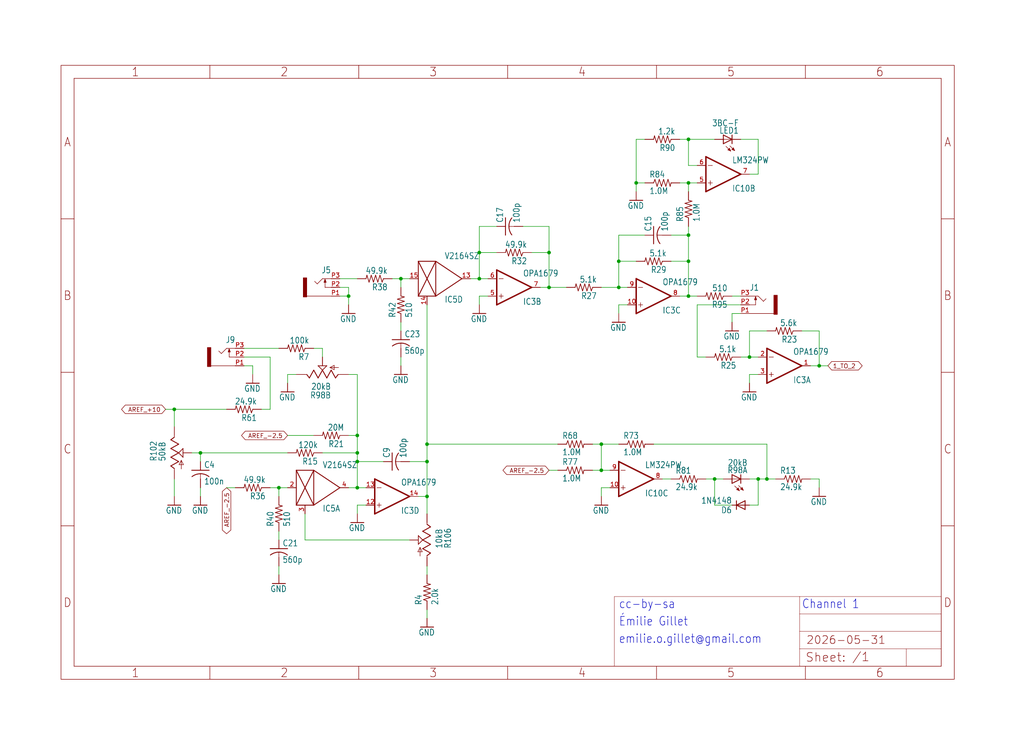
<source format=kicad_sch>
(kicad_sch
	(version 20231120)
	(generator "eeschema")
	(generator_version "8.0")
	(uuid "6034fa23-9a2c-480d-a982-357d136a21eb")
	(paper "User" 298.45 217.322)
	(lib_symbols
		(symbol "veils_v110-eagle-import:A4L-LOC"
			(exclude_from_sim no)
			(in_bom yes)
			(on_board yes)
			(property "Reference" "#FRAME"
				(at 0 0 0)
				(effects
					(font
						(size 1.27 1.27)
					)
					(hide yes)
				)
			)
			(property "Value" ""
				(at 0 0 0)
				(effects
					(font
						(size 1.27 1.27)
					)
					(hide yes)
				)
			)
			(property "Footprint" ""
				(at 0 0 0)
				(effects
					(font
						(size 1.27 1.27)
					)
					(hide yes)
				)
			)
			(property "Datasheet" ""
				(at 0 0 0)
				(effects
					(font
						(size 1.27 1.27)
					)
					(hide yes)
				)
			)
			(property "Description" "FRAME\n\nDIN A4, landscape with location and doc. field"
				(at 0 0 0)
				(effects
					(font
						(size 1.27 1.27)
					)
					(hide yes)
				)
			)
			(property "ki_locked" ""
				(at 0 0 0)
				(effects
					(font
						(size 1.27 1.27)
					)
				)
			)
			(symbol "A4L-LOC_1_0"
				(polyline
					(pts
						(xy 0 44.7675) (xy 3.81 44.7675)
					)
					(stroke
						(width 0)
						(type default)
					)
					(fill
						(type none)
					)
				)
				(polyline
					(pts
						(xy 0 89.535) (xy 3.81 89.535)
					)
					(stroke
						(width 0)
						(type default)
					)
					(fill
						(type none)
					)
				)
				(polyline
					(pts
						(xy 0 134.3025) (xy 3.81 134.3025)
					)
					(stroke
						(width 0)
						(type default)
					)
					(fill
						(type none)
					)
				)
				(polyline
					(pts
						(xy 3.81 3.81) (xy 3.81 175.26)
					)
					(stroke
						(width 0)
						(type default)
					)
					(fill
						(type none)
					)
				)
				(polyline
					(pts
						(xy 43.3917 0) (xy 43.3917 3.81)
					)
					(stroke
						(width 0)
						(type default)
					)
					(fill
						(type none)
					)
				)
				(polyline
					(pts
						(xy 43.3917 175.26) (xy 43.3917 179.07)
					)
					(stroke
						(width 0)
						(type default)
					)
					(fill
						(type none)
					)
				)
				(polyline
					(pts
						(xy 86.7833 0) (xy 86.7833 3.81)
					)
					(stroke
						(width 0)
						(type default)
					)
					(fill
						(type none)
					)
				)
				(polyline
					(pts
						(xy 86.7833 175.26) (xy 86.7833 179.07)
					)
					(stroke
						(width 0)
						(type default)
					)
					(fill
						(type none)
					)
				)
				(polyline
					(pts
						(xy 130.175 0) (xy 130.175 3.81)
					)
					(stroke
						(width 0)
						(type default)
					)
					(fill
						(type none)
					)
				)
				(polyline
					(pts
						(xy 130.175 175.26) (xy 130.175 179.07)
					)
					(stroke
						(width 0)
						(type default)
					)
					(fill
						(type none)
					)
				)
				(polyline
					(pts
						(xy 161.29 3.81) (xy 161.29 24.13)
					)
					(stroke
						(width 0.1016)
						(type solid)
					)
					(fill
						(type none)
					)
				)
				(polyline
					(pts
						(xy 161.29 24.13) (xy 215.265 24.13)
					)
					(stroke
						(width 0.1016)
						(type solid)
					)
					(fill
						(type none)
					)
				)
				(polyline
					(pts
						(xy 173.5667 0) (xy 173.5667 3.81)
					)
					(stroke
						(width 0)
						(type default)
					)
					(fill
						(type none)
					)
				)
				(polyline
					(pts
						(xy 173.5667 175.26) (xy 173.5667 179.07)
					)
					(stroke
						(width 0)
						(type default)
					)
					(fill
						(type none)
					)
				)
				(polyline
					(pts
						(xy 215.265 8.89) (xy 215.265 3.81)
					)
					(stroke
						(width 0.1016)
						(type solid)
					)
					(fill
						(type none)
					)
				)
				(polyline
					(pts
						(xy 215.265 8.89) (xy 215.265 13.97)
					)
					(stroke
						(width 0.1016)
						(type solid)
					)
					(fill
						(type none)
					)
				)
				(polyline
					(pts
						(xy 215.265 13.97) (xy 215.265 19.05)
					)
					(stroke
						(width 0.1016)
						(type solid)
					)
					(fill
						(type none)
					)
				)
				(polyline
					(pts
						(xy 215.265 13.97) (xy 256.54 13.97)
					)
					(stroke
						(width 0.1016)
						(type solid)
					)
					(fill
						(type none)
					)
				)
				(polyline
					(pts
						(xy 215.265 19.05) (xy 215.265 24.13)
					)
					(stroke
						(width 0.1016)
						(type solid)
					)
					(fill
						(type none)
					)
				)
				(polyline
					(pts
						(xy 215.265 19.05) (xy 256.54 19.05)
					)
					(stroke
						(width 0.1016)
						(type solid)
					)
					(fill
						(type none)
					)
				)
				(polyline
					(pts
						(xy 215.265 24.13) (xy 256.54 24.13)
					)
					(stroke
						(width 0.1016)
						(type solid)
					)
					(fill
						(type none)
					)
				)
				(polyline
					(pts
						(xy 216.9583 0) (xy 216.9583 3.81)
					)
					(stroke
						(width 0)
						(type default)
					)
					(fill
						(type none)
					)
				)
				(polyline
					(pts
						(xy 216.9583 175.26) (xy 216.9583 179.07)
					)
					(stroke
						(width 0)
						(type default)
					)
					(fill
						(type none)
					)
				)
				(polyline
					(pts
						(xy 246.38 3.81) (xy 246.38 8.89)
					)
					(stroke
						(width 0.1016)
						(type solid)
					)
					(fill
						(type none)
					)
				)
				(polyline
					(pts
						(xy 246.38 8.89) (xy 215.265 8.89)
					)
					(stroke
						(width 0.1016)
						(type solid)
					)
					(fill
						(type none)
					)
				)
				(polyline
					(pts
						(xy 246.38 8.89) (xy 256.54 8.89)
					)
					(stroke
						(width 0.1016)
						(type solid)
					)
					(fill
						(type none)
					)
				)
				(polyline
					(pts
						(xy 256.54 3.81) (xy 3.81 3.81)
					)
					(stroke
						(width 0)
						(type default)
					)
					(fill
						(type none)
					)
				)
				(polyline
					(pts
						(xy 256.54 3.81) (xy 256.54 8.89)
					)
					(stroke
						(width 0.1016)
						(type solid)
					)
					(fill
						(type none)
					)
				)
				(polyline
					(pts
						(xy 256.54 3.81) (xy 256.54 175.26)
					)
					(stroke
						(width 0)
						(type default)
					)
					(fill
						(type none)
					)
				)
				(polyline
					(pts
						(xy 256.54 8.89) (xy 256.54 13.97)
					)
					(stroke
						(width 0.1016)
						(type solid)
					)
					(fill
						(type none)
					)
				)
				(polyline
					(pts
						(xy 256.54 13.97) (xy 256.54 19.05)
					)
					(stroke
						(width 0.1016)
						(type solid)
					)
					(fill
						(type none)
					)
				)
				(polyline
					(pts
						(xy 256.54 19.05) (xy 256.54 24.13)
					)
					(stroke
						(width 0.1016)
						(type solid)
					)
					(fill
						(type none)
					)
				)
				(polyline
					(pts
						(xy 256.54 44.7675) (xy 260.35 44.7675)
					)
					(stroke
						(width 0)
						(type default)
					)
					(fill
						(type none)
					)
				)
				(polyline
					(pts
						(xy 256.54 89.535) (xy 260.35 89.535)
					)
					(stroke
						(width 0)
						(type default)
					)
					(fill
						(type none)
					)
				)
				(polyline
					(pts
						(xy 256.54 134.3025) (xy 260.35 134.3025)
					)
					(stroke
						(width 0)
						(type default)
					)
					(fill
						(type none)
					)
				)
				(polyline
					(pts
						(xy 256.54 175.26) (xy 3.81 175.26)
					)
					(stroke
						(width 0)
						(type default)
					)
					(fill
						(type none)
					)
				)
				(polyline
					(pts
						(xy 0 0) (xy 260.35 0) (xy 260.35 179.07) (xy 0 179.07) (xy 0 0)
					)
					(stroke
						(width 0)
						(type default)
					)
					(fill
						(type none)
					)
				)
				(text "${#}/${##}"
					(at 230.505 5.08 0)
					(effects
						(font
							(size 2.54 2.54)
						)
						(justify left bottom)
					)
				)
				(text "${CURRENT_DATE}"
					(at 217.17 10.16 0)
					(effects
						(font
							(size 2.286 2.286)
						)
						(justify left bottom)
					)
				)
				(text "${PROJECTNAME}"
					(at 217.17 15.24 0)
					(effects
						(font
							(size 2.54 2.54)
						)
						(justify left bottom)
					)
				)
				(text "1"
					(at 21.6958 1.905 0)
					(effects
						(font
							(size 2.54 2.286)
						)
					)
				)
				(text "1"
					(at 21.6958 177.165 0)
					(effects
						(font
							(size 2.54 2.286)
						)
					)
				)
				(text "2"
					(at 65.0875 1.905 0)
					(effects
						(font
							(size 2.54 2.286)
						)
					)
				)
				(text "2"
					(at 65.0875 177.165 0)
					(effects
						(font
							(size 2.54 2.286)
						)
					)
				)
				(text "3"
					(at 108.4792 1.905 0)
					(effects
						(font
							(size 2.54 2.286)
						)
					)
				)
				(text "3"
					(at 108.4792 177.165 0)
					(effects
						(font
							(size 2.54 2.286)
						)
					)
				)
				(text "4"
					(at 151.8708 1.905 0)
					(effects
						(font
							(size 2.54 2.286)
						)
					)
				)
				(text "4"
					(at 151.8708 177.165 0)
					(effects
						(font
							(size 2.54 2.286)
						)
					)
				)
				(text "5"
					(at 195.2625 1.905 0)
					(effects
						(font
							(size 2.54 2.286)
						)
					)
				)
				(text "5"
					(at 195.2625 177.165 0)
					(effects
						(font
							(size 2.54 2.286)
						)
					)
				)
				(text "6"
					(at 238.6542 1.905 0)
					(effects
						(font
							(size 2.54 2.286)
						)
					)
				)
				(text "6"
					(at 238.6542 177.165 0)
					(effects
						(font
							(size 2.54 2.286)
						)
					)
				)
				(text "A"
					(at 1.905 156.6863 0)
					(effects
						(font
							(size 2.54 2.286)
						)
					)
				)
				(text "A"
					(at 258.445 156.6863 0)
					(effects
						(font
							(size 2.54 2.286)
						)
					)
				)
				(text "B"
					(at 1.905 111.9188 0)
					(effects
						(font
							(size 2.54 2.286)
						)
					)
				)
				(text "B"
					(at 258.445 111.9188 0)
					(effects
						(font
							(size 2.54 2.286)
						)
					)
				)
				(text "C"
					(at 1.905 67.1513 0)
					(effects
						(font
							(size 2.54 2.286)
						)
					)
				)
				(text "C"
					(at 258.445 67.1513 0)
					(effects
						(font
							(size 2.54 2.286)
						)
					)
				)
				(text "D"
					(at 1.905 22.3838 0)
					(effects
						(font
							(size 2.54 2.286)
						)
					)
				)
				(text "D"
					(at 258.445 22.3838 0)
					(effects
						(font
							(size 2.54 2.286)
						)
					)
				)
				(text "Sheet:"
					(at 216.916 4.953 0)
					(effects
						(font
							(size 2.54 2.54)
						)
						(justify left bottom)
					)
				)
			)
		)
		(symbol "veils_v110-eagle-import:BOURNS_SLIDER"
			(exclude_from_sim no)
			(in_bom yes)
			(on_board yes)
			(property "Reference" "R"
				(at -5.08 -2.54 90)
				(effects
					(font
						(size 1.778 1.5113)
					)
					(justify left bottom)
				)
			)
			(property "Value" ""
				(at -2.54 -2.54 90)
				(effects
					(font
						(size 1.778 1.5113)
					)
					(justify left bottom)
				)
			)
			(property "Footprint" "veils_v110:BOURNS_SLIDER"
				(at 0 0 0)
				(effects
					(font
						(size 1.27 1.27)
					)
					(hide yes)
				)
			)
			(property "Datasheet" ""
				(at 0 0 0)
				(effects
					(font
						(size 1.27 1.27)
					)
					(hide yes)
				)
			)
			(property "Description" ""
				(at 0 0 0)
				(effects
					(font
						(size 1.27 1.27)
					)
					(hide yes)
				)
			)
			(property "ki_locked" ""
				(at 0 0 0)
				(effects
					(font
						(size 1.27 1.27)
					)
				)
			)
			(symbol "BOURNS_SLIDER_1_0"
				(polyline
					(pts
						(xy -2.032 1.778) (xy -3.429 0.381)
					)
					(stroke
						(width 0.1524)
						(type solid)
					)
					(fill
						(type none)
					)
				)
				(polyline
					(pts
						(xy -1.905 0.635) (xy -3.302 -0.762)
					)
					(stroke
						(width 0.1524)
						(type solid)
					)
					(fill
						(type none)
					)
				)
				(polyline
					(pts
						(xy 0 0) (xy -1.27 0)
					)
					(stroke
						(width 0.254)
						(type solid)
					)
					(fill
						(type none)
					)
				)
				(polyline
					(pts
						(xy 0 0) (xy -1.27 2.54)
					)
					(stroke
						(width 0.254)
						(type solid)
					)
					(fill
						(type none)
					)
				)
				(polyline
					(pts
						(xy 0 2.54) (xy -1.27 2.54)
					)
					(stroke
						(width 0.254)
						(type solid)
					)
					(fill
						(type none)
					)
				)
				(polyline
					(pts
						(xy 0 2.54) (xy 0 0)
					)
					(stroke
						(width 0.1524)
						(type solid)
					)
					(fill
						(type none)
					)
				)
				(polyline
					(pts
						(xy 1.27 0) (xy 0 0)
					)
					(stroke
						(width 0.254)
						(type solid)
					)
					(fill
						(type none)
					)
				)
				(polyline
					(pts
						(xy 1.27 2.54) (xy 0 0)
					)
					(stroke
						(width 0.254)
						(type solid)
					)
					(fill
						(type none)
					)
				)
				(polyline
					(pts
						(xy 1.27 2.54) (xy 0 2.54)
					)
					(stroke
						(width 0.254)
						(type solid)
					)
					(fill
						(type none)
					)
				)
				(polyline
					(pts
						(xy -3.048 1.27) (xy -3.429 0.381) (xy -2.54 0.762)
					)
					(stroke
						(width 0.1524)
						(type solid)
					)
					(fill
						(type outline)
					)
				)
				(polyline
					(pts
						(xy -2.921 0.127) (xy -3.302 -0.762) (xy -2.413 -0.381)
					)
					(stroke
						(width 0.1524)
						(type solid)
					)
					(fill
						(type outline)
					)
				)
				(pin passive line
					(at 0 5.08 270)
					(length 2.54)
					(name "A"
						(effects
							(font
								(size 0 0)
							)
						)
					)
					(number "B"
						(effects
							(font
								(size 0 0)
							)
						)
					)
				)
				(pin passive line
					(at 0 -2.54 90)
					(length 2.54)
					(name "C"
						(effects
							(font
								(size 0 0)
							)
						)
					)
					(number "E"
						(effects
							(font
								(size 0 0)
							)
						)
					)
				)
			)
			(symbol "BOURNS_SLIDER_2_0"
				(polyline
					(pts
						(xy -1.016 -3.81) (xy 1.27 -2.54)
					)
					(stroke
						(width 0.254)
						(type solid)
					)
					(fill
						(type none)
					)
				)
				(polyline
					(pts
						(xy -1.016 -1.27) (xy 1.27 0)
					)
					(stroke
						(width 0.254)
						(type solid)
					)
					(fill
						(type none)
					)
				)
				(polyline
					(pts
						(xy -1.016 1.27) (xy 1.27 2.54)
					)
					(stroke
						(width 0.254)
						(type solid)
					)
					(fill
						(type none)
					)
				)
				(polyline
					(pts
						(xy -1.016 3.81) (xy 0 4.572)
					)
					(stroke
						(width 0.254)
						(type solid)
					)
					(fill
						(type none)
					)
				)
				(polyline
					(pts
						(xy 0 -5.08) (xy 0 -4.572)
					)
					(stroke
						(width 0.1524)
						(type solid)
					)
					(fill
						(type none)
					)
				)
				(polyline
					(pts
						(xy 0 -4.572) (xy -1.016 -3.81)
					)
					(stroke
						(width 0.254)
						(type solid)
					)
					(fill
						(type none)
					)
				)
				(polyline
					(pts
						(xy 0 4.572) (xy 0 5.08)
					)
					(stroke
						(width 0.1524)
						(type solid)
					)
					(fill
						(type none)
					)
				)
				(polyline
					(pts
						(xy 1.27 -2.54) (xy -1.016 -1.27)
					)
					(stroke
						(width 0.254)
						(type solid)
					)
					(fill
						(type none)
					)
				)
				(polyline
					(pts
						(xy 1.27 0) (xy -1.016 1.27)
					)
					(stroke
						(width 0.254)
						(type solid)
					)
					(fill
						(type none)
					)
				)
				(polyline
					(pts
						(xy 1.27 0) (xy 2.54 1.27)
					)
					(stroke
						(width 0.2032)
						(type solid)
					)
					(fill
						(type none)
					)
				)
				(polyline
					(pts
						(xy 1.27 2.54) (xy -1.016 3.81)
					)
					(stroke
						(width 0.254)
						(type solid)
					)
					(fill
						(type none)
					)
				)
				(polyline
					(pts
						(xy 1.397 -3.429) (xy 2.032 -2.159)
					)
					(stroke
						(width 0.1524)
						(type solid)
					)
					(fill
						(type none)
					)
				)
				(polyline
					(pts
						(xy 2.032 -4.699) (xy 2.032 -2.159)
					)
					(stroke
						(width 0.1524)
						(type solid)
					)
					(fill
						(type none)
					)
				)
				(polyline
					(pts
						(xy 2.032 -2.159) (xy 2.667 -3.429)
					)
					(stroke
						(width 0.1524)
						(type solid)
					)
					(fill
						(type none)
					)
				)
				(polyline
					(pts
						(xy 2.54 -1.27) (xy 1.27 0)
					)
					(stroke
						(width 0.2032)
						(type solid)
					)
					(fill
						(type none)
					)
				)
				(polyline
					(pts
						(xy 2.54 1.27) (xy 2.54 -1.27)
					)
					(stroke
						(width 0.2032)
						(type solid)
					)
					(fill
						(type none)
					)
				)
				(polyline
					(pts
						(xy 2.667 -3.429) (xy 1.397 -3.429)
					)
					(stroke
						(width 0.1524)
						(type solid)
					)
					(fill
						(type none)
					)
				)
				(pin passive line
					(at 0 -7.62 90)
					(length 2.54)
					(name "A"
						(effects
							(font
								(size 0 0)
							)
						)
					)
					(number "1"
						(effects
							(font
								(size 0 0)
							)
						)
					)
				)
				(pin passive line
					(at 5.08 0 180)
					(length 2.54)
					(name "S"
						(effects
							(font
								(size 0 0)
							)
						)
					)
					(number "2"
						(effects
							(font
								(size 0 0)
							)
						)
					)
				)
				(pin passive line
					(at 0 7.62 270)
					(length 2.54)
					(name "E"
						(effects
							(font
								(size 0 0)
							)
						)
					)
					(number "3"
						(effects
							(font
								(size 0 0)
							)
						)
					)
				)
			)
		)
		(symbol "veils_v110-eagle-import:C-USC0402"
			(exclude_from_sim no)
			(in_bom yes)
			(on_board yes)
			(property "Reference" "C"
				(at 1.016 0.635 0)
				(effects
					(font
						(size 1.778 1.5113)
					)
					(justify left bottom)
				)
			)
			(property "Value" ""
				(at 1.016 -4.191 0)
				(effects
					(font
						(size 1.778 1.5113)
					)
					(justify left bottom)
				)
			)
			(property "Footprint" "veils_v110:C0402"
				(at 0 0 0)
				(effects
					(font
						(size 1.27 1.27)
					)
					(hide yes)
				)
			)
			(property "Datasheet" ""
				(at 0 0 0)
				(effects
					(font
						(size 1.27 1.27)
					)
					(hide yes)
				)
			)
			(property "Description" "CAPACITOR, American symbol"
				(at 0 0 0)
				(effects
					(font
						(size 1.27 1.27)
					)
					(hide yes)
				)
			)
			(property "ki_locked" ""
				(at 0 0 0)
				(effects
					(font
						(size 1.27 1.27)
					)
				)
			)
			(symbol "C-USC0402_1_0"
				(arc
					(start 0 -1.0161)
					(mid -1.302 -1.2303)
					(end -2.4668 -1.8504)
					(stroke
						(width 0.254)
						(type solid)
					)
					(fill
						(type none)
					)
				)
				(polyline
					(pts
						(xy -2.54 0) (xy 2.54 0)
					)
					(stroke
						(width 0.254)
						(type solid)
					)
					(fill
						(type none)
					)
				)
				(polyline
					(pts
						(xy 0 -1.016) (xy 0 -2.54)
					)
					(stroke
						(width 0.1524)
						(type solid)
					)
					(fill
						(type none)
					)
				)
				(arc
					(start 2.4892 -1.8541)
					(mid 1.3158 -1.2194)
					(end 0 -1)
					(stroke
						(width 0.254)
						(type solid)
					)
					(fill
						(type none)
					)
				)
				(pin passive line
					(at 0 2.54 270)
					(length 2.54)
					(name "1"
						(effects
							(font
								(size 0 0)
							)
						)
					)
					(number "1"
						(effects
							(font
								(size 0 0)
							)
						)
					)
				)
				(pin passive line
					(at 0 -5.08 90)
					(length 2.54)
					(name "2"
						(effects
							(font
								(size 0 0)
							)
						)
					)
					(number "2"
						(effects
							(font
								(size 0 0)
							)
						)
					)
				)
			)
		)
		(symbol "veils_v110-eagle-import:DIODE-SOD523"
			(exclude_from_sim no)
			(in_bom yes)
			(on_board yes)
			(property "Reference" "D"
				(at 2.54 0.4826 0)
				(effects
					(font
						(size 1.778 1.5113)
					)
					(justify left bottom)
				)
			)
			(property "Value" ""
				(at 2.54 -2.3114 0)
				(effects
					(font
						(size 1.778 1.5113)
					)
					(justify left bottom)
				)
			)
			(property "Footprint" "veils_v110:SOD523"
				(at 0 0 0)
				(effects
					(font
						(size 1.27 1.27)
					)
					(hide yes)
				)
			)
			(property "Datasheet" ""
				(at 0 0 0)
				(effects
					(font
						(size 1.27 1.27)
					)
					(hide yes)
				)
			)
			(property "Description" "DIODE"
				(at 0 0 0)
				(effects
					(font
						(size 1.27 1.27)
					)
					(hide yes)
				)
			)
			(property "ki_locked" ""
				(at 0 0 0)
				(effects
					(font
						(size 1.27 1.27)
					)
				)
			)
			(symbol "DIODE-SOD523_1_0"
				(polyline
					(pts
						(xy -1.27 -1.27) (xy 1.27 0)
					)
					(stroke
						(width 0.254)
						(type solid)
					)
					(fill
						(type none)
					)
				)
				(polyline
					(pts
						(xy -1.27 1.27) (xy -1.27 -1.27)
					)
					(stroke
						(width 0.254)
						(type solid)
					)
					(fill
						(type none)
					)
				)
				(polyline
					(pts
						(xy 1.27 0) (xy -1.27 1.27)
					)
					(stroke
						(width 0.254)
						(type solid)
					)
					(fill
						(type none)
					)
				)
				(polyline
					(pts
						(xy 1.27 0) (xy 1.27 -1.27)
					)
					(stroke
						(width 0.254)
						(type solid)
					)
					(fill
						(type none)
					)
				)
				(polyline
					(pts
						(xy 1.27 1.27) (xy 1.27 0)
					)
					(stroke
						(width 0.254)
						(type solid)
					)
					(fill
						(type none)
					)
				)
				(pin passive line
					(at -2.54 0 0)
					(length 2.54)
					(name "A"
						(effects
							(font
								(size 0 0)
							)
						)
					)
					(number "A"
						(effects
							(font
								(size 0 0)
							)
						)
					)
				)
				(pin passive line
					(at 2.54 0 180)
					(length 2.54)
					(name "C"
						(effects
							(font
								(size 0 0)
							)
						)
					)
					(number "C"
						(effects
							(font
								(size 0 0)
							)
						)
					)
				)
			)
		)
		(symbol "veils_v110-eagle-import:GND"
			(power)
			(exclude_from_sim no)
			(in_bom yes)
			(on_board yes)
			(property "Reference" "#GND"
				(at 0 0 0)
				(effects
					(font
						(size 1.27 1.27)
					)
					(hide yes)
				)
			)
			(property "Value" ""
				(at -2.54 -2.54 0)
				(effects
					(font
						(size 1.778 1.5113)
					)
					(justify left bottom)
				)
			)
			(property "Footprint" ""
				(at 0 0 0)
				(effects
					(font
						(size 1.27 1.27)
					)
					(hide yes)
				)
			)
			(property "Datasheet" ""
				(at 0 0 0)
				(effects
					(font
						(size 1.27 1.27)
					)
					(hide yes)
				)
			)
			(property "Description" "SUPPLY SYMBOL"
				(at 0 0 0)
				(effects
					(font
						(size 1.27 1.27)
					)
					(hide yes)
				)
			)
			(property "ki_locked" ""
				(at 0 0 0)
				(effects
					(font
						(size 1.27 1.27)
					)
				)
			)
			(symbol "GND_1_0"
				(polyline
					(pts
						(xy -1.905 0) (xy 1.905 0)
					)
					(stroke
						(width 0.254)
						(type solid)
					)
					(fill
						(type none)
					)
				)
				(pin power_in line
					(at 0 2.54 270)
					(length 2.54)
					(name "GND"
						(effects
							(font
								(size 0 0)
							)
						)
					)
					(number "1"
						(effects
							(font
								(size 0 0)
							)
						)
					)
				)
			)
		)
		(symbol "veils_v110-eagle-import:LED3MM"
			(exclude_from_sim no)
			(in_bom yes)
			(on_board yes)
			(property "Reference" "LED"
				(at 3.556 -4.572 90)
				(effects
					(font
						(size 1.778 1.5113)
					)
					(justify left bottom)
				)
			)
			(property "Value" ""
				(at 5.715 -4.572 90)
				(effects
					(font
						(size 1.778 1.5113)
					)
					(justify left bottom)
				)
			)
			(property "Footprint" "veils_v110:LED3MM"
				(at 0 0 0)
				(effects
					(font
						(size 1.27 1.27)
					)
					(hide yes)
				)
			)
			(property "Datasheet" ""
				(at 0 0 0)
				(effects
					(font
						(size 1.27 1.27)
					)
					(hide yes)
				)
			)
			(property "Description" "LED\n\nOSRAM:\n- CHIPLED\nLG R971, LG N971, LY N971, LG Q971, LY Q971, LO R971, LY R971 LH N974, LH R974\nLS Q976, LO Q976, LY Q976\nLO Q996\n- Hyper CHIPLED\nLW Q18S\nLB Q993, LB Q99A, LB R99A\n- SideLED\nLS A670, LO A670, LY A670, LG A670, LP A670\nLB A673, LV A673, LT A673, LW A673\nLH A674\nLY A675\nLS A676, LA A676, LO A676, LY A676, LW A676\nLS A679, LY A679, LG A679\n-  Hyper Micro SIDELED®\nLS Y876, LA Y876, LO Y876, LY Y876\nLT Y87S\n- SmartLED\nLW L88C, LW L88S\nLB L89C, LB L89S, LG L890\nLS L89K, LO L89K, LY L89K\nLS L896, LA L896, LO L896, LY L896\n- TOPLED\nLS T670, LO T670, LY T670, LG T670, LP T670\nLSG T670, LSP T670, LSY T670, LOP T670, LYG T670\nLG T671, LOG T671, LSG T671\nLB T673, LV T673, LT T673, LW T673\nLH T674\nLS T676, LA T676, LO T676, LY T676, LB T676, LH T676, LSB T676, LW T676\nLB T67C, LV T67C, LT T67C, LS T67K, LO T67K, LY T67K, LW E67C\nLS E67B, LA E67B, LO E67B, LY E67B, LB E67C, LV E67C, LT E67C\nLW T67C\nLS T679, LY T679, LG T679\nLS T770, LO T770, LY T770, LG T770, LP T770\nLB T773, LV T773, LT T773, LW T773\nLH T774\nLS E675, LA E675, LY E675, LS T675\nLS T776, LA T776, LO T776, LY T776, LB T776\nLHGB T686\nLT T68C, LB T68C\n- Hyper Mini TOPLED®\nLB M676\n- Mini TOPLED Santana®\nLG M470\nLS M47K, LO M47K, LY M47K\n\nSource: http://www.osram.convergy.de\n\nLUXEON:\n- LUMILED®\nLXK2-PW12-R00, LXK2-PW12-S00, LXK2-PW14-U00, LXK2-PW14-V00\nLXK2-PM12-R00, LXK2-PM12-S00, LXK2-PM14-U00\nLXK2-PE12-Q00, LXK2-PE12-R00, LXK2-PE12-S00, LXK2-PE14-T00, LXK2-PE14-U00\nLXK2-PB12-K00, LXK2-PB12-L00, LXK2-PB12-M00, LXK2-PB14-N00, LXK2-PB14-P00, LXK2-PB14-Q00\nLXK2-PR12-L00, LXK2-PR12-M00, LXK2-PR14-Q00, LXK2-PR14-R00\nLXK2-PD12-Q00, LXK2-PD12-R00, LXK2-PD12-S00\nLXK2-PH12-R00, LXK2-PH12-S00\nLXK2-PL12-P00, LXK2-PL12-Q00, LXK2-PL12-R00\n\nSource: www.luxeon.com\n\nKINGBRIGHT:\n\nKA-3528ASYC\nSource: www.kingbright.com"
				(at 0 0 0)
				(effects
					(font
						(size 1.27 1.27)
					)
					(hide yes)
				)
			)
			(property "ki_locked" ""
				(at 0 0 0)
				(effects
					(font
						(size 1.27 1.27)
					)
				)
			)
			(symbol "LED3MM_1_0"
				(polyline
					(pts
						(xy -2.032 -0.762) (xy -3.429 -2.159)
					)
					(stroke
						(width 0.1524)
						(type solid)
					)
					(fill
						(type none)
					)
				)
				(polyline
					(pts
						(xy -1.905 -1.905) (xy -3.302 -3.302)
					)
					(stroke
						(width 0.1524)
						(type solid)
					)
					(fill
						(type none)
					)
				)
				(polyline
					(pts
						(xy 0 -2.54) (xy -1.27 -2.54)
					)
					(stroke
						(width 0.254)
						(type solid)
					)
					(fill
						(type none)
					)
				)
				(polyline
					(pts
						(xy 0 -2.54) (xy -1.27 0)
					)
					(stroke
						(width 0.254)
						(type solid)
					)
					(fill
						(type none)
					)
				)
				(polyline
					(pts
						(xy 0 0) (xy -1.27 0)
					)
					(stroke
						(width 0.254)
						(type solid)
					)
					(fill
						(type none)
					)
				)
				(polyline
					(pts
						(xy 0 0) (xy 0 -2.54)
					)
					(stroke
						(width 0.1524)
						(type solid)
					)
					(fill
						(type none)
					)
				)
				(polyline
					(pts
						(xy 1.27 -2.54) (xy 0 -2.54)
					)
					(stroke
						(width 0.254)
						(type solid)
					)
					(fill
						(type none)
					)
				)
				(polyline
					(pts
						(xy 1.27 0) (xy 0 -2.54)
					)
					(stroke
						(width 0.254)
						(type solid)
					)
					(fill
						(type none)
					)
				)
				(polyline
					(pts
						(xy 1.27 0) (xy 0 0)
					)
					(stroke
						(width 0.254)
						(type solid)
					)
					(fill
						(type none)
					)
				)
				(polyline
					(pts
						(xy -3.048 -1.27) (xy -3.429 -2.159) (xy -2.54 -1.778)
					)
					(stroke
						(width 0.1524)
						(type solid)
					)
					(fill
						(type outline)
					)
				)
				(polyline
					(pts
						(xy -2.921 -2.413) (xy -3.302 -3.302) (xy -2.413 -2.921)
					)
					(stroke
						(width 0.1524)
						(type solid)
					)
					(fill
						(type outline)
					)
				)
				(pin passive line
					(at 0 2.54 270)
					(length 2.54)
					(name "A"
						(effects
							(font
								(size 0 0)
							)
						)
					)
					(number "A"
						(effects
							(font
								(size 0 0)
							)
						)
					)
				)
				(pin passive line
					(at 0 -5.08 90)
					(length 2.54)
					(name "C"
						(effects
							(font
								(size 0 0)
							)
						)
					)
					(number "K"
						(effects
							(font
								(size 0 0)
							)
						)
					)
				)
			)
		)
		(symbol "veils_v110-eagle-import:OPA1679PW"
			(exclude_from_sim no)
			(in_bom yes)
			(on_board yes)
			(property "Reference" "IC"
				(at 2.54 3.175 0)
				(effects
					(font
						(size 1.778 1.5113)
					)
					(justify left bottom)
					(hide yes)
				)
			)
			(property "Value" ""
				(at 2.54 -5.08 0)
				(effects
					(font
						(size 1.778 1.5113)
					)
					(justify left bottom)
					(hide yes)
				)
			)
			(property "Footprint" "veils_v110:TSSOP14_065"
				(at 0 0 0)
				(effects
					(font
						(size 1.27 1.27)
					)
					(hide yes)
				)
			)
			(property "Datasheet" ""
				(at 0 0 0)
				(effects
					(font
						(size 1.27 1.27)
					)
					(hide yes)
				)
			)
			(property "Description" ""
				(at 0 0 0)
				(effects
					(font
						(size 1.27 1.27)
					)
					(hide yes)
				)
			)
			(property "ki_locked" ""
				(at 0 0 0)
				(effects
					(font
						(size 1.27 1.27)
					)
				)
			)
			(symbol "OPA1679PW_1_0"
				(polyline
					(pts
						(xy -5.08 -5.08) (xy 5.08 0)
					)
					(stroke
						(width 0.4064)
						(type solid)
					)
					(fill
						(type none)
					)
				)
				(polyline
					(pts
						(xy -5.08 5.08) (xy -5.08 -5.08)
					)
					(stroke
						(width 0.4064)
						(type solid)
					)
					(fill
						(type none)
					)
				)
				(polyline
					(pts
						(xy -4.445 -2.54) (xy -3.175 -2.54)
					)
					(stroke
						(width 0.1524)
						(type solid)
					)
					(fill
						(type none)
					)
				)
				(polyline
					(pts
						(xy -4.445 2.54) (xy -3.175 2.54)
					)
					(stroke
						(width 0.1524)
						(type solid)
					)
					(fill
						(type none)
					)
				)
				(polyline
					(pts
						(xy -3.81 3.175) (xy -3.81 1.905)
					)
					(stroke
						(width 0.1524)
						(type solid)
					)
					(fill
						(type none)
					)
				)
				(polyline
					(pts
						(xy 5.08 0) (xy -5.08 5.08)
					)
					(stroke
						(width 0.4064)
						(type solid)
					)
					(fill
						(type none)
					)
				)
				(pin output line
					(at 7.62 0 180)
					(length 2.54)
					(name "OUT"
						(effects
							(font
								(size 0 0)
							)
						)
					)
					(number "1"
						(effects
							(font
								(size 1.27 1.27)
							)
						)
					)
				)
				(pin input line
					(at -7.62 -2.54 0)
					(length 2.54)
					(name "-IN"
						(effects
							(font
								(size 0 0)
							)
						)
					)
					(number "2"
						(effects
							(font
								(size 1.27 1.27)
							)
						)
					)
				)
				(pin input line
					(at -7.62 2.54 0)
					(length 2.54)
					(name "+IN"
						(effects
							(font
								(size 0 0)
							)
						)
					)
					(number "3"
						(effects
							(font
								(size 1.27 1.27)
							)
						)
					)
				)
			)
			(symbol "OPA1679PW_2_0"
				(polyline
					(pts
						(xy -5.08 -5.08) (xy 5.08 0)
					)
					(stroke
						(width 0.4064)
						(type solid)
					)
					(fill
						(type none)
					)
				)
				(polyline
					(pts
						(xy -5.08 5.08) (xy -5.08 -5.08)
					)
					(stroke
						(width 0.4064)
						(type solid)
					)
					(fill
						(type none)
					)
				)
				(polyline
					(pts
						(xy -4.445 -2.54) (xy -3.175 -2.54)
					)
					(stroke
						(width 0.1524)
						(type solid)
					)
					(fill
						(type none)
					)
				)
				(polyline
					(pts
						(xy -4.445 2.54) (xy -3.175 2.54)
					)
					(stroke
						(width 0.1524)
						(type solid)
					)
					(fill
						(type none)
					)
				)
				(polyline
					(pts
						(xy -3.81 3.175) (xy -3.81 1.905)
					)
					(stroke
						(width 0.1524)
						(type solid)
					)
					(fill
						(type none)
					)
				)
				(polyline
					(pts
						(xy 5.08 0) (xy -5.08 5.08)
					)
					(stroke
						(width 0.4064)
						(type solid)
					)
					(fill
						(type none)
					)
				)
				(pin input line
					(at -7.62 2.54 0)
					(length 2.54)
					(name "+IN"
						(effects
							(font
								(size 0 0)
							)
						)
					)
					(number "5"
						(effects
							(font
								(size 1.27 1.27)
							)
						)
					)
				)
				(pin input line
					(at -7.62 -2.54 0)
					(length 2.54)
					(name "-IN"
						(effects
							(font
								(size 0 0)
							)
						)
					)
					(number "6"
						(effects
							(font
								(size 1.27 1.27)
							)
						)
					)
				)
				(pin output line
					(at 7.62 0 180)
					(length 2.54)
					(name "OUT"
						(effects
							(font
								(size 0 0)
							)
						)
					)
					(number "7"
						(effects
							(font
								(size 1.27 1.27)
							)
						)
					)
				)
			)
			(symbol "OPA1679PW_3_0"
				(polyline
					(pts
						(xy -5.08 -5.08) (xy 5.08 0)
					)
					(stroke
						(width 0.4064)
						(type solid)
					)
					(fill
						(type none)
					)
				)
				(polyline
					(pts
						(xy -5.08 5.08) (xy -5.08 -5.08)
					)
					(stroke
						(width 0.4064)
						(type solid)
					)
					(fill
						(type none)
					)
				)
				(polyline
					(pts
						(xy -4.445 -2.54) (xy -3.175 -2.54)
					)
					(stroke
						(width 0.1524)
						(type solid)
					)
					(fill
						(type none)
					)
				)
				(polyline
					(pts
						(xy -4.445 2.54) (xy -3.175 2.54)
					)
					(stroke
						(width 0.1524)
						(type solid)
					)
					(fill
						(type none)
					)
				)
				(polyline
					(pts
						(xy -3.81 3.175) (xy -3.81 1.905)
					)
					(stroke
						(width 0.1524)
						(type solid)
					)
					(fill
						(type none)
					)
				)
				(polyline
					(pts
						(xy 5.08 0) (xy -5.08 5.08)
					)
					(stroke
						(width 0.4064)
						(type solid)
					)
					(fill
						(type none)
					)
				)
				(pin input line
					(at -7.62 2.54 0)
					(length 2.54)
					(name "+IN"
						(effects
							(font
								(size 0 0)
							)
						)
					)
					(number "10"
						(effects
							(font
								(size 1.27 1.27)
							)
						)
					)
				)
				(pin output line
					(at 7.62 0 180)
					(length 2.54)
					(name "OUT"
						(effects
							(font
								(size 0 0)
							)
						)
					)
					(number "8"
						(effects
							(font
								(size 1.27 1.27)
							)
						)
					)
				)
				(pin input line
					(at -7.62 -2.54 0)
					(length 2.54)
					(name "-IN"
						(effects
							(font
								(size 0 0)
							)
						)
					)
					(number "9"
						(effects
							(font
								(size 1.27 1.27)
							)
						)
					)
				)
			)
			(symbol "OPA1679PW_4_0"
				(polyline
					(pts
						(xy -5.08 -5.08) (xy 5.08 0)
					)
					(stroke
						(width 0.4064)
						(type solid)
					)
					(fill
						(type none)
					)
				)
				(polyline
					(pts
						(xy -5.08 5.08) (xy -5.08 -5.08)
					)
					(stroke
						(width 0.4064)
						(type solid)
					)
					(fill
						(type none)
					)
				)
				(polyline
					(pts
						(xy -4.445 -2.54) (xy -3.175 -2.54)
					)
					(stroke
						(width 0.1524)
						(type solid)
					)
					(fill
						(type none)
					)
				)
				(polyline
					(pts
						(xy -4.445 2.54) (xy -3.175 2.54)
					)
					(stroke
						(width 0.1524)
						(type solid)
					)
					(fill
						(type none)
					)
				)
				(polyline
					(pts
						(xy -3.81 3.175) (xy -3.81 1.905)
					)
					(stroke
						(width 0.1524)
						(type solid)
					)
					(fill
						(type none)
					)
				)
				(polyline
					(pts
						(xy 5.08 0) (xy -5.08 5.08)
					)
					(stroke
						(width 0.4064)
						(type solid)
					)
					(fill
						(type none)
					)
				)
				(pin input line
					(at -7.62 2.54 0)
					(length 2.54)
					(name "+IN"
						(effects
							(font
								(size 0 0)
							)
						)
					)
					(number "12"
						(effects
							(font
								(size 1.27 1.27)
							)
						)
					)
				)
				(pin input line
					(at -7.62 -2.54 0)
					(length 2.54)
					(name "-IN"
						(effects
							(font
								(size 0 0)
							)
						)
					)
					(number "13"
						(effects
							(font
								(size 1.27 1.27)
							)
						)
					)
				)
				(pin output line
					(at 7.62 0 180)
					(length 2.54)
					(name "OUT"
						(effects
							(font
								(size 0 0)
							)
						)
					)
					(number "14"
						(effects
							(font
								(size 1.27 1.27)
							)
						)
					)
				)
			)
			(symbol "OPA1679PW_5_0"
				(text "V+"
					(at 1.27 3.175 900)
					(effects
						(font
							(size 0.8128 0.6908)
						)
						(justify left bottom)
					)
				)
				(text "V-"
					(at 1.27 -4.445 900)
					(effects
						(font
							(size 0.8128 0.6908)
						)
						(justify left bottom)
					)
				)
				(pin power_in line
					(at 0 -7.62 90)
					(length 5.08)
					(name "V-"
						(effects
							(font
								(size 0 0)
							)
						)
					)
					(number "11"
						(effects
							(font
								(size 1.27 1.27)
							)
						)
					)
				)
				(pin power_in line
					(at 0 7.62 270)
					(length 5.08)
					(name "V+"
						(effects
							(font
								(size 0 0)
							)
						)
					)
					(number "4"
						(effects
							(font
								(size 1.27 1.27)
							)
						)
					)
				)
			)
		)
		(symbol "veils_v110-eagle-import:PJ301_THONKICONNTME"
			(exclude_from_sim no)
			(in_bom yes)
			(on_board yes)
			(property "Reference" "J"
				(at -2.54 4.064 0)
				(effects
					(font
						(size 1.778 1.5113)
					)
					(justify left bottom)
				)
			)
			(property "Value" ""
				(at 0 0 0)
				(effects
					(font
						(size 1.27 1.27)
					)
					(hide yes)
				)
			)
			(property "Footprint" "veils_v110:WQP_PJ_301M_TME"
				(at 0 0 0)
				(effects
					(font
						(size 1.27 1.27)
					)
					(hide yes)
				)
			)
			(property "Datasheet" ""
				(at 0 0 0)
				(effects
					(font
						(size 1.27 1.27)
					)
					(hide yes)
				)
			)
			(property "Description" ""
				(at 0 0 0)
				(effects
					(font
						(size 1.27 1.27)
					)
					(hide yes)
				)
			)
			(property "ki_locked" ""
				(at 0 0 0)
				(effects
					(font
						(size 1.27 1.27)
					)
				)
			)
			(symbol "PJ301_THONKICONNTME_1_0"
				(polyline
					(pts
						(xy -2.54 -2.54) (xy 4.572 -2.54)
					)
					(stroke
						(width 0.1524)
						(type solid)
					)
					(fill
						(type none)
					)
				)
				(polyline
					(pts
						(xy -2.54 0) (xy -0.762 0)
					)
					(stroke
						(width 0.1524)
						(type solid)
					)
					(fill
						(type none)
					)
				)
				(polyline
					(pts
						(xy -2.54 2.54) (xy 0 2.54)
					)
					(stroke
						(width 0.1524)
						(type solid)
					)
					(fill
						(type none)
					)
				)
				(polyline
					(pts
						(xy -1.016 1.524) (xy -0.508 1.524)
					)
					(stroke
						(width 0.254)
						(type solid)
					)
					(fill
						(type none)
					)
				)
				(polyline
					(pts
						(xy -0.762 0) (xy -0.762 2.286)
					)
					(stroke
						(width 0.1524)
						(type solid)
					)
					(fill
						(type none)
					)
				)
				(polyline
					(pts
						(xy -0.762 2.286) (xy -1.016 1.524)
					)
					(stroke
						(width 0.254)
						(type solid)
					)
					(fill
						(type none)
					)
				)
				(polyline
					(pts
						(xy -0.508 1.524) (xy -0.762 2.286)
					)
					(stroke
						(width 0.254)
						(type solid)
					)
					(fill
						(type none)
					)
				)
				(polyline
					(pts
						(xy 0 2.54) (xy 1.524 1.016)
					)
					(stroke
						(width 0.1524)
						(type solid)
					)
					(fill
						(type none)
					)
				)
				(polyline
					(pts
						(xy 1.524 1.016) (xy 2.286 1.778)
					)
					(stroke
						(width 0.1524)
						(type solid)
					)
					(fill
						(type none)
					)
				)
				(rectangle
					(start 4.572 2.794)
					(end 5.588 -2.794)
					(stroke
						(width 0)
						(type default)
					)
					(fill
						(type outline)
					)
				)
				(pin passive line
					(at -5.08 -2.54 0)
					(length 2.54)
					(name "1"
						(effects
							(font
								(size 0 0)
							)
						)
					)
					(number "P1"
						(effects
							(font
								(size 1.27 1.27)
							)
						)
					)
				)
				(pin passive line
					(at -5.08 0 0)
					(length 2.54)
					(name "2"
						(effects
							(font
								(size 0 0)
							)
						)
					)
					(number "P2"
						(effects
							(font
								(size 1.27 1.27)
							)
						)
					)
				)
				(pin passive line
					(at -5.08 2.54 0)
					(length 2.54)
					(name "3"
						(effects
							(font
								(size 0 0)
							)
						)
					)
					(number "P3"
						(effects
							(font
								(size 1.27 1.27)
							)
						)
					)
				)
			)
		)
		(symbol "veils_v110-eagle-import:POT_USVERTICAL_NARROW"
			(exclude_from_sim no)
			(in_bom yes)
			(on_board yes)
			(property "Reference" "R"
				(at -5.08 -2.54 90)
				(effects
					(font
						(size 1.778 1.5113)
					)
					(justify left bottom)
				)
			)
			(property "Value" ""
				(at -2.54 -2.54 90)
				(effects
					(font
						(size 1.778 1.5113)
					)
					(justify left bottom)
				)
			)
			(property "Footprint" "veils_v110:ALPS_POT_NARROW"
				(at 0 0 0)
				(effects
					(font
						(size 1.27 1.27)
					)
					(hide yes)
				)
			)
			(property "Datasheet" ""
				(at 0 0 0)
				(effects
					(font
						(size 1.27 1.27)
					)
					(hide yes)
				)
			)
			(property "Description" ""
				(at 0 0 0)
				(effects
					(font
						(size 1.27 1.27)
					)
					(hide yes)
				)
			)
			(property "ki_locked" ""
				(at 0 0 0)
				(effects
					(font
						(size 1.27 1.27)
					)
				)
			)
			(symbol "POT_USVERTICAL_NARROW_1_0"
				(polyline
					(pts
						(xy -1.016 -3.81) (xy 1.27 -2.54)
					)
					(stroke
						(width 0.254)
						(type solid)
					)
					(fill
						(type none)
					)
				)
				(polyline
					(pts
						(xy -1.016 -1.27) (xy 1.27 0)
					)
					(stroke
						(width 0.254)
						(type solid)
					)
					(fill
						(type none)
					)
				)
				(polyline
					(pts
						(xy -1.016 1.27) (xy 1.27 2.54)
					)
					(stroke
						(width 0.254)
						(type solid)
					)
					(fill
						(type none)
					)
				)
				(polyline
					(pts
						(xy -1.016 3.81) (xy 0 4.572)
					)
					(stroke
						(width 0.254)
						(type solid)
					)
					(fill
						(type none)
					)
				)
				(polyline
					(pts
						(xy 0 -5.08) (xy 0 -4.572)
					)
					(stroke
						(width 0.1524)
						(type solid)
					)
					(fill
						(type none)
					)
				)
				(polyline
					(pts
						(xy 0 -4.572) (xy -1.016 -3.81)
					)
					(stroke
						(width 0.254)
						(type solid)
					)
					(fill
						(type none)
					)
				)
				(polyline
					(pts
						(xy 0 4.572) (xy 0 5.08)
					)
					(stroke
						(width 0.1524)
						(type solid)
					)
					(fill
						(type none)
					)
				)
				(polyline
					(pts
						(xy 1.27 -2.54) (xy -1.016 -1.27)
					)
					(stroke
						(width 0.254)
						(type solid)
					)
					(fill
						(type none)
					)
				)
				(polyline
					(pts
						(xy 1.27 0) (xy -1.016 1.27)
					)
					(stroke
						(width 0.254)
						(type solid)
					)
					(fill
						(type none)
					)
				)
				(polyline
					(pts
						(xy 1.27 0) (xy 2.54 1.27)
					)
					(stroke
						(width 0.2032)
						(type solid)
					)
					(fill
						(type none)
					)
				)
				(polyline
					(pts
						(xy 1.27 2.54) (xy -1.016 3.81)
					)
					(stroke
						(width 0.254)
						(type solid)
					)
					(fill
						(type none)
					)
				)
				(polyline
					(pts
						(xy 1.397 -3.429) (xy 2.032 -2.159)
					)
					(stroke
						(width 0.1524)
						(type solid)
					)
					(fill
						(type none)
					)
				)
				(polyline
					(pts
						(xy 2.032 -4.699) (xy 2.032 -2.159)
					)
					(stroke
						(width 0.1524)
						(type solid)
					)
					(fill
						(type none)
					)
				)
				(polyline
					(pts
						(xy 2.032 -2.159) (xy 2.667 -3.429)
					)
					(stroke
						(width 0.1524)
						(type solid)
					)
					(fill
						(type none)
					)
				)
				(polyline
					(pts
						(xy 2.54 -1.27) (xy 1.27 0)
					)
					(stroke
						(width 0.2032)
						(type solid)
					)
					(fill
						(type none)
					)
				)
				(polyline
					(pts
						(xy 2.54 1.27) (xy 2.54 -1.27)
					)
					(stroke
						(width 0.2032)
						(type solid)
					)
					(fill
						(type none)
					)
				)
				(polyline
					(pts
						(xy 2.667 -3.429) (xy 1.397 -3.429)
					)
					(stroke
						(width 0.1524)
						(type solid)
					)
					(fill
						(type none)
					)
				)
				(pin passive line
					(at 0 7.62 270)
					(length 2.54)
					(name "E"
						(effects
							(font
								(size 0 0)
							)
						)
					)
					(number "P$1"
						(effects
							(font
								(size 0 0)
							)
						)
					)
				)
				(pin passive line
					(at 5.08 0 180)
					(length 2.54)
					(name "S"
						(effects
							(font
								(size 0 0)
							)
						)
					)
					(number "P$2"
						(effects
							(font
								(size 0 0)
							)
						)
					)
				)
				(pin passive line
					(at 0 -7.62 90)
					(length 2.54)
					(name "A"
						(effects
							(font
								(size 0 0)
							)
						)
					)
					(number "P$3"
						(effects
							(font
								(size 0 0)
							)
						)
					)
				)
			)
		)
		(symbol "veils_v110-eagle-import:R-US_R0402"
			(exclude_from_sim no)
			(in_bom yes)
			(on_board yes)
			(property "Reference" "R"
				(at -3.81 1.4986 0)
				(effects
					(font
						(size 1.778 1.5113)
					)
					(justify left bottom)
				)
			)
			(property "Value" ""
				(at -3.81 -3.302 0)
				(effects
					(font
						(size 1.778 1.5113)
					)
					(justify left bottom)
				)
			)
			(property "Footprint" "veils_v110:R0402"
				(at 0 0 0)
				(effects
					(font
						(size 1.27 1.27)
					)
					(hide yes)
				)
			)
			(property "Datasheet" ""
				(at 0 0 0)
				(effects
					(font
						(size 1.27 1.27)
					)
					(hide yes)
				)
			)
			(property "Description" "RESISTOR, American symbol"
				(at 0 0 0)
				(effects
					(font
						(size 1.27 1.27)
					)
					(hide yes)
				)
			)
			(property "ki_locked" ""
				(at 0 0 0)
				(effects
					(font
						(size 1.27 1.27)
					)
				)
			)
			(symbol "R-US_R0402_1_0"
				(polyline
					(pts
						(xy -2.54 0) (xy -2.159 1.016)
					)
					(stroke
						(width 0.2032)
						(type solid)
					)
					(fill
						(type none)
					)
				)
				(polyline
					(pts
						(xy -2.159 1.016) (xy -1.524 -1.016)
					)
					(stroke
						(width 0.2032)
						(type solid)
					)
					(fill
						(type none)
					)
				)
				(polyline
					(pts
						(xy -1.524 -1.016) (xy -0.889 1.016)
					)
					(stroke
						(width 0.2032)
						(type solid)
					)
					(fill
						(type none)
					)
				)
				(polyline
					(pts
						(xy -0.889 1.016) (xy -0.254 -1.016)
					)
					(stroke
						(width 0.2032)
						(type solid)
					)
					(fill
						(type none)
					)
				)
				(polyline
					(pts
						(xy -0.254 -1.016) (xy 0.381 1.016)
					)
					(stroke
						(width 0.2032)
						(type solid)
					)
					(fill
						(type none)
					)
				)
				(polyline
					(pts
						(xy 0.381 1.016) (xy 1.016 -1.016)
					)
					(stroke
						(width 0.2032)
						(type solid)
					)
					(fill
						(type none)
					)
				)
				(polyline
					(pts
						(xy 1.016 -1.016) (xy 1.651 1.016)
					)
					(stroke
						(width 0.2032)
						(type solid)
					)
					(fill
						(type none)
					)
				)
				(polyline
					(pts
						(xy 1.651 1.016) (xy 2.286 -1.016)
					)
					(stroke
						(width 0.2032)
						(type solid)
					)
					(fill
						(type none)
					)
				)
				(polyline
					(pts
						(xy 2.286 -1.016) (xy 2.54 0)
					)
					(stroke
						(width 0.2032)
						(type solid)
					)
					(fill
						(type none)
					)
				)
				(pin passive line
					(at -5.08 0 0)
					(length 2.54)
					(name "1"
						(effects
							(font
								(size 0 0)
							)
						)
					)
					(number "1"
						(effects
							(font
								(size 0 0)
							)
						)
					)
				)
				(pin passive line
					(at 5.08 0 180)
					(length 2.54)
					(name "2"
						(effects
							(font
								(size 0 0)
							)
						)
					)
					(number "2"
						(effects
							(font
								(size 0 0)
							)
						)
					)
				)
			)
		)
		(symbol "veils_v110-eagle-import:R-US_R0603"
			(exclude_from_sim no)
			(in_bom yes)
			(on_board yes)
			(property "Reference" "R"
				(at -3.81 1.4986 0)
				(effects
					(font
						(size 1.778 1.5113)
					)
					(justify left bottom)
				)
			)
			(property "Value" ""
				(at -3.81 -3.302 0)
				(effects
					(font
						(size 1.778 1.5113)
					)
					(justify left bottom)
				)
			)
			(property "Footprint" "veils_v110:R0603"
				(at 0 0 0)
				(effects
					(font
						(size 1.27 1.27)
					)
					(hide yes)
				)
			)
			(property "Datasheet" ""
				(at 0 0 0)
				(effects
					(font
						(size 1.27 1.27)
					)
					(hide yes)
				)
			)
			(property "Description" "RESISTOR, American symbol"
				(at 0 0 0)
				(effects
					(font
						(size 1.27 1.27)
					)
					(hide yes)
				)
			)
			(property "ki_locked" ""
				(at 0 0 0)
				(effects
					(font
						(size 1.27 1.27)
					)
				)
			)
			(symbol "R-US_R0603_1_0"
				(polyline
					(pts
						(xy -2.54 0) (xy -2.159 1.016)
					)
					(stroke
						(width 0.2032)
						(type solid)
					)
					(fill
						(type none)
					)
				)
				(polyline
					(pts
						(xy -2.159 1.016) (xy -1.524 -1.016)
					)
					(stroke
						(width 0.2032)
						(type solid)
					)
					(fill
						(type none)
					)
				)
				(polyline
					(pts
						(xy -1.524 -1.016) (xy -0.889 1.016)
					)
					(stroke
						(width 0.2032)
						(type solid)
					)
					(fill
						(type none)
					)
				)
				(polyline
					(pts
						(xy -0.889 1.016) (xy -0.254 -1.016)
					)
					(stroke
						(width 0.2032)
						(type solid)
					)
					(fill
						(type none)
					)
				)
				(polyline
					(pts
						(xy -0.254 -1.016) (xy 0.381 1.016)
					)
					(stroke
						(width 0.2032)
						(type solid)
					)
					(fill
						(type none)
					)
				)
				(polyline
					(pts
						(xy 0.381 1.016) (xy 1.016 -1.016)
					)
					(stroke
						(width 0.2032)
						(type solid)
					)
					(fill
						(type none)
					)
				)
				(polyline
					(pts
						(xy 1.016 -1.016) (xy 1.651 1.016)
					)
					(stroke
						(width 0.2032)
						(type solid)
					)
					(fill
						(type none)
					)
				)
				(polyline
					(pts
						(xy 1.651 1.016) (xy 2.286 -1.016)
					)
					(stroke
						(width 0.2032)
						(type solid)
					)
					(fill
						(type none)
					)
				)
				(polyline
					(pts
						(xy 2.286 -1.016) (xy 2.54 0)
					)
					(stroke
						(width 0.2032)
						(type solid)
					)
					(fill
						(type none)
					)
				)
				(pin passive line
					(at -5.08 0 0)
					(length 2.54)
					(name "1"
						(effects
							(font
								(size 0 0)
							)
						)
					)
					(number "1"
						(effects
							(font
								(size 0 0)
							)
						)
					)
				)
				(pin passive line
					(at 5.08 0 180)
					(length 2.54)
					(name "2"
						(effects
							(font
								(size 0 0)
							)
						)
					)
					(number "2"
						(effects
							(font
								(size 0 0)
							)
						)
					)
				)
			)
		)
		(symbol "veils_v110-eagle-import:SSM2164S"
			(exclude_from_sim no)
			(in_bom yes)
			(on_board yes)
			(property "Reference" "IC"
				(at 5.08 -12.7 0)
				(effects
					(font
						(size 1.778 1.5113)
					)
					(justify left bottom)
				)
			)
			(property "Value" ""
				(at 5.08 -15.24 0)
				(effects
					(font
						(size 1.778 1.5113)
					)
					(justify left bottom)
				)
			)
			(property "Footprint" "veils_v110:SOIC16N"
				(at 0 0 0)
				(effects
					(font
						(size 1.27 1.27)
					)
					(hide yes)
				)
			)
			(property "Datasheet" ""
				(at 0 0 0)
				(effects
					(font
						(size 1.27 1.27)
					)
					(hide yes)
				)
			)
			(property "Description" ""
				(at 0 0 0)
				(effects
					(font
						(size 1.27 1.27)
					)
					(hide yes)
				)
			)
			(property "ki_locked" ""
				(at 0 0 0)
				(effects
					(font
						(size 1.27 1.27)
					)
				)
			)
			(symbol "SSM2164S_1_0"
				(polyline
					(pts
						(xy -2.54 -5.08) (xy 2.54 -5.08)
					)
					(stroke
						(width 0.254)
						(type solid)
					)
					(fill
						(type none)
					)
				)
				(polyline
					(pts
						(xy -2.54 -5.08) (xy 2.54 5.08)
					)
					(stroke
						(width 0.254)
						(type solid)
					)
					(fill
						(type none)
					)
				)
				(polyline
					(pts
						(xy -2.54 5.08) (xy -2.54 -5.08)
					)
					(stroke
						(width 0.254)
						(type solid)
					)
					(fill
						(type none)
					)
				)
				(polyline
					(pts
						(xy -2.54 5.08) (xy 2.54 -5.08)
					)
					(stroke
						(width 0.254)
						(type solid)
					)
					(fill
						(type none)
					)
				)
				(polyline
					(pts
						(xy 2.54 -5.08) (xy 2.54 5.08)
					)
					(stroke
						(width 0.254)
						(type solid)
					)
					(fill
						(type none)
					)
				)
				(polyline
					(pts
						(xy 2.54 5.08) (xy -2.54 5.08)
					)
					(stroke
						(width 0.254)
						(type solid)
					)
					(fill
						(type none)
					)
				)
				(polyline
					(pts
						(xy 2.54 5.08) (xy 10.16 0)
					)
					(stroke
						(width 0.254)
						(type solid)
					)
					(fill
						(type none)
					)
				)
				(polyline
					(pts
						(xy 10.16 0) (xy 2.54 -5.08)
					)
					(stroke
						(width 0.254)
						(type solid)
					)
					(fill
						(type none)
					)
				)
				(pin input line
					(at -5.08 0 0)
					(length 2.54)
					(name "IN"
						(effects
							(font
								(size 0 0)
							)
						)
					)
					(number "2"
						(effects
							(font
								(size 1.27 1.27)
							)
						)
					)
				)
				(pin input line
					(at 0 7.62 270)
					(length 2.54)
					(name "CTRL"
						(effects
							(font
								(size 0 0)
							)
						)
					)
					(number "3"
						(effects
							(font
								(size 1.27 1.27)
							)
						)
					)
				)
				(pin output line
					(at 12.7 0 180)
					(length 2.54)
					(name "OUT"
						(effects
							(font
								(size 0 0)
							)
						)
					)
					(number "4"
						(effects
							(font
								(size 1.27 1.27)
							)
						)
					)
				)
			)
			(symbol "SSM2164S_2_0"
				(polyline
					(pts
						(xy -2.54 -5.08) (xy 2.54 -5.08)
					)
					(stroke
						(width 0.254)
						(type solid)
					)
					(fill
						(type none)
					)
				)
				(polyline
					(pts
						(xy -2.54 -5.08) (xy 2.54 5.08)
					)
					(stroke
						(width 0.254)
						(type solid)
					)
					(fill
						(type none)
					)
				)
				(polyline
					(pts
						(xy -2.54 5.08) (xy -2.54 -5.08)
					)
					(stroke
						(width 0.254)
						(type solid)
					)
					(fill
						(type none)
					)
				)
				(polyline
					(pts
						(xy -2.54 5.08) (xy 2.54 -5.08)
					)
					(stroke
						(width 0.254)
						(type solid)
					)
					(fill
						(type none)
					)
				)
				(polyline
					(pts
						(xy 2.54 -5.08) (xy 2.54 5.08)
					)
					(stroke
						(width 0.254)
						(type solid)
					)
					(fill
						(type none)
					)
				)
				(polyline
					(pts
						(xy 2.54 5.08) (xy -2.54 5.08)
					)
					(stroke
						(width 0.254)
						(type solid)
					)
					(fill
						(type none)
					)
				)
				(polyline
					(pts
						(xy 2.54 5.08) (xy 10.16 0)
					)
					(stroke
						(width 0.254)
						(type solid)
					)
					(fill
						(type none)
					)
				)
				(polyline
					(pts
						(xy 10.16 0) (xy 2.54 -5.08)
					)
					(stroke
						(width 0.254)
						(type solid)
					)
					(fill
						(type none)
					)
				)
				(pin output line
					(at 12.7 0 180)
					(length 2.54)
					(name "OUT"
						(effects
							(font
								(size 0 0)
							)
						)
					)
					(number "5"
						(effects
							(font
								(size 1.27 1.27)
							)
						)
					)
				)
				(pin input line
					(at 0 7.62 270)
					(length 2.54)
					(name "CTRL"
						(effects
							(font
								(size 0 0)
							)
						)
					)
					(number "6"
						(effects
							(font
								(size 1.27 1.27)
							)
						)
					)
				)
				(pin input line
					(at -5.08 0 0)
					(length 2.54)
					(name "IN"
						(effects
							(font
								(size 0 0)
							)
						)
					)
					(number "7"
						(effects
							(font
								(size 1.27 1.27)
							)
						)
					)
				)
			)
			(symbol "SSM2164S_3_0"
				(polyline
					(pts
						(xy -2.54 -5.08) (xy 2.54 -5.08)
					)
					(stroke
						(width 0.254)
						(type solid)
					)
					(fill
						(type none)
					)
				)
				(polyline
					(pts
						(xy -2.54 -5.08) (xy 2.54 5.08)
					)
					(stroke
						(width 0.254)
						(type solid)
					)
					(fill
						(type none)
					)
				)
				(polyline
					(pts
						(xy -2.54 5.08) (xy -2.54 -5.08)
					)
					(stroke
						(width 0.254)
						(type solid)
					)
					(fill
						(type none)
					)
				)
				(polyline
					(pts
						(xy -2.54 5.08) (xy 2.54 -5.08)
					)
					(stroke
						(width 0.254)
						(type solid)
					)
					(fill
						(type none)
					)
				)
				(polyline
					(pts
						(xy 2.54 -5.08) (xy 2.54 5.08)
					)
					(stroke
						(width 0.254)
						(type solid)
					)
					(fill
						(type none)
					)
				)
				(polyline
					(pts
						(xy 2.54 5.08) (xy -2.54 5.08)
					)
					(stroke
						(width 0.254)
						(type solid)
					)
					(fill
						(type none)
					)
				)
				(polyline
					(pts
						(xy 2.54 5.08) (xy 10.16 0)
					)
					(stroke
						(width 0.254)
						(type solid)
					)
					(fill
						(type none)
					)
				)
				(polyline
					(pts
						(xy 10.16 0) (xy 2.54 -5.08)
					)
					(stroke
						(width 0.254)
						(type solid)
					)
					(fill
						(type none)
					)
				)
				(pin input line
					(at -5.08 0 0)
					(length 2.54)
					(name "IN"
						(effects
							(font
								(size 0 0)
							)
						)
					)
					(number "10"
						(effects
							(font
								(size 1.27 1.27)
							)
						)
					)
				)
				(pin input line
					(at 0 7.62 270)
					(length 2.54)
					(name "CTRL"
						(effects
							(font
								(size 0 0)
							)
						)
					)
					(number "11"
						(effects
							(font
								(size 1.27 1.27)
							)
						)
					)
				)
				(pin output line
					(at 12.7 0 180)
					(length 2.54)
					(name "OUT"
						(effects
							(font
								(size 0 0)
							)
						)
					)
					(number "12"
						(effects
							(font
								(size 1.27 1.27)
							)
						)
					)
				)
			)
			(symbol "SSM2164S_4_0"
				(polyline
					(pts
						(xy -2.54 -5.08) (xy 2.54 -5.08)
					)
					(stroke
						(width 0.254)
						(type solid)
					)
					(fill
						(type none)
					)
				)
				(polyline
					(pts
						(xy -2.54 -5.08) (xy 2.54 5.08)
					)
					(stroke
						(width 0.254)
						(type solid)
					)
					(fill
						(type none)
					)
				)
				(polyline
					(pts
						(xy -2.54 5.08) (xy -2.54 -5.08)
					)
					(stroke
						(width 0.254)
						(type solid)
					)
					(fill
						(type none)
					)
				)
				(polyline
					(pts
						(xy -2.54 5.08) (xy 2.54 -5.08)
					)
					(stroke
						(width 0.254)
						(type solid)
					)
					(fill
						(type none)
					)
				)
				(polyline
					(pts
						(xy 2.54 -5.08) (xy 2.54 5.08)
					)
					(stroke
						(width 0.254)
						(type solid)
					)
					(fill
						(type none)
					)
				)
				(polyline
					(pts
						(xy 2.54 5.08) (xy -2.54 5.08)
					)
					(stroke
						(width 0.254)
						(type solid)
					)
					(fill
						(type none)
					)
				)
				(polyline
					(pts
						(xy 2.54 5.08) (xy 10.16 0)
					)
					(stroke
						(width 0.254)
						(type solid)
					)
					(fill
						(type none)
					)
				)
				(polyline
					(pts
						(xy 10.16 0) (xy 2.54 -5.08)
					)
					(stroke
						(width 0.254)
						(type solid)
					)
					(fill
						(type none)
					)
				)
				(pin output line
					(at 12.7 0 180)
					(length 2.54)
					(name "OUT"
						(effects
							(font
								(size 0 0)
							)
						)
					)
					(number "13"
						(effects
							(font
								(size 1.27 1.27)
							)
						)
					)
				)
				(pin input line
					(at 0 7.62 270)
					(length 2.54)
					(name "CTRL"
						(effects
							(font
								(size 0 0)
							)
						)
					)
					(number "14"
						(effects
							(font
								(size 1.27 1.27)
							)
						)
					)
				)
				(pin input line
					(at -5.08 0 0)
					(length 2.54)
					(name "IN"
						(effects
							(font
								(size 0 0)
							)
						)
					)
					(number "15"
						(effects
							(font
								(size 1.27 1.27)
							)
						)
					)
				)
			)
			(symbol "SSM2164S_5_0"
				(polyline
					(pts
						(xy -5.08 -10.16) (xy -5.08 5.08)
					)
					(stroke
						(width 0.254)
						(type solid)
					)
					(fill
						(type none)
					)
				)
				(polyline
					(pts
						(xy -5.08 5.08) (xy 5.08 5.08)
					)
					(stroke
						(width 0.254)
						(type solid)
					)
					(fill
						(type none)
					)
				)
				(polyline
					(pts
						(xy 5.08 -10.16) (xy -5.08 -10.16)
					)
					(stroke
						(width 0.254)
						(type solid)
					)
					(fill
						(type none)
					)
				)
				(polyline
					(pts
						(xy 5.08 5.08) (xy 5.08 -10.16)
					)
					(stroke
						(width 0.254)
						(type solid)
					)
					(fill
						(type none)
					)
				)
				(text "GND"
					(at -1.016 -5.842 0)
					(effects
						(font
							(size 1.778 1.5113)
						)
						(justify left bottom)
					)
				)
				(text "MODE"
					(at -3.048 -1.016 0)
					(effects
						(font
							(size 1.778 1.5113)
						)
						(justify left bottom)
					)
				)
				(text "V+"
					(at -1.524 2.54 0)
					(effects
						(font
							(size 1.778 1.5113)
						)
						(justify left bottom)
					)
				)
				(text "V-"
					(at -1.524 -9.652 0)
					(effects
						(font
							(size 1.778 1.5113)
						)
						(justify left bottom)
					)
				)
				(pin input line
					(at 7.62 0 180)
					(length 2.54)
					(name "MODE"
						(effects
							(font
								(size 0 0)
							)
						)
					)
					(number "1"
						(effects
							(font
								(size 1.27 1.27)
							)
						)
					)
				)
				(pin power_in line
					(at 0 7.62 270)
					(length 2.54)
					(name "V+"
						(effects
							(font
								(size 0 0)
							)
						)
					)
					(number "16"
						(effects
							(font
								(size 1.27 1.27)
							)
						)
					)
				)
				(pin power_in line
					(at 7.62 -5.08 180)
					(length 2.54)
					(name "GND"
						(effects
							(font
								(size 0 0)
							)
						)
					)
					(number "8"
						(effects
							(font
								(size 1.27 1.27)
							)
						)
					)
				)
				(pin power_in line
					(at 0 -12.7 90)
					(length 2.54)
					(name "V-"
						(effects
							(font
								(size 0 0)
							)
						)
					)
					(number "9"
						(effects
							(font
								(size 1.27 1.27)
							)
						)
					)
				)
			)
		)
		(symbol "veils_v110-eagle-import:TL074PW"
			(exclude_from_sim no)
			(in_bom yes)
			(on_board yes)
			(property "Reference" "IC"
				(at 2.54 3.175 0)
				(effects
					(font
						(size 1.778 1.5113)
					)
					(justify left bottom)
					(hide yes)
				)
			)
			(property "Value" ""
				(at 2.54 -5.08 0)
				(effects
					(font
						(size 1.778 1.5113)
					)
					(justify left bottom)
					(hide yes)
				)
			)
			(property "Footprint" "veils_v110:TSSOP14_065"
				(at 0 0 0)
				(effects
					(font
						(size 1.27 1.27)
					)
					(hide yes)
				)
			)
			(property "Datasheet" ""
				(at 0 0 0)
				(effects
					(font
						(size 1.27 1.27)
					)
					(hide yes)
				)
			)
			(property "Description" "OP AMP"
				(at 0 0 0)
				(effects
					(font
						(size 1.27 1.27)
					)
					(hide yes)
				)
			)
			(property "ki_locked" ""
				(at 0 0 0)
				(effects
					(font
						(size 1.27 1.27)
					)
				)
			)
			(symbol "TL074PW_1_0"
				(polyline
					(pts
						(xy -5.08 -5.08) (xy 5.08 0)
					)
					(stroke
						(width 0.4064)
						(type solid)
					)
					(fill
						(type none)
					)
				)
				(polyline
					(pts
						(xy -5.08 5.08) (xy -5.08 -5.08)
					)
					(stroke
						(width 0.4064)
						(type solid)
					)
					(fill
						(type none)
					)
				)
				(polyline
					(pts
						(xy -4.445 -2.54) (xy -3.175 -2.54)
					)
					(stroke
						(width 0.1524)
						(type solid)
					)
					(fill
						(type none)
					)
				)
				(polyline
					(pts
						(xy -4.445 2.54) (xy -3.175 2.54)
					)
					(stroke
						(width 0.1524)
						(type solid)
					)
					(fill
						(type none)
					)
				)
				(polyline
					(pts
						(xy -3.81 3.175) (xy -3.81 1.905)
					)
					(stroke
						(width 0.1524)
						(type solid)
					)
					(fill
						(type none)
					)
				)
				(polyline
					(pts
						(xy 5.08 0) (xy -5.08 5.08)
					)
					(stroke
						(width 0.4064)
						(type solid)
					)
					(fill
						(type none)
					)
				)
				(pin output line
					(at 7.62 0 180)
					(length 2.54)
					(name "OUT"
						(effects
							(font
								(size 0 0)
							)
						)
					)
					(number "1"
						(effects
							(font
								(size 1.27 1.27)
							)
						)
					)
				)
				(pin input line
					(at -7.62 -2.54 0)
					(length 2.54)
					(name "-IN"
						(effects
							(font
								(size 0 0)
							)
						)
					)
					(number "2"
						(effects
							(font
								(size 1.27 1.27)
							)
						)
					)
				)
				(pin input line
					(at -7.62 2.54 0)
					(length 2.54)
					(name "+IN"
						(effects
							(font
								(size 0 0)
							)
						)
					)
					(number "3"
						(effects
							(font
								(size 1.27 1.27)
							)
						)
					)
				)
			)
			(symbol "TL074PW_2_0"
				(polyline
					(pts
						(xy -5.08 -5.08) (xy 5.08 0)
					)
					(stroke
						(width 0.4064)
						(type solid)
					)
					(fill
						(type none)
					)
				)
				(polyline
					(pts
						(xy -5.08 5.08) (xy -5.08 -5.08)
					)
					(stroke
						(width 0.4064)
						(type solid)
					)
					(fill
						(type none)
					)
				)
				(polyline
					(pts
						(xy -4.445 -2.54) (xy -3.175 -2.54)
					)
					(stroke
						(width 0.1524)
						(type solid)
					)
					(fill
						(type none)
					)
				)
				(polyline
					(pts
						(xy -4.445 2.54) (xy -3.175 2.54)
					)
					(stroke
						(width 0.1524)
						(type solid)
					)
					(fill
						(type none)
					)
				)
				(polyline
					(pts
						(xy -3.81 3.175) (xy -3.81 1.905)
					)
					(stroke
						(width 0.1524)
						(type solid)
					)
					(fill
						(type none)
					)
				)
				(polyline
					(pts
						(xy 5.08 0) (xy -5.08 5.08)
					)
					(stroke
						(width 0.4064)
						(type solid)
					)
					(fill
						(type none)
					)
				)
				(pin input line
					(at -7.62 2.54 0)
					(length 2.54)
					(name "+IN"
						(effects
							(font
								(size 0 0)
							)
						)
					)
					(number "5"
						(effects
							(font
								(size 1.27 1.27)
							)
						)
					)
				)
				(pin input line
					(at -7.62 -2.54 0)
					(length 2.54)
					(name "-IN"
						(effects
							(font
								(size 0 0)
							)
						)
					)
					(number "6"
						(effects
							(font
								(size 1.27 1.27)
							)
						)
					)
				)
				(pin output line
					(at 7.62 0 180)
					(length 2.54)
					(name "OUT"
						(effects
							(font
								(size 0 0)
							)
						)
					)
					(number "7"
						(effects
							(font
								(size 1.27 1.27)
							)
						)
					)
				)
			)
			(symbol "TL074PW_3_0"
				(polyline
					(pts
						(xy -5.08 -5.08) (xy 5.08 0)
					)
					(stroke
						(width 0.4064)
						(type solid)
					)
					(fill
						(type none)
					)
				)
				(polyline
					(pts
						(xy -5.08 5.08) (xy -5.08 -5.08)
					)
					(stroke
						(width 0.4064)
						(type solid)
					)
					(fill
						(type none)
					)
				)
				(polyline
					(pts
						(xy -4.445 -2.54) (xy -3.175 -2.54)
					)
					(stroke
						(width 0.1524)
						(type solid)
					)
					(fill
						(type none)
					)
				)
				(polyline
					(pts
						(xy -4.445 2.54) (xy -3.175 2.54)
					)
					(stroke
						(width 0.1524)
						(type solid)
					)
					(fill
						(type none)
					)
				)
				(polyline
					(pts
						(xy -3.81 3.175) (xy -3.81 1.905)
					)
					(stroke
						(width 0.1524)
						(type solid)
					)
					(fill
						(type none)
					)
				)
				(polyline
					(pts
						(xy 5.08 0) (xy -5.08 5.08)
					)
					(stroke
						(width 0.4064)
						(type solid)
					)
					(fill
						(type none)
					)
				)
				(pin input line
					(at -7.62 2.54 0)
					(length 2.54)
					(name "+IN"
						(effects
							(font
								(size 0 0)
							)
						)
					)
					(number "10"
						(effects
							(font
								(size 1.27 1.27)
							)
						)
					)
				)
				(pin output line
					(at 7.62 0 180)
					(length 2.54)
					(name "OUT"
						(effects
							(font
								(size 0 0)
							)
						)
					)
					(number "8"
						(effects
							(font
								(size 1.27 1.27)
							)
						)
					)
				)
				(pin input line
					(at -7.62 -2.54 0)
					(length 2.54)
					(name "-IN"
						(effects
							(font
								(size 0 0)
							)
						)
					)
					(number "9"
						(effects
							(font
								(size 1.27 1.27)
							)
						)
					)
				)
			)
			(symbol "TL074PW_4_0"
				(polyline
					(pts
						(xy -5.08 -5.08) (xy 5.08 0)
					)
					(stroke
						(width 0.4064)
						(type solid)
					)
					(fill
						(type none)
					)
				)
				(polyline
					(pts
						(xy -5.08 5.08) (xy -5.08 -5.08)
					)
					(stroke
						(width 0.4064)
						(type solid)
					)
					(fill
						(type none)
					)
				)
				(polyline
					(pts
						(xy -4.445 -2.54) (xy -3.175 -2.54)
					)
					(stroke
						(width 0.1524)
						(type solid)
					)
					(fill
						(type none)
					)
				)
				(polyline
					(pts
						(xy -4.445 2.54) (xy -3.175 2.54)
					)
					(stroke
						(width 0.1524)
						(type solid)
					)
					(fill
						(type none)
					)
				)
				(polyline
					(pts
						(xy -3.81 3.175) (xy -3.81 1.905)
					)
					(stroke
						(width 0.1524)
						(type solid)
					)
					(fill
						(type none)
					)
				)
				(polyline
					(pts
						(xy 5.08 0) (xy -5.08 5.08)
					)
					(stroke
						(width 0.4064)
						(type solid)
					)
					(fill
						(type none)
					)
				)
				(pin input line
					(at -7.62 2.54 0)
					(length 2.54)
					(name "+IN"
						(effects
							(font
								(size 0 0)
							)
						)
					)
					(number "12"
						(effects
							(font
								(size 1.27 1.27)
							)
						)
					)
				)
				(pin input line
					(at -7.62 -2.54 0)
					(length 2.54)
					(name "-IN"
						(effects
							(font
								(size 0 0)
							)
						)
					)
					(number "13"
						(effects
							(font
								(size 1.27 1.27)
							)
						)
					)
				)
				(pin output line
					(at 7.62 0 180)
					(length 2.54)
					(name "OUT"
						(effects
							(font
								(size 0 0)
							)
						)
					)
					(number "14"
						(effects
							(font
								(size 1.27 1.27)
							)
						)
					)
				)
			)
			(symbol "TL074PW_5_0"
				(text "V+"
					(at 1.27 3.175 900)
					(effects
						(font
							(size 0.8128 0.6908)
						)
						(justify left bottom)
					)
				)
				(text "V-"
					(at 1.27 -4.445 900)
					(effects
						(font
							(size 0.8128 0.6908)
						)
						(justify left bottom)
					)
				)
				(pin power_in line
					(at 0 -7.62 90)
					(length 5.08)
					(name "V-"
						(effects
							(font
								(size 0 0)
							)
						)
					)
					(number "11"
						(effects
							(font
								(size 1.27 1.27)
							)
						)
					)
				)
				(pin power_in line
					(at 0 7.62 270)
					(length 5.08)
					(name "V+"
						(effects
							(font
								(size 0 0)
							)
						)
					)
					(number "4"
						(effects
							(font
								(size 1.27 1.27)
							)
						)
					)
				)
			)
		)
	)
	(junction
		(at 160.02 73.66)
		(diameter 0)
		(color 0 0 0 0)
		(uuid "02873364-7b9f-41cf-b97f-9cd492c8d3cd")
	)
	(junction
		(at 104.14 127)
		(diameter 0)
		(color 0 0 0 0)
		(uuid "23044468-3b4d-4ebc-a611-daac2f317896")
	)
	(junction
		(at 180.34 83.82)
		(diameter 0)
		(color 0 0 0 0)
		(uuid "24fc2b1b-ab6b-4ae7-b92e-a6b17291889a")
	)
	(junction
		(at 101.6 86.36)
		(diameter 0)
		(color 0 0 0 0)
		(uuid "2e899a2e-1f6a-4b94-a513-9f7f1867ca45")
	)
	(junction
		(at 81.28 142.24)
		(diameter 0)
		(color 0 0 0 0)
		(uuid "2f31ca28-d2f8-4799-98b8-7e5eabac05bc")
	)
	(junction
		(at 104.14 134.62)
		(diameter 0)
		(color 0 0 0 0)
		(uuid "318d1b6d-2f19-46b0-ab4c-0f40e062f4de")
	)
	(junction
		(at 124.46 144.78)
		(diameter 0)
		(color 0 0 0 0)
		(uuid "324cd191-949c-46fc-951d-866f5fbe5201")
	)
	(junction
		(at 175.26 129.54)
		(diameter 0)
		(color 0 0 0 0)
		(uuid "3bad77c4-3530-4e73-ac21-4187cd4856d2")
	)
	(junction
		(at 200.66 53.34)
		(diameter 0)
		(color 0 0 0 0)
		(uuid "4f93031d-d1bc-426f-abaf-65961e68869a")
	)
	(junction
		(at 139.7 81.28)
		(diameter 0)
		(color 0 0 0 0)
		(uuid "55a60c82-d72f-441e-925c-98cc6a4f0396")
	)
	(junction
		(at 139.7 73.66)
		(diameter 0)
		(color 0 0 0 0)
		(uuid "62e9d943-93a5-4d66-b9b6-0a1db7ffd287")
	)
	(junction
		(at 124.46 129.54)
		(diameter 0)
		(color 0 0 0 0)
		(uuid "63c59170-c79f-428f-be93-b1ffc6815ab2")
	)
	(junction
		(at 200.66 40.64)
		(diameter 0)
		(color 0 0 0 0)
		(uuid "7172abcb-bc07-4bd2-8500-2e07d3ec0316")
	)
	(junction
		(at 223.52 139.7)
		(diameter 0)
		(color 0 0 0 0)
		(uuid "786557f0-fe0b-4938-8999-55e60e64dda3")
	)
	(junction
		(at 104.14 142.24)
		(diameter 0)
		(color 0 0 0 0)
		(uuid "7fb2bc50-0e41-48ad-b0a4-2bdeed2d7f13")
	)
	(junction
		(at 124.46 134.62)
		(diameter 0)
		(color 0 0 0 0)
		(uuid "88a3d56c-0010-45cb-a92c-85b4af6559a0")
	)
	(junction
		(at 200.66 76.2)
		(diameter 0)
		(color 0 0 0 0)
		(uuid "8a2651ce-a5c5-4052-9c65-de5f938f710b")
	)
	(junction
		(at 104.14 132.08)
		(diameter 0)
		(color 0 0 0 0)
		(uuid "984e7f42-52b3-4bf0-953f-4c1b3c97d41c")
	)
	(junction
		(at 175.26 137.16)
		(diameter 0)
		(color 0 0 0 0)
		(uuid "a0fea815-4e74-4b98-9c05-a45c4020eb69")
	)
	(junction
		(at 50.8 119.38)
		(diameter 0)
		(color 0 0 0 0)
		(uuid "a26faea5-acae-4571-92c8-246eefacc9a1")
	)
	(junction
		(at 160.02 83.82)
		(diameter 0)
		(color 0 0 0 0)
		(uuid "a7c3b013-85b4-49f3-ba8f-992d5dfa6cdd")
	)
	(junction
		(at 185.42 53.34)
		(diameter 0)
		(color 0 0 0 0)
		(uuid "b62db2c9-5626-4065-a400-cb3078bfddc0")
	)
	(junction
		(at 200.66 86.36)
		(diameter 0)
		(color 0 0 0 0)
		(uuid "bbe82521-4f27-4f46-8059-b11d13cfdf66")
	)
	(junction
		(at 208.28 139.7)
		(diameter 0)
		(color 0 0 0 0)
		(uuid "c2f83a56-d760-4ebd-8d25-e42725d11f93")
	)
	(junction
		(at 238.76 106.68)
		(diameter 0)
		(color 0 0 0 0)
		(uuid "c3cd1d23-6425-4fe2-a4e0-b3b27752ca3c")
	)
	(junction
		(at 200.66 68.58)
		(diameter 0)
		(color 0 0 0 0)
		(uuid "ccd23522-34f4-43b1-9f1c-7a50e057b29c")
	)
	(junction
		(at 218.44 104.14)
		(diameter 0)
		(color 0 0 0 0)
		(uuid "e3ef30e1-1f76-470e-bd0f-393eab83473c")
	)
	(junction
		(at 220.98 139.7)
		(diameter 0)
		(color 0 0 0 0)
		(uuid "e9b7308a-f24d-46bf-aa5e-21b75edf68e0")
	)
	(junction
		(at 116.84 81.28)
		(diameter 0)
		(color 0 0 0 0)
		(uuid "ef68481f-081c-4a0d-9434-37f990c872f7")
	)
	(junction
		(at 180.34 76.2)
		(diameter 0)
		(color 0 0 0 0)
		(uuid "f4d8a2bb-1749-4787-94ee-21736c53b3a9")
	)
	(junction
		(at 58.42 132.08)
		(diameter 0)
		(color 0 0 0 0)
		(uuid "faebb4ee-edf9-4c16-8242-729c4257e22c")
	)
	(wire
		(pts
			(xy 236.22 139.7) (xy 238.76 139.7)
		)
		(stroke
			(width 0.1524)
			(type solid)
		)
		(uuid "00d837b7-1e7c-4fc6-948f-29be161a0efd")
	)
	(wire
		(pts
			(xy 83.82 132.08) (xy 58.42 132.08)
		)
		(stroke
			(width 0.1524)
			(type solid)
		)
		(uuid "014949dc-e035-4d60-868d-f8589ec2428a")
	)
	(wire
		(pts
			(xy 200.66 53.34) (xy 200.66 55.88)
		)
		(stroke
			(width 0.1524)
			(type solid)
		)
		(uuid "02baf81f-19fb-4b7a-8738-fed7b428e1d0")
	)
	(wire
		(pts
			(xy 185.42 40.64) (xy 185.42 53.34)
		)
		(stroke
			(width 0.1524)
			(type solid)
		)
		(uuid "050937f1-60c2-4185-917c-2ee695f4a9d5")
	)
	(wire
		(pts
			(xy 213.36 86.36) (xy 215.9 86.36)
		)
		(stroke
			(width 0.1524)
			(type solid)
		)
		(uuid "066f6632-1123-43db-965c-f1c96d3f5b68")
	)
	(wire
		(pts
			(xy 203.2 86.36) (xy 200.66 86.36)
		)
		(stroke
			(width 0.1524)
			(type solid)
		)
		(uuid "0938ee08-e48e-4a4e-a978-68ae77511c04")
	)
	(wire
		(pts
			(xy 78.74 142.24) (xy 81.28 142.24)
		)
		(stroke
			(width 0.1524)
			(type solid)
		)
		(uuid "0e905dbf-56e6-4b32-b4d8-0e72cc3c4b48")
	)
	(wire
		(pts
			(xy 93.98 104.14) (xy 93.98 101.6)
		)
		(stroke
			(width 0.1524)
			(type solid)
		)
		(uuid "0f0392dc-6c13-4a87-821e-8a2d89966d0c")
	)
	(wire
		(pts
			(xy 83.82 109.22) (xy 83.82 111.76)
		)
		(stroke
			(width 0.1524)
			(type solid)
		)
		(uuid "12a9b776-489e-45a5-a613-13141b3ef993")
	)
	(wire
		(pts
			(xy 114.3 81.28) (xy 116.84 81.28)
		)
		(stroke
			(width 0.1524)
			(type solid)
		)
		(uuid "13069284-b047-460f-9447-f4fa81138301")
	)
	(wire
		(pts
			(xy 200.66 40.64) (xy 200.66 48.26)
		)
		(stroke
			(width 0.1524)
			(type solid)
		)
		(uuid "147bfd04-3697-4c31-8b4b-4a9738a2e05c")
	)
	(wire
		(pts
			(xy 104.14 109.22) (xy 104.14 127)
		)
		(stroke
			(width 0.1524)
			(type solid)
		)
		(uuid "1738ad91-5b93-4fef-8a9b-e978b33631b1")
	)
	(wire
		(pts
			(xy 195.58 68.58) (xy 200.66 68.58)
		)
		(stroke
			(width 0.1524)
			(type solid)
		)
		(uuid "180505d7-1814-4057-9f7a-e7369fa9f1d6")
	)
	(wire
		(pts
			(xy 175.26 129.54) (xy 175.26 137.16)
		)
		(stroke
			(width 0.1524)
			(type solid)
		)
		(uuid "1941a593-b7b8-4ada-a1a8-0a632f5f3fbb")
	)
	(wire
		(pts
			(xy 208.28 139.7) (xy 210.82 139.7)
		)
		(stroke
			(width 0.1524)
			(type solid)
		)
		(uuid "1b103201-9b00-4d3e-b96a-effafd2914c1")
	)
	(wire
		(pts
			(xy 81.28 101.6) (xy 71.12 101.6)
		)
		(stroke
			(width 0.1524)
			(type solid)
		)
		(uuid "1da9b5dd-19a2-4671-93b8-e53f947bb123")
	)
	(wire
		(pts
			(xy 160.02 83.82) (xy 165.1 83.82)
		)
		(stroke
			(width 0.1524)
			(type solid)
		)
		(uuid "1e0a6be1-d9ee-4fa2-a8a1-7b3130ff5fde")
	)
	(wire
		(pts
			(xy 104.14 142.24) (xy 106.68 142.24)
		)
		(stroke
			(width 0.1524)
			(type solid)
		)
		(uuid "210a2f4e-7348-40d9-999a-9e6d2d8ff2b2")
	)
	(wire
		(pts
			(xy 124.46 149.86) (xy 124.46 144.78)
		)
		(stroke
			(width 0.1524)
			(type solid)
		)
		(uuid "2153c4a2-db63-4ed7-a2ed-2e3bcee0bf56")
	)
	(wire
		(pts
			(xy 116.84 104.14) (xy 116.84 106.68)
		)
		(stroke
			(width 0.1524)
			(type solid)
		)
		(uuid "229c7e1b-c164-463d-aa35-20e0f3306627")
	)
	(wire
		(pts
			(xy 160.02 83.82) (xy 157.48 83.82)
		)
		(stroke
			(width 0.1524)
			(type solid)
		)
		(uuid "23e0e811-6a52-486f-88de-a492f7a164c0")
	)
	(wire
		(pts
			(xy 124.46 129.54) (xy 124.46 88.9)
		)
		(stroke
			(width 0.1524)
			(type solid)
		)
		(uuid "2432c7ef-6385-44a3-800f-45ce951bd217")
	)
	(wire
		(pts
			(xy 220.98 147.32) (xy 220.98 139.7)
		)
		(stroke
			(width 0.1524)
			(type solid)
		)
		(uuid "265caed2-8524-4b8f-bc30-44f76b76df46")
	)
	(wire
		(pts
			(xy 81.28 142.24) (xy 83.82 142.24)
		)
		(stroke
			(width 0.1524)
			(type solid)
		)
		(uuid "2697517c-ad81-4948-a9a9-8041e905301d")
	)
	(wire
		(pts
			(xy 180.34 76.2) (xy 180.34 68.58)
		)
		(stroke
			(width 0.1524)
			(type solid)
		)
		(uuid "27767bdc-9298-47f9-977a-ddfc1afccc47")
	)
	(wire
		(pts
			(xy 220.98 104.14) (xy 218.44 104.14)
		)
		(stroke
			(width 0.1524)
			(type solid)
		)
		(uuid "28a1af0e-f9f2-4ab0-9cc4-f8eb09bff8f2")
	)
	(wire
		(pts
			(xy 139.7 81.28) (xy 142.24 81.28)
		)
		(stroke
			(width 0.1524)
			(type solid)
		)
		(uuid "29ee404c-997a-4636-b9fa-6500cf575bdf")
	)
	(wire
		(pts
			(xy 175.26 83.82) (xy 180.34 83.82)
		)
		(stroke
			(width 0.1524)
			(type solid)
		)
		(uuid "2a4436c6-700f-4169-9537-6cf7b904e97f")
	)
	(wire
		(pts
			(xy 238.76 106.68) (xy 236.22 106.68)
		)
		(stroke
			(width 0.1524)
			(type solid)
		)
		(uuid "2a85ef01-f791-4be2-98df-a7c57caf3659")
	)
	(wire
		(pts
			(xy 226.06 139.7) (xy 223.52 139.7)
		)
		(stroke
			(width 0.1524)
			(type solid)
		)
		(uuid "2be53a8d-2522-4e49-a3fe-075a80f2afd7")
	)
	(wire
		(pts
			(xy 205.74 139.7) (xy 208.28 139.7)
		)
		(stroke
			(width 0.1524)
			(type solid)
		)
		(uuid "2d0257dd-591e-457c-be3b-2cde81c56b65")
	)
	(wire
		(pts
			(xy 175.26 137.16) (xy 177.8 137.16)
		)
		(stroke
			(width 0.1524)
			(type solid)
		)
		(uuid "2d7146c0-df8b-4c42-8e46-7117304443c7")
	)
	(wire
		(pts
			(xy 205.74 104.14) (xy 203.2 104.14)
		)
		(stroke
			(width 0.1524)
			(type solid)
		)
		(uuid "2d74613a-fbb5-41d6-bc0a-4dd73c3e78a9")
	)
	(wire
		(pts
			(xy 203.2 104.14) (xy 203.2 88.9)
		)
		(stroke
			(width 0.1524)
			(type solid)
		)
		(uuid "300ba24b-645b-4f07-80ae-8e159646bf08")
	)
	(wire
		(pts
			(xy 193.04 139.7) (xy 195.58 139.7)
		)
		(stroke
			(width 0.1524)
			(type solid)
		)
		(uuid "3366b32a-4d06-4a6d-9bc9-46ae1b27ea3b")
	)
	(wire
		(pts
			(xy 238.76 139.7) (xy 238.76 142.24)
		)
		(stroke
			(width 0.1524)
			(type solid)
		)
		(uuid "398c05df-8015-4b0c-8c23-8b6f01453353")
	)
	(wire
		(pts
			(xy 172.72 137.16) (xy 175.26 137.16)
		)
		(stroke
			(width 0.1524)
			(type solid)
		)
		(uuid "3a065cce-89b0-48d8-9963-e145f3ac269b")
	)
	(wire
		(pts
			(xy 185.42 76.2) (xy 180.34 76.2)
		)
		(stroke
			(width 0.1524)
			(type solid)
		)
		(uuid "3bf41fd3-1460-491a-9c4c-041d6733b89b")
	)
	(wire
		(pts
			(xy 99.06 81.28) (xy 104.14 81.28)
		)
		(stroke
			(width 0.1524)
			(type solid)
		)
		(uuid "42fc75e7-3d5e-49e2-adf5-ce50c2050d30")
	)
	(wire
		(pts
			(xy 223.52 129.54) (xy 223.52 139.7)
		)
		(stroke
			(width 0.1524)
			(type solid)
		)
		(uuid "44e93ffc-9a19-4797-9c2b-254a689aa303")
	)
	(wire
		(pts
			(xy 66.04 119.38) (xy 50.8 119.38)
		)
		(stroke
			(width 0.1524)
			(type solid)
		)
		(uuid "477433ca-33e4-451b-ab39-4bbc3d0c15bd")
	)
	(wire
		(pts
			(xy 208.28 147.32) (xy 208.28 139.7)
		)
		(stroke
			(width 0.1524)
			(type solid)
		)
		(uuid "4993c625-5e93-421e-b3e1-bca45b40130d")
	)
	(wire
		(pts
			(xy 58.42 142.24) (xy 58.42 144.78)
		)
		(stroke
			(width 0.1524)
			(type solid)
		)
		(uuid "4d5cbf2c-0b8a-4d45-b384-a266aeee7fe0")
	)
	(wire
		(pts
			(xy 88.9 149.86) (xy 88.9 157.48)
		)
		(stroke
			(width 0.1524)
			(type solid)
		)
		(uuid "54bdff3a-6590-47b1-aa55-1e66e44722ff")
	)
	(wire
		(pts
			(xy 187.96 53.34) (xy 185.42 53.34)
		)
		(stroke
			(width 0.1524)
			(type solid)
		)
		(uuid "57c4f4a7-1c60-4fc1-9e9f-afe7bc3978dd")
	)
	(wire
		(pts
			(xy 208.28 147.32) (xy 213.36 147.32)
		)
		(stroke
			(width 0.1524)
			(type solid)
		)
		(uuid "5879df48-460c-438d-a4ff-a5b6d6fcf288")
	)
	(wire
		(pts
			(xy 160.02 66.04) (xy 160.02 73.66)
		)
		(stroke
			(width 0.1524)
			(type solid)
		)
		(uuid "5a52f7bd-d284-4178-affd-105ce1eccce5")
	)
	(wire
		(pts
			(xy 71.12 106.68) (xy 73.66 106.68)
		)
		(stroke
			(width 0.1524)
			(type solid)
		)
		(uuid "5f152bc0-a47d-456f-b99d-5b7b6077b6ed")
	)
	(wire
		(pts
			(xy 160.02 73.66) (xy 160.02 83.82)
		)
		(stroke
			(width 0.1524)
			(type solid)
		)
		(uuid "60b2567f-7f41-4fb6-b73b-8ad25aea208f")
	)
	(wire
		(pts
			(xy 238.76 106.68) (xy 241.3 106.68)
		)
		(stroke
			(width 0.1524)
			(type solid)
		)
		(uuid "629e8c67-4fe4-4d6d-a125-88ac74bfdf0c")
	)
	(wire
		(pts
			(xy 180.34 76.2) (xy 180.34 83.82)
		)
		(stroke
			(width 0.1524)
			(type solid)
		)
		(uuid "63acabf1-9889-41b0-981f-af7956a43bbb")
	)
	(wire
		(pts
			(xy 116.84 81.28) (xy 119.38 81.28)
		)
		(stroke
			(width 0.1524)
			(type solid)
		)
		(uuid "65bb25ba-16f1-42f8-83b5-f87367bb09e7")
	)
	(wire
		(pts
			(xy 162.56 137.16) (xy 160.02 137.16)
		)
		(stroke
			(width 0.1524)
			(type solid)
		)
		(uuid "66910d6a-a813-4a3d-948d-2a9f38631496")
	)
	(wire
		(pts
			(xy 218.44 96.52) (xy 218.44 104.14)
		)
		(stroke
			(width 0.1524)
			(type solid)
		)
		(uuid "6b4a9d74-b7b0-48e4-8870-6fa475c16c04")
	)
	(wire
		(pts
			(xy 213.36 91.44) (xy 213.36 93.98)
		)
		(stroke
			(width 0.1524)
			(type solid)
		)
		(uuid "6c78a52a-b038-49d3-9b5e-2513587d06aa")
	)
	(wire
		(pts
			(xy 91.44 101.6) (xy 93.98 101.6)
		)
		(stroke
			(width 0.1524)
			(type solid)
		)
		(uuid "6c88d537-f870-4507-9cff-8456203430e5")
	)
	(wire
		(pts
			(xy 180.34 83.82) (xy 182.88 83.82)
		)
		(stroke
			(width 0.1524)
			(type solid)
		)
		(uuid "6d75b0a8-560c-442b-8eac-d45449b8d219")
	)
	(wire
		(pts
			(xy 104.14 147.32) (xy 104.14 149.86)
		)
		(stroke
			(width 0.1524)
			(type solid)
		)
		(uuid "72bf285e-8436-4e94-99b0-25265f34acbd")
	)
	(wire
		(pts
			(xy 101.6 127) (xy 104.14 127)
		)
		(stroke
			(width 0.1524)
			(type solid)
		)
		(uuid "745cdc04-2649-4237-8164-888143db142f")
	)
	(wire
		(pts
			(xy 203.2 88.9) (xy 215.9 88.9)
		)
		(stroke
			(width 0.1524)
			(type solid)
		)
		(uuid "75549cd7-e898-4f4c-b404-2f26ab2c04f9")
	)
	(wire
		(pts
			(xy 101.6 86.36) (xy 101.6 88.9)
		)
		(stroke
			(width 0.1524)
			(type solid)
		)
		(uuid "7742d681-ec26-4854-9d0c-785cfb254aa3")
	)
	(wire
		(pts
			(xy 124.46 134.62) (xy 124.46 144.78)
		)
		(stroke
			(width 0.1524)
			(type solid)
		)
		(uuid "79b4c666-485c-4f8f-b150-39cfb1476a63")
	)
	(wire
		(pts
			(xy 180.34 88.9) (xy 182.88 88.9)
		)
		(stroke
			(width 0.1524)
			(type solid)
		)
		(uuid "7aa1c02b-972b-42d1-aeeb-5ecf813697dc")
	)
	(wire
		(pts
			(xy 139.7 86.36) (xy 139.7 88.9)
		)
		(stroke
			(width 0.1524)
			(type solid)
		)
		(uuid "7c3ca41b-16fb-42b1-91ca-449e4a3c90be")
	)
	(wire
		(pts
			(xy 172.72 129.54) (xy 175.26 129.54)
		)
		(stroke
			(width 0.1524)
			(type solid)
		)
		(uuid "7d1ad7c8-ff89-487f-907d-30b17dc2160f")
	)
	(wire
		(pts
			(xy 116.84 81.28) (xy 116.84 83.82)
		)
		(stroke
			(width 0.1524)
			(type solid)
		)
		(uuid "7e1f1c8c-25c1-4360-a32d-2b4015ce9efb")
	)
	(wire
		(pts
			(xy 218.44 104.14) (xy 215.9 104.14)
		)
		(stroke
			(width 0.1524)
			(type solid)
		)
		(uuid "802969d3-a53c-492e-846c-bd926b855484")
	)
	(wire
		(pts
			(xy 50.8 144.78) (xy 50.8 139.7)
		)
		(stroke
			(width 0.1524)
			(type solid)
		)
		(uuid "81526fb4-c41c-4898-9516-32512d2a9684")
	)
	(wire
		(pts
			(xy 162.56 129.54) (xy 124.46 129.54)
		)
		(stroke
			(width 0.1524)
			(type solid)
		)
		(uuid "833067ee-d5dd-4c00-829b-a3d203ec2ba9")
	)
	(wire
		(pts
			(xy 200.66 53.34) (xy 203.2 53.34)
		)
		(stroke
			(width 0.1524)
			(type solid)
		)
		(uuid "84dba9cc-6a8e-44d1-90ec-feeae1b8c7f4")
	)
	(wire
		(pts
			(xy 81.28 157.48) (xy 81.28 154.94)
		)
		(stroke
			(width 0.1524)
			(type solid)
		)
		(uuid "85197a0e-9572-4c36-bf7d-92d065982b21")
	)
	(wire
		(pts
			(xy 119.38 134.62) (xy 124.46 134.62)
		)
		(stroke
			(width 0.1524)
			(type solid)
		)
		(uuid "86a0badf-d412-4d34-a592-1964f88c62fd")
	)
	(wire
		(pts
			(xy 142.24 86.36) (xy 139.7 86.36)
		)
		(stroke
			(width 0.1524)
			(type solid)
		)
		(uuid "86a1273f-b893-48d3-9fe1-d58e59b23f0b")
	)
	(wire
		(pts
			(xy 101.6 83.82) (xy 101.6 86.36)
		)
		(stroke
			(width 0.1524)
			(type solid)
		)
		(uuid "86aaf4b4-5f17-473e-8bfb-0d1a56027603")
	)
	(wire
		(pts
			(xy 86.36 109.22) (xy 83.82 109.22)
		)
		(stroke
			(width 0.1524)
			(type solid)
		)
		(uuid "86b8d218-552c-4ee5-8912-db39f84a43a6")
	)
	(wire
		(pts
			(xy 195.58 76.2) (xy 200.66 76.2)
		)
		(stroke
			(width 0.1524)
			(type solid)
		)
		(uuid "87d32b06-be00-4994-b89b-7e473aa1177b")
	)
	(wire
		(pts
			(xy 175.26 142.24) (xy 175.26 144.78)
		)
		(stroke
			(width 0.1524)
			(type solid)
		)
		(uuid "882f59ad-1d2f-4972-8837-5a0789a8f9c0")
	)
	(wire
		(pts
			(xy 215.9 91.44) (xy 213.36 91.44)
		)
		(stroke
			(width 0.1524)
			(type solid)
		)
		(uuid "8e72f073-3873-4fb3-aea1-9960af90e997")
	)
	(wire
		(pts
			(xy 190.5 129.54) (xy 223.52 129.54)
		)
		(stroke
			(width 0.1524)
			(type solid)
		)
		(uuid "8e811875-ba4f-4cdb-a074-163bcea5e3c5")
	)
	(wire
		(pts
			(xy 218.44 109.22) (xy 218.44 111.76)
		)
		(stroke
			(width 0.1524)
			(type solid)
		)
		(uuid "91b8367a-7994-4b76-891c-274d19f71da0")
	)
	(wire
		(pts
			(xy 185.42 53.34) (xy 185.42 55.88)
		)
		(stroke
			(width 0.1524)
			(type solid)
		)
		(uuid "92733b23-3279-476d-8aed-680bb3dc6e90")
	)
	(wire
		(pts
			(xy 111.76 134.62) (xy 104.14 134.62)
		)
		(stroke
			(width 0.1524)
			(type solid)
		)
		(uuid "9423e78e-91e6-43dd-b01d-9468c99d6b2f")
	)
	(wire
		(pts
			(xy 101.6 142.24) (xy 104.14 142.24)
		)
		(stroke
			(width 0.1524)
			(type solid)
		)
		(uuid "94da1170-de34-4086-8dbe-b3296b28c9a6")
	)
	(wire
		(pts
			(xy 198.12 40.64) (xy 200.66 40.64)
		)
		(stroke
			(width 0.1524)
			(type solid)
		)
		(uuid "95d8026c-f681-4ea7-8008-96f57e943b20")
	)
	(wire
		(pts
			(xy 187.96 40.64) (xy 185.42 40.64)
		)
		(stroke
			(width 0.1524)
			(type solid)
		)
		(uuid "99261299-e544-4796-a1a8-c7ed0deb6ab6")
	)
	(wire
		(pts
			(xy 200.66 48.26) (xy 203.2 48.26)
		)
		(stroke
			(width 0.1524)
			(type solid)
		)
		(uuid "9b7d2e9f-d0fc-40a3-9204-640ce29cc6dc")
	)
	(wire
		(pts
			(xy 200.66 66.04) (xy 200.66 68.58)
		)
		(stroke
			(width 0.1524)
			(type solid)
		)
		(uuid "9c3c590c-dd46-4cf4-a164-bcbe9767e6f1")
	)
	(wire
		(pts
			(xy 124.46 167.64) (xy 124.46 165.1)
		)
		(stroke
			(width 0.1524)
			(type solid)
		)
		(uuid "9cae1b23-f2b1-4a32-a2f3-9651e5cde9b9")
	)
	(wire
		(pts
			(xy 81.28 142.24) (xy 81.28 144.78)
		)
		(stroke
			(width 0.1524)
			(type solid)
		)
		(uuid "9d695908-c834-495c-a6f5-813f9b7b48cd")
	)
	(wire
		(pts
			(xy 144.78 66.04) (xy 139.7 66.04)
		)
		(stroke
			(width 0.1524)
			(type solid)
		)
		(uuid "9d8a866b-5208-45df-8ce2-1704aa71a901")
	)
	(wire
		(pts
			(xy 208.28 40.64) (xy 200.66 40.64)
		)
		(stroke
			(width 0.1524)
			(type solid)
		)
		(uuid "a14deb09-f85a-44d4-99d5-79ad5f55989e")
	)
	(wire
		(pts
			(xy 78.74 119.38) (xy 78.74 104.14)
		)
		(stroke
			(width 0.1524)
			(type solid)
		)
		(uuid "a6cb2bcd-4c15-4498-9b64-8d37f8c53630")
	)
	(wire
		(pts
			(xy 218.44 147.32) (xy 220.98 147.32)
		)
		(stroke
			(width 0.1524)
			(type solid)
		)
		(uuid "a72d436b-1e3f-42b9-8c1f-f26f1db839d5")
	)
	(wire
		(pts
			(xy 220.98 40.64) (xy 215.9 40.64)
		)
		(stroke
			(width 0.1524)
			(type solid)
		)
		(uuid "a782414f-69d7-4273-bc88-8732b26769b8")
	)
	(wire
		(pts
			(xy 154.94 73.66) (xy 160.02 73.66)
		)
		(stroke
			(width 0.1524)
			(type solid)
		)
		(uuid "a8365bc8-e45a-4cac-9e86-295ec6912345")
	)
	(wire
		(pts
			(xy 220.98 109.22) (xy 218.44 109.22)
		)
		(stroke
			(width 0.1524)
			(type solid)
		)
		(uuid "a96ff821-2d30-4b21-b74d-1fa646f61d7e")
	)
	(wire
		(pts
			(xy 124.46 134.62) (xy 124.46 129.54)
		)
		(stroke
			(width 0.1524)
			(type solid)
		)
		(uuid "abe36ffc-2f2e-4c16-9323-055871c27ca2")
	)
	(wire
		(pts
			(xy 55.88 132.08) (xy 58.42 132.08)
		)
		(stroke
			(width 0.1524)
			(type solid)
		)
		(uuid "ada6bcdc-0c95-4f32-88fe-746543107d34")
	)
	(wire
		(pts
			(xy 99.06 83.82) (xy 101.6 83.82)
		)
		(stroke
			(width 0.1524)
			(type solid)
		)
		(uuid "aefaa7a5-e457-47e9-aed8-452396644005")
	)
	(wire
		(pts
			(xy 68.58 142.24) (xy 66.04 142.24)
		)
		(stroke
			(width 0.1524)
			(type solid)
		)
		(uuid "b081a507-2981-4dfb-847a-941d348edbff")
	)
	(wire
		(pts
			(xy 106.68 147.32) (xy 104.14 147.32)
		)
		(stroke
			(width 0.1524)
			(type solid)
		)
		(uuid "b3edaea7-4808-46be-88da-4a3c327b7b43")
	)
	(wire
		(pts
			(xy 104.14 132.08) (xy 104.14 134.62)
		)
		(stroke
			(width 0.1524)
			(type solid)
		)
		(uuid "b5f0a72e-fbcb-496d-83ae-439bbf900281")
	)
	(wire
		(pts
			(xy 116.84 96.52) (xy 116.84 93.98)
		)
		(stroke
			(width 0.1524)
			(type solid)
		)
		(uuid "b7b262ca-9310-401f-93ac-823c4705fd64")
	)
	(wire
		(pts
			(xy 50.8 119.38) (xy 48.26 119.38)
		)
		(stroke
			(width 0.1524)
			(type solid)
		)
		(uuid "ba42d1ac-72c4-4327-b734-d0546a6369ce")
	)
	(wire
		(pts
			(xy 220.98 50.8) (xy 220.98 40.64)
		)
		(stroke
			(width 0.1524)
			(type solid)
		)
		(uuid "ba95cc09-51df-40b3-a75f-39eabbb2701f")
	)
	(wire
		(pts
			(xy 104.14 142.24) (xy 104.14 134.62)
		)
		(stroke
			(width 0.1524)
			(type solid)
		)
		(uuid "bbd1785f-1106-49ef-947d-05b8312f4813")
	)
	(wire
		(pts
			(xy 198.12 53.34) (xy 200.66 53.34)
		)
		(stroke
			(width 0.1524)
			(type solid)
		)
		(uuid "bbf76dfd-4dc7-4595-bbd2-add1271f0e6c")
	)
	(wire
		(pts
			(xy 152.4 66.04) (xy 160.02 66.04)
		)
		(stroke
			(width 0.1524)
			(type solid)
		)
		(uuid "bff41970-e32a-49a1-a800-3b847c80a9fb")
	)
	(wire
		(pts
			(xy 198.12 86.36) (xy 200.66 86.36)
		)
		(stroke
			(width 0.1524)
			(type solid)
		)
		(uuid "c12b6388-02f9-49c8-8b42-8b15271b6811")
	)
	(wire
		(pts
			(xy 93.98 132.08) (xy 104.14 132.08)
		)
		(stroke
			(width 0.1524)
			(type solid)
		)
		(uuid "c1f4f310-0395-4946-aa13-2f31386def86")
	)
	(wire
		(pts
			(xy 104.14 127) (xy 104.14 132.08)
		)
		(stroke
			(width 0.1524)
			(type solid)
		)
		(uuid "c249a4fd-4301-4d4a-9548-69970ce4ac74")
	)
	(wire
		(pts
			(xy 76.2 119.38) (xy 78.74 119.38)
		)
		(stroke
			(width 0.1524)
			(type solid)
		)
		(uuid "c48537cc-8c04-4825-a623-a6501d8acdd8")
	)
	(wire
		(pts
			(xy 91.44 127) (xy 83.82 127)
		)
		(stroke
			(width 0.1524)
			(type solid)
		)
		(uuid "c7dbbef7-f228-4926-99ec-79efa8be31a1")
	)
	(wire
		(pts
			(xy 50.8 124.46) (xy 50.8 119.38)
		)
		(stroke
			(width 0.1524)
			(type solid)
		)
		(uuid "ca9dd22f-6771-4af2-a615-fd85ceef641f")
	)
	(wire
		(pts
			(xy 233.68 96.52) (xy 238.76 96.52)
		)
		(stroke
			(width 0.1524)
			(type solid)
		)
		(uuid "cc2a3107-e3cd-4a33-b4b5-e14693771da0")
	)
	(wire
		(pts
			(xy 238.76 96.52) (xy 238.76 106.68)
		)
		(stroke
			(width 0.1524)
			(type solid)
		)
		(uuid "ccf65ce4-1b71-428b-ba16-a356bb72cb3d")
	)
	(wire
		(pts
			(xy 73.66 106.68) (xy 73.66 109.22)
		)
		(stroke
			(width 0.1524)
			(type solid)
		)
		(uuid "cf66bddc-ccb3-40f8-99b9-8fc85a921b15")
	)
	(wire
		(pts
			(xy 144.78 73.66) (xy 139.7 73.66)
		)
		(stroke
			(width 0.1524)
			(type solid)
		)
		(uuid "cf70dafb-8706-4d4b-a241-461470dda705")
	)
	(wire
		(pts
			(xy 220.98 139.7) (xy 218.44 139.7)
		)
		(stroke
			(width 0.1524)
			(type solid)
		)
		(uuid "d0b72039-82c3-48ba-8579-7e5c58a9ca90")
	)
	(wire
		(pts
			(xy 218.44 50.8) (xy 220.98 50.8)
		)
		(stroke
			(width 0.1524)
			(type solid)
		)
		(uuid "d624b830-cafc-4a70-8621-9d6969774731")
	)
	(wire
		(pts
			(xy 200.66 86.36) (xy 200.66 76.2)
		)
		(stroke
			(width 0.1524)
			(type solid)
		)
		(uuid "d82948e2-e1a5-41d5-b36c-86231123547c")
	)
	(wire
		(pts
			(xy 101.6 109.22) (xy 104.14 109.22)
		)
		(stroke
			(width 0.1524)
			(type solid)
		)
		(uuid "dc91f9e0-3eb5-483f-81c7-da86058473de")
	)
	(wire
		(pts
			(xy 180.34 88.9) (xy 180.34 91.44)
		)
		(stroke
			(width 0.1524)
			(type solid)
		)
		(uuid "e0c7806a-ed22-4050-9ca4-63b352d133bd")
	)
	(wire
		(pts
			(xy 124.46 177.8) (xy 124.46 180.34)
		)
		(stroke
			(width 0.1524)
			(type solid)
		)
		(uuid "e1fd8bde-9baf-4398-a6d3-dea2344708f7")
	)
	(wire
		(pts
			(xy 99.06 86.36) (xy 101.6 86.36)
		)
		(stroke
			(width 0.1524)
			(type solid)
		)
		(uuid "e6ac4142-7c87-4152-96dc-056bcc7282c4")
	)
	(wire
		(pts
			(xy 180.34 68.58) (xy 187.96 68.58)
		)
		(stroke
			(width 0.1524)
			(type solid)
		)
		(uuid "e70948d0-1303-4146-820d-c99d02a4f3e8")
	)
	(wire
		(pts
			(xy 58.42 134.62) (xy 58.42 132.08)
		)
		(stroke
			(width 0.1524)
			(type solid)
		)
		(uuid "e7aedfe6-f0a1-47a1-a873-1d4a7d584374")
	)
	(wire
		(pts
			(xy 139.7 73.66) (xy 139.7 81.28)
		)
		(stroke
			(width 0.1524)
			(type solid)
		)
		(uuid "e90ef265-dd45-4527-8f26-7d9b14b43743")
	)
	(wire
		(pts
			(xy 124.46 144.78) (xy 121.92 144.78)
		)
		(stroke
			(width 0.1524)
			(type solid)
		)
		(uuid "e938974c-fb5c-4385-9424-89b053c15d68")
	)
	(wire
		(pts
			(xy 200.66 76.2) (xy 200.66 68.58)
		)
		(stroke
			(width 0.1524)
			(type solid)
		)
		(uuid "eb87adc6-4281-42d2-8388-815b3cf38ef4")
	)
	(wire
		(pts
			(xy 175.26 129.54) (xy 180.34 129.54)
		)
		(stroke
			(width 0.1524)
			(type solid)
		)
		(uuid "ec3838a6-09d5-4d10-9f1d-289b354c0bf8")
	)
	(wire
		(pts
			(xy 177.8 142.24) (xy 175.26 142.24)
		)
		(stroke
			(width 0.1524)
			(type solid)
		)
		(uuid "ee69f296-e215-4dd2-b664-6e3e03bd6caa")
	)
	(wire
		(pts
			(xy 137.16 81.28) (xy 139.7 81.28)
		)
		(stroke
			(width 0.1524)
			(type solid)
		)
		(uuid "f1950b21-3eb2-474c-a393-5d3733975319")
	)
	(wire
		(pts
			(xy 71.12 104.14) (xy 78.74 104.14)
		)
		(stroke
			(width 0.1524)
			(type solid)
		)
		(uuid "f62f9ac1-1a8c-4920-a658-fbf57e22ef7f")
	)
	(wire
		(pts
			(xy 223.52 139.7) (xy 220.98 139.7)
		)
		(stroke
			(width 0.1524)
			(type solid)
		)
		(uuid "f6c1c56b-e722-439d-adcb-b058da4243a6")
	)
	(wire
		(pts
			(xy 81.28 165.1) (xy 81.28 167.64)
		)
		(stroke
			(width 0.1524)
			(type solid)
		)
		(uuid "f84d00f7-7e2e-46ed-b1c0-8e5831096194")
	)
	(wire
		(pts
			(xy 139.7 66.04) (xy 139.7 73.66)
		)
		(stroke
			(width 0.1524)
			(type solid)
		)
		(uuid "faaf65d2-7330-4e85-b103-5d64a6289fab")
	)
	(wire
		(pts
			(xy 88.9 157.48) (xy 119.38 157.48)
		)
		(stroke
			(width 0.1524)
			(type solid)
		)
		(uuid "fad86839-ad39-41ea-b84a-934f4b18d9ef")
	)
	(wire
		(pts
			(xy 223.52 96.52) (xy 218.44 96.52)
		)
		(stroke
			(width 0.1524)
			(type solid)
		)
		(uuid "fc26b9ca-3287-460f-a9bf-45fa61257694")
	)
	(text "cc-by-sa"
		(exclude_from_sim no)
		(at 180.34 177.8 0)
		(effects
			(font
				(size 2.54 2.159)
			)
			(justify left bottom)
		)
		(uuid "2e7b210a-8251-4cd4-8531-e02c9ddb7a87")
	)
	(text "emilie.o.gillet@gmail.com"
		(exclude_from_sim no)
		(at 180.34 187.96 0)
		(effects
			(font
				(size 2.54 2.159)
			)
			(justify left bottom)
		)
		(uuid "5c0f75ac-cd85-43d4-97a6-e97eb75c9d7c")
	)
	(text "Channel 1"
		(exclude_from_sim no)
		(at 233.68 177.8 0)
		(effects
			(font
				(size 2.54 2.159)
			)
			(justify left bottom)
		)
		(uuid "5e5cdbe4-9b4a-4151-b520-5e8f419011a0")
	)
	(text "Émilie Gillet"
		(exclude_from_sim no)
		(at 180.34 182.88 0)
		(effects
			(font
				(size 2.54 2.159)
			)
			(justify left bottom)
		)
		(uuid "b9edd9fb-9ca6-4748-b29d-c13d5e538175")
	)
	(global_label "AREF_+10"
		(shape bidirectional)
		(at 48.26 119.38 180)
		(fields_autoplaced yes)
		(effects
			(font
				(size 1.2446 1.2446)
			)
			(justify right)
		)
		(uuid "144aa6da-bfc9-4279-af51-26c069356f7c")
		(property "Intersheetrefs" "${INTERSHEET_REFS}"
			(at 34.8817 119.38 0)
			(effects
				(font
					(size 1.27 1.27)
				)
				(justify right)
				(hide yes)
			)
		)
	)
	(global_label "AREF_-2.5"
		(shape bidirectional)
		(at 66.04 142.24 270)
		(fields_autoplaced yes)
		(effects
			(font
				(size 1.2446 1.2446)
			)
			(justify right)
		)
		(uuid "9b95293e-c77e-4e90-a2ad-9a6c9a068071")
		(property "Intersheetrefs" "${INTERSHEET_REFS}"
			(at 66.04 156.211 90)
			(effects
				(font
					(size 1.27 1.27)
				)
				(justify right)
				(hide yes)
			)
		)
	)
	(global_label "1_TO_2"
		(shape bidirectional)
		(at 241.3 106.68 0)
		(fields_autoplaced yes)
		(effects
			(font
				(size 1.2446 1.2446)
			)
			(justify left)
		)
		(uuid "9ef3ba79-2b62-4b8e-88f0-77dc4e8d8ec7")
		(property "Intersheetrefs" "${INTERSHEET_REFS}"
			(at 251.8336 106.68 0)
			(effects
				(font
					(size 1.27 1.27)
				)
				(justify left)
				(hide yes)
			)
		)
	)
	(global_label "AREF_-2.5"
		(shape bidirectional)
		(at 83.82 127 180)
		(fields_autoplaced yes)
		(effects
			(font
				(size 1.2446 1.2446)
			)
			(justify right)
		)
		(uuid "b7a07573-7698-4aca-8f54-acf35ecbaaed")
		(property "Intersheetrefs" "${INTERSHEET_REFS}"
			(at 69.849 127 0)
			(effects
				(font
					(size 1.27 1.27)
				)
				(justify right)
				(hide yes)
			)
		)
	)
	(global_label "AREF_-2.5"
		(shape bidirectional)
		(at 160.02 137.16 180)
		(fields_autoplaced yes)
		(effects
			(font
				(size 1.2446 1.2446)
			)
			(justify right)
		)
		(uuid "efd5c531-4a45-4666-ad83-1dbf329836c5")
		(property "Intersheetrefs" "${INTERSHEET_REFS}"
			(at 146.049 137.16 0)
			(effects
				(font
					(size 1.27 1.27)
				)
				(justify right)
				(hide yes)
			)
		)
	)
	(symbol
		(lib_id "veils_v110-eagle-import:R-US_R0402")
		(at 228.6 96.52 180)
		(unit 1)
		(exclude_from_sim no)
		(in_bom yes)
		(on_board yes)
		(dnp no)
		(uuid "0832bb18-bca9-4e58-a72f-39d89b932746")
		(property "Reference" "R23"
			(at 232.41 98.0186 0)
			(effects
				(font
					(size 1.778 1.5113)
				)
				(justify left bottom)
			)
		)
		(property "Value" "5.6k"
			(at 232.41 93.218 0)
			(effects
				(font
					(size 1.778 1.5113)
				)
				(justify left bottom)
			)
		)
		(property "Footprint" "veils_v110:R0402"
			(at 228.6 96.52 0)
			(effects
				(font
					(size 1.27 1.27)
				)
				(hide yes)
			)
		)
		(property "Datasheet" ""
			(at 228.6 96.52 0)
			(effects
				(font
					(size 1.27 1.27)
				)
				(hide yes)
			)
		)
		(property "Description" ""
			(at 228.6 96.52 0)
			(effects
				(font
					(size 1.27 1.27)
				)
				(hide yes)
			)
		)
		(pin "2"
			(uuid "71c1d030-47d3-483b-9b9d-9f8ddd9a71cb")
		)
		(pin "1"
			(uuid "6509cf4f-04c0-4957-91cb-f255a84bfde6")
		)
		(instances
			(project ""
				(path "/3dcbabaf-0c2a-4f9c-b025-e6940ca19327/32072580-7e64-4f13-9dd5-c31625c15960"
					(reference "R23")
					(unit 1)
				)
			)
		)
	)
	(symbol
		(lib_id "veils_v110-eagle-import:GND")
		(at 116.84 109.22 0)
		(unit 1)
		(exclude_from_sim no)
		(in_bom yes)
		(on_board yes)
		(dnp no)
		(uuid "0b79764b-56cb-4adc-88f9-9d513952146a")
		(property "Reference" "#GND52"
			(at 116.84 109.22 0)
			(effects
				(font
					(size 1.27 1.27)
				)
				(hide yes)
			)
		)
		(property "Value" "GND"
			(at 114.3 111.76 0)
			(effects
				(font
					(size 1.778 1.5113)
				)
				(justify left bottom)
			)
		)
		(property "Footprint" ""
			(at 116.84 109.22 0)
			(effects
				(font
					(size 1.27 1.27)
				)
				(hide yes)
			)
		)
		(property "Datasheet" ""
			(at 116.84 109.22 0)
			(effects
				(font
					(size 1.27 1.27)
				)
				(hide yes)
			)
		)
		(property "Description" ""
			(at 116.84 109.22 0)
			(effects
				(font
					(size 1.27 1.27)
				)
				(hide yes)
			)
		)
		(pin "1"
			(uuid "e60e5ea2-53b2-4ec4-8579-c6cf3b17d3c0")
		)
		(instances
			(project ""
				(path "/3dcbabaf-0c2a-4f9c-b025-e6940ca19327/32072580-7e64-4f13-9dd5-c31625c15960"
					(reference "#GND52")
					(unit 1)
				)
			)
		)
	)
	(symbol
		(lib_id "veils_v110-eagle-import:OPA1679PW")
		(at 149.86 83.82 0)
		(mirror x)
		(unit 2)
		(exclude_from_sim no)
		(in_bom yes)
		(on_board yes)
		(dnp no)
		(uuid "13d1dd2c-1c71-4671-b300-4d29f8ab53a9")
		(property "Reference" "IC3"
			(at 152.4 86.995 0)
			(effects
				(font
					(size 1.778 1.5113)
				)
				(justify left bottom)
			)
		)
		(property "Value" "OPA1679"
			(at 152.4 78.74 0)
			(effects
				(font
					(size 1.778 1.5113)
				)
				(justify left bottom)
			)
		)
		(property "Footprint" "veils_v110:TSSOP14_065"
			(at 149.86 83.82 0)
			(effects
				(font
					(size 1.27 1.27)
				)
				(hide yes)
			)
		)
		(property "Datasheet" ""
			(at 149.86 83.82 0)
			(effects
				(font
					(size 1.27 1.27)
				)
				(hide yes)
			)
		)
		(property "Description" ""
			(at 149.86 83.82 0)
			(effects
				(font
					(size 1.27 1.27)
				)
				(hide yes)
			)
		)
		(pin "7"
			(uuid "98759885-f402-43cd-ada8-ffa8895011fa")
		)
		(pin "3"
			(uuid "9b982e3e-63ce-422c-89df-dd89c5e6fa25")
		)
		(pin "5"
			(uuid "f6ad5e8a-3908-4cf2-b487-afedc083820c")
		)
		(pin "10"
			(uuid "e4689c05-0961-4259-8085-dd4a6cf4233c")
		)
		(pin "8"
			(uuid "d2bd6ca0-3e81-4302-80ea-82332ad0a4cd")
		)
		(pin "9"
			(uuid "4013f420-47b1-4c84-85bd-e8848cf117ee")
		)
		(pin "13"
			(uuid "9759da20-0737-4982-8405-b194196d0fc8")
		)
		(pin "14"
			(uuid "25e1ce4b-5057-4220-bcd0-7b18610f67c7")
		)
		(pin "11"
			(uuid "483a294d-6933-4090-8a03-68d894db617a")
		)
		(pin "12"
			(uuid "1cc95b15-712f-4614-80f1-c3d8c73837fd")
		)
		(pin "4"
			(uuid "867c50e7-7112-4665-9ba3-69a5acd1feba")
		)
		(pin "2"
			(uuid "2dc316d6-611f-41f0-9b1d-f3abbd1218eb")
		)
		(pin "1"
			(uuid "787d3f02-5068-48e7-b8e1-3c7a5ac00126")
		)
		(pin "6"
			(uuid "cccfaa1e-2d37-4f7d-939e-730c9b839486")
		)
		(instances
			(project ""
				(path "/3dcbabaf-0c2a-4f9c-b025-e6940ca19327/32072580-7e64-4f13-9dd5-c31625c15960"
					(reference "IC3")
					(unit 2)
				)
			)
		)
	)
	(symbol
		(lib_id "veils_v110-eagle-import:R-US_R0402")
		(at 116.84 88.9 90)
		(unit 1)
		(exclude_from_sim no)
		(in_bom yes)
		(on_board yes)
		(dnp no)
		(uuid "142f09bc-2487-4964-b1aa-057670f5d8cf")
		(property "Reference" "R42"
			(at 115.3414 92.71 0)
			(effects
				(font
					(size 1.778 1.5113)
				)
				(justify left bottom)
			)
		)
		(property "Value" "510"
			(at 120.142 92.71 0)
			(effects
				(font
					(size 1.778 1.5113)
				)
				(justify left bottom)
			)
		)
		(property "Footprint" "veils_v110:R0402"
			(at 116.84 88.9 0)
			(effects
				(font
					(size 1.27 1.27)
				)
				(hide yes)
			)
		)
		(property "Datasheet" ""
			(at 116.84 88.9 0)
			(effects
				(font
					(size 1.27 1.27)
				)
				(hide yes)
			)
		)
		(property "Description" ""
			(at 116.84 88.9 0)
			(effects
				(font
					(size 1.27 1.27)
				)
				(hide yes)
			)
		)
		(pin "2"
			(uuid "f2364dbf-2b01-4dfe-9c15-2d6ae59d2aac")
		)
		(pin "1"
			(uuid "bfb141eb-15c0-4775-ae95-f949c40cc612")
		)
		(instances
			(project ""
				(path "/3dcbabaf-0c2a-4f9c-b025-e6940ca19327/32072580-7e64-4f13-9dd5-c31625c15960"
					(reference "R42")
					(unit 1)
				)
			)
		)
	)
	(symbol
		(lib_id "veils_v110-eagle-import:GND")
		(at 175.26 147.32 0)
		(unit 1)
		(exclude_from_sim no)
		(in_bom yes)
		(on_board yes)
		(dnp no)
		(uuid "146d98dc-b316-48d1-9982-a3754f835fed")
		(property "Reference" "#GND38"
			(at 175.26 147.32 0)
			(effects
				(font
					(size 1.27 1.27)
				)
				(hide yes)
			)
		)
		(property "Value" "GND"
			(at 172.72 149.86 0)
			(effects
				(font
					(size 1.778 1.5113)
				)
				(justify left bottom)
			)
		)
		(property "Footprint" ""
			(at 175.26 147.32 0)
			(effects
				(font
					(size 1.27 1.27)
				)
				(hide yes)
			)
		)
		(property "Datasheet" ""
			(at 175.26 147.32 0)
			(effects
				(font
					(size 1.27 1.27)
				)
				(hide yes)
			)
		)
		(property "Description" ""
			(at 175.26 147.32 0)
			(effects
				(font
					(size 1.27 1.27)
				)
				(hide yes)
			)
		)
		(pin "1"
			(uuid "ae0447e0-7851-4ea6-991a-9784af2fcf55")
		)
		(instances
			(project ""
				(path "/3dcbabaf-0c2a-4f9c-b025-e6940ca19327/32072580-7e64-4f13-9dd5-c31625c15960"
					(reference "#GND38")
					(unit 1)
				)
			)
		)
	)
	(symbol
		(lib_id "veils_v110-eagle-import:POT_USVERTICAL_NARROW")
		(at 124.46 157.48 0)
		(mirror y)
		(unit 1)
		(exclude_from_sim no)
		(in_bom yes)
		(on_board yes)
		(dnp no)
		(uuid "180c7cb9-e970-4826-9fe4-306767f4fc10")
		(property "Reference" "R106"
			(at 129.54 160.02 90)
			(effects
				(font
					(size 1.778 1.5113)
				)
				(justify left bottom)
			)
		)
		(property "Value" "10kB"
			(at 127 160.02 90)
			(effects
				(font
					(size 1.778 1.5113)
				)
				(justify left bottom)
			)
		)
		(property "Footprint" "veils_v110:ALPS_POT_NARROW"
			(at 124.46 157.48 0)
			(effects
				(font
					(size 1.27 1.27)
				)
				(hide yes)
			)
		)
		(property "Datasheet" ""
			(at 124.46 157.48 0)
			(effects
				(font
					(size 1.27 1.27)
				)
				(hide yes)
			)
		)
		(property "Description" ""
			(at 124.46 157.48 0)
			(effects
				(font
					(size 1.27 1.27)
				)
				(hide yes)
			)
		)
		(pin "P$2"
			(uuid "ece63f05-5ab3-4886-98f4-b6db1b529049")
		)
		(pin "P$3"
			(uuid "9b951213-5e0e-4975-99f1-d159f9f8ea1c")
		)
		(pin "P$1"
			(uuid "68a30267-d973-4b48-9dcc-4756169db9d5")
		)
		(instances
			(project ""
				(path "/3dcbabaf-0c2a-4f9c-b025-e6940ca19327/32072580-7e64-4f13-9dd5-c31625c15960"
					(reference "R106")
					(unit 1)
				)
			)
		)
	)
	(symbol
		(lib_id "veils_v110-eagle-import:R-US_R0402")
		(at 170.18 83.82 180)
		(unit 1)
		(exclude_from_sim no)
		(in_bom yes)
		(on_board yes)
		(dnp no)
		(uuid "18495e3d-e750-4757-a214-246820e3d1a2")
		(property "Reference" "R27"
			(at 173.99 85.3186 0)
			(effects
				(font
					(size 1.778 1.5113)
				)
				(justify left bottom)
			)
		)
		(property "Value" "5.1k"
			(at 173.99 80.518 0)
			(effects
				(font
					(size 1.778 1.5113)
				)
				(justify left bottom)
			)
		)
		(property "Footprint" "veils_v110:R0402"
			(at 170.18 83.82 0)
			(effects
				(font
					(size 1.27 1.27)
				)
				(hide yes)
			)
		)
		(property "Datasheet" ""
			(at 170.18 83.82 0)
			(effects
				(font
					(size 1.27 1.27)
				)
				(hide yes)
			)
		)
		(property "Description" ""
			(at 170.18 83.82 0)
			(effects
				(font
					(size 1.27 1.27)
				)
				(hide yes)
			)
		)
		(pin "1"
			(uuid "71c452e7-0eb7-4d59-9928-a6fb6312a5ac")
		)
		(pin "2"
			(uuid "c33e654e-6bf1-4ae0-b798-952ad581c721")
		)
		(instances
			(project ""
				(path "/3dcbabaf-0c2a-4f9c-b025-e6940ca19327/32072580-7e64-4f13-9dd5-c31625c15960"
					(reference "R27")
					(unit 1)
				)
			)
		)
	)
	(symbol
		(lib_id "veils_v110-eagle-import:GND")
		(at 185.42 58.42 0)
		(unit 1)
		(exclude_from_sim no)
		(in_bom yes)
		(on_board yes)
		(dnp no)
		(uuid "29df6dd3-2d33-4733-bdbd-618a694d556d")
		(property "Reference" "#GND37"
			(at 185.42 58.42 0)
			(effects
				(font
					(size 1.27 1.27)
				)
				(hide yes)
			)
		)
		(property "Value" "GND"
			(at 182.88 60.96 0)
			(effects
				(font
					(size 1.778 1.5113)
				)
				(justify left bottom)
			)
		)
		(property "Footprint" ""
			(at 185.42 58.42 0)
			(effects
				(font
					(size 1.27 1.27)
				)
				(hide yes)
			)
		)
		(property "Datasheet" ""
			(at 185.42 58.42 0)
			(effects
				(font
					(size 1.27 1.27)
				)
				(hide yes)
			)
		)
		(property "Description" ""
			(at 185.42 58.42 0)
			(effects
				(font
					(size 1.27 1.27)
				)
				(hide yes)
			)
		)
		(pin "1"
			(uuid "4f952c91-082e-4dc1-9158-26b4544eac53")
		)
		(instances
			(project ""
				(path "/3dcbabaf-0c2a-4f9c-b025-e6940ca19327/32072580-7e64-4f13-9dd5-c31625c15960"
					(reference "#GND37")
					(unit 1)
				)
			)
		)
	)
	(symbol
		(lib_id "veils_v110-eagle-import:GND")
		(at 218.44 114.3 0)
		(unit 1)
		(exclude_from_sim no)
		(in_bom yes)
		(on_board yes)
		(dnp no)
		(uuid "2fc0cee0-ba6b-4584-bf5a-89f431f906d6")
		(property "Reference" "#GND11"
			(at 218.44 114.3 0)
			(effects
				(font
					(size 1.27 1.27)
				)
				(hide yes)
			)
		)
		(property "Value" "GND"
			(at 215.9 116.84 0)
			(effects
				(font
					(size 1.778 1.5113)
				)
				(justify left bottom)
			)
		)
		(property "Footprint" ""
			(at 218.44 114.3 0)
			(effects
				(font
					(size 1.27 1.27)
				)
				(hide yes)
			)
		)
		(property "Datasheet" ""
			(at 218.44 114.3 0)
			(effects
				(font
					(size 1.27 1.27)
				)
				(hide yes)
			)
		)
		(property "Description" ""
			(at 218.44 114.3 0)
			(effects
				(font
					(size 1.27 1.27)
				)
				(hide yes)
			)
		)
		(pin "1"
			(uuid "550249e9-f097-4ca1-9522-19c765622a19")
		)
		(instances
			(project ""
				(path "/3dcbabaf-0c2a-4f9c-b025-e6940ca19327/32072580-7e64-4f13-9dd5-c31625c15960"
					(reference "#GND11")
					(unit 1)
				)
			)
		)
	)
	(symbol
		(lib_id "veils_v110-eagle-import:C-USC0402")
		(at 116.84 99.06 0)
		(unit 1)
		(exclude_from_sim no)
		(in_bom yes)
		(on_board yes)
		(dnp no)
		(uuid "3820ef2b-665e-4a9b-bedc-de2189b2f2e4")
		(property "Reference" "C23"
			(at 117.856 98.425 0)
			(effects
				(font
					(size 1.778 1.5113)
				)
				(justify left bottom)
			)
		)
		(property "Value" "560p"
			(at 117.856 103.251 0)
			(effects
				(font
					(size 1.778 1.5113)
				)
				(justify left bottom)
			)
		)
		(property "Footprint" "veils_v110:C0402"
			(at 116.84 99.06 0)
			(effects
				(font
					(size 1.27 1.27)
				)
				(hide yes)
			)
		)
		(property "Datasheet" ""
			(at 116.84 99.06 0)
			(effects
				(font
					(size 1.27 1.27)
				)
				(hide yes)
			)
		)
		(property "Description" ""
			(at 116.84 99.06 0)
			(effects
				(font
					(size 1.27 1.27)
				)
				(hide yes)
			)
		)
		(pin "2"
			(uuid "3d5643ce-4e0b-4526-8d9a-29a6b63848e4")
		)
		(pin "1"
			(uuid "96b86867-bcc0-4f88-96fe-9b69a3f30153")
		)
		(instances
			(project ""
				(path "/3dcbabaf-0c2a-4f9c-b025-e6940ca19327/32072580-7e64-4f13-9dd5-c31625c15960"
					(reference "C23")
					(unit 1)
				)
			)
		)
	)
	(symbol
		(lib_id "veils_v110-eagle-import:R-US_R0402")
		(at 167.64 129.54 0)
		(unit 1)
		(exclude_from_sim no)
		(in_bom yes)
		(on_board yes)
		(dnp no)
		(uuid "38ee85c9-b1db-4db5-9e5b-6a4631df5891")
		(property "Reference" "R68"
			(at 163.83 128.0414 0)
			(effects
				(font
					(size 1.778 1.5113)
				)
				(justify left bottom)
			)
		)
		(property "Value" "1.0M"
			(at 163.83 132.842 0)
			(effects
				(font
					(size 1.778 1.5113)
				)
				(justify left bottom)
			)
		)
		(property "Footprint" "veils_v110:R0402"
			(at 167.64 129.54 0)
			(effects
				(font
					(size 1.27 1.27)
				)
				(hide yes)
			)
		)
		(property "Datasheet" ""
			(at 167.64 129.54 0)
			(effects
				(font
					(size 1.27 1.27)
				)
				(hide yes)
			)
		)
		(property "Description" ""
			(at 167.64 129.54 0)
			(effects
				(font
					(size 1.27 1.27)
				)
				(hide yes)
			)
		)
		(pin "2"
			(uuid "13d2449e-4544-4475-9e1c-f1d420448219")
		)
		(pin "1"
			(uuid "cd9f2c80-f4a0-4d18-9997-de39d6ebba30")
		)
		(instances
			(project ""
				(path "/3dcbabaf-0c2a-4f9c-b025-e6940ca19327/32072580-7e64-4f13-9dd5-c31625c15960"
					(reference "R68")
					(unit 1)
				)
			)
		)
	)
	(symbol
		(lib_id "veils_v110-eagle-import:TL074PW")
		(at 185.42 139.7 0)
		(mirror x)
		(unit 3)
		(exclude_from_sim no)
		(in_bom yes)
		(on_board yes)
		(dnp no)
		(uuid "3b0a7b44-a520-4a0e-8481-7737f68bddca")
		(property "Reference" "IC10"
			(at 187.96 142.875 0)
			(effects
				(font
					(size 1.778 1.5113)
				)
				(justify left bottom)
			)
		)
		(property "Value" "LM324PW"
			(at 187.96 134.62 0)
			(effects
				(font
					(size 1.778 1.5113)
				)
				(justify left bottom)
			)
		)
		(property "Footprint" "veils_v110:TSSOP14_065"
			(at 185.42 139.7 0)
			(effects
				(font
					(size 1.27 1.27)
				)
				(hide yes)
			)
		)
		(property "Datasheet" ""
			(at 185.42 139.7 0)
			(effects
				(font
					(size 1.27 1.27)
				)
				(hide yes)
			)
		)
		(property "Description" ""
			(at 185.42 139.7 0)
			(effects
				(font
					(size 1.27 1.27)
				)
				(hide yes)
			)
		)
		(pin "1"
			(uuid "18ee292e-1ac2-4471-bbb5-cfed7af633f5")
		)
		(pin "2"
			(uuid "c3fc12a4-f7c7-4887-af26-299b9327f467")
		)
		(pin "3"
			(uuid "f208646e-2dc6-44ef-af13-b1e86c36b63c")
		)
		(pin "5"
			(uuid "5a7225c5-b138-4f9e-9c21-601a2687b9ed")
		)
		(pin "6"
			(uuid "4e6626ee-30b2-43f3-bc7c-f11d6a54ed9a")
		)
		(pin "7"
			(uuid "cff1795b-3d8c-431e-8a54-3ee3a99f120c")
		)
		(pin "8"
			(uuid "6aae46ec-3bf9-4623-8e51-c2a1d9d3ae88")
		)
		(pin "4"
			(uuid "d00efdf9-8219-42af-b5b6-c8adf677f9fc")
		)
		(pin "9"
			(uuid "7e27a0ee-5e6f-4690-a1d9-b69804f258ee")
		)
		(pin "14"
			(uuid "0f670a47-f766-4920-9e5c-a5109b840d39")
		)
		(pin "10"
			(uuid "13282547-959c-4e15-8bcc-bb8b6e9c68e4")
		)
		(pin "12"
			(uuid "d536d31d-b63a-444d-bbf7-15cfbb4f1d59")
		)
		(pin "11"
			(uuid "83e834f0-bbbe-4410-a07c-862a8367a4ae")
		)
		(pin "13"
			(uuid "882f9694-8464-4e97-9e2b-0fbfc794f985")
		)
		(instances
			(project ""
				(path "/3dcbabaf-0c2a-4f9c-b025-e6940ca19327/32072580-7e64-4f13-9dd5-c31625c15960"
					(reference "IC10")
					(unit 3)
				)
			)
		)
	)
	(symbol
		(lib_id "veils_v110-eagle-import:GND")
		(at 180.34 93.98 0)
		(unit 1)
		(exclude_from_sim no)
		(in_bom yes)
		(on_board yes)
		(dnp no)
		(uuid "3c11edf6-9fbd-43e3-b075-d548c5a94d01")
		(property "Reference" "#GND1"
			(at 180.34 93.98 0)
			(effects
				(font
					(size 1.27 1.27)
				)
				(hide yes)
			)
		)
		(property "Value" "GND"
			(at 177.8 96.52 0)
			(effects
				(font
					(size 1.778 1.5113)
				)
				(justify left bottom)
			)
		)
		(property "Footprint" ""
			(at 180.34 93.98 0)
			(effects
				(font
					(size 1.27 1.27)
				)
				(hide yes)
			)
		)
		(property "Datasheet" ""
			(at 180.34 93.98 0)
			(effects
				(font
					(size 1.27 1.27)
				)
				(hide yes)
			)
		)
		(property "Description" ""
			(at 180.34 93.98 0)
			(effects
				(font
					(size 1.27 1.27)
				)
				(hide yes)
			)
		)
		(pin "1"
			(uuid "91a4ab01-37e6-49ea-9f90-85896f9d56cb")
		)
		(instances
			(project ""
				(path "/3dcbabaf-0c2a-4f9c-b025-e6940ca19327/32072580-7e64-4f13-9dd5-c31625c15960"
					(reference "#GND1")
					(unit 1)
				)
			)
		)
	)
	(symbol
		(lib_id "veils_v110-eagle-import:PJ301_THONKICONNTME")
		(at 93.98 83.82 0)
		(mirror y)
		(unit 1)
		(exclude_from_sim no)
		(in_bom yes)
		(on_board yes)
		(dnp no)
		(uuid "3ee3c8bc-37be-4b98-96a0-a1feb973fc70")
		(property "Reference" "J5"
			(at 96.52 79.756 0)
			(effects
				(font
					(size 1.778 1.5113)
				)
				(justify left bottom)
			)
		)
		(property "Value" "PJ301_THONKICONNTME"
			(at 93.98 83.82 0)
			(effects
				(font
					(size 1.27 1.27)
				)
				(hide yes)
			)
		)
		(property "Footprint" "veils_v110:WQP_PJ_301M_TME"
			(at 93.98 83.82 0)
			(effects
				(font
					(size 1.27 1.27)
				)
				(hide yes)
			)
		)
		(property "Datasheet" ""
			(at 93.98 83.82 0)
			(effects
				(font
					(size 1.27 1.27)
				)
				(hide yes)
			)
		)
		(property "Description" ""
			(at 93.98 83.82 0)
			(effects
				(font
					(size 1.27 1.27)
				)
				(hide yes)
			)
		)
		(pin "P3"
			(uuid "940f7f1b-029b-47dd-ba9a-828dca84c731")
		)
		(pin "P2"
			(uuid "d695e764-ae5a-42ef-a30a-67df74c0125a")
		)
		(pin "P1"
			(uuid "9e401cf6-2919-45d5-b837-0ea057a29ed7")
		)
		(instances
			(project ""
				(path "/3dcbabaf-0c2a-4f9c-b025-e6940ca19327/32072580-7e64-4f13-9dd5-c31625c15960"
					(reference "J5")
					(unit 1)
				)
			)
		)
	)
	(symbol
		(lib_id "veils_v110-eagle-import:GND")
		(at 238.76 144.78 0)
		(unit 1)
		(exclude_from_sim no)
		(in_bom yes)
		(on_board yes)
		(dnp no)
		(uuid "46bd6254-982d-421a-8386-fed40b48a5fb")
		(property "Reference" "#GND40"
			(at 238.76 144.78 0)
			(effects
				(font
					(size 1.27 1.27)
				)
				(hide yes)
			)
		)
		(property "Value" "GND"
			(at 236.22 147.32 0)
			(effects
				(font
					(size 1.778 1.5113)
				)
				(justify left bottom)
			)
		)
		(property "Footprint" ""
			(at 238.76 144.78 0)
			(effects
				(font
					(size 1.27 1.27)
				)
				(hide yes)
			)
		)
		(property "Datasheet" ""
			(at 238.76 144.78 0)
			(effects
				(font
					(size 1.27 1.27)
				)
				(hide yes)
			)
		)
		(property "Description" ""
			(at 238.76 144.78 0)
			(effects
				(font
					(size 1.27 1.27)
				)
				(hide yes)
			)
		)
		(pin "1"
			(uuid "efd8032f-7f05-4624-84e9-ec1108ad468e")
		)
		(instances
			(project ""
				(path "/3dcbabaf-0c2a-4f9c-b025-e6940ca19327/32072580-7e64-4f13-9dd5-c31625c15960"
					(reference "#GND40")
					(unit 1)
				)
			)
		)
	)
	(symbol
		(lib_id "veils_v110-eagle-import:R-US_R0402")
		(at 88.9 132.08 180)
		(unit 1)
		(exclude_from_sim no)
		(in_bom yes)
		(on_board yes)
		(dnp no)
		(uuid "4ae3a6c2-98f6-4ac8-8de9-89757fd38ed3")
		(property "Reference" "R15"
			(at 92.71 133.5786 0)
			(effects
				(font
					(size 1.778 1.5113)
				)
				(justify left bottom)
			)
		)
		(property "Value" "120k"
			(at 92.71 128.778 0)
			(effects
				(font
					(size 1.778 1.5113)
				)
				(justify left bottom)
			)
		)
		(property "Footprint" "veils_v110:R0402"
			(at 88.9 132.08 0)
			(effects
				(font
					(size 1.27 1.27)
				)
				(hide yes)
			)
		)
		(property "Datasheet" ""
			(at 88.9 132.08 0)
			(effects
				(font
					(size 1.27 1.27)
				)
				(hide yes)
			)
		)
		(property "Description" ""
			(at 88.9 132.08 0)
			(effects
				(font
					(size 1.27 1.27)
				)
				(hide yes)
			)
		)
		(pin "2"
			(uuid "659a0da4-b825-4ff5-be93-2aef034e31ca")
		)
		(pin "1"
			(uuid "50519e39-26b7-4a12-b4ec-4c3c074e8bd7")
		)
		(instances
			(project ""
				(path "/3dcbabaf-0c2a-4f9c-b025-e6940ca19327/32072580-7e64-4f13-9dd5-c31625c15960"
					(reference "R15")
					(unit 1)
				)
			)
		)
	)
	(symbol
		(lib_id "veils_v110-eagle-import:R-US_R0402")
		(at 71.12 119.38 180)
		(unit 1)
		(exclude_from_sim no)
		(in_bom yes)
		(on_board yes)
		(dnp no)
		(uuid "508df82f-2a5d-401e-abe8-31c9a1b46c5e")
		(property "Reference" "R61"
			(at 74.93 120.8786 0)
			(effects
				(font
					(size 1.778 1.5113)
				)
				(justify left bottom)
			)
		)
		(property "Value" "24.9k"
			(at 74.93 116.078 0)
			(effects
				(font
					(size 1.778 1.5113)
				)
				(justify left bottom)
			)
		)
		(property "Footprint" "veils_v110:R0402"
			(at 71.12 119.38 0)
			(effects
				(font
					(size 1.27 1.27)
				)
				(hide yes)
			)
		)
		(property "Datasheet" ""
			(at 71.12 119.38 0)
			(effects
				(font
					(size 1.27 1.27)
				)
				(hide yes)
			)
		)
		(property "Description" ""
			(at 71.12 119.38 0)
			(effects
				(font
					(size 1.27 1.27)
				)
				(hide yes)
			)
		)
		(pin "2"
			(uuid "09907835-6dc7-47f2-9c36-c1381ea844d0")
		)
		(pin "1"
			(uuid "f86e8f2d-3bf9-4ca2-858b-b5237c0f5405")
		)
		(instances
			(project ""
				(path "/3dcbabaf-0c2a-4f9c-b025-e6940ca19327/32072580-7e64-4f13-9dd5-c31625c15960"
					(reference "R61")
					(unit 1)
				)
			)
		)
	)
	(symbol
		(lib_id "veils_v110-eagle-import:C-USC0402")
		(at 81.28 160.02 0)
		(unit 1)
		(exclude_from_sim no)
		(in_bom yes)
		(on_board yes)
		(dnp no)
		(uuid "517b9521-75da-43e4-99d2-927384d60525")
		(property "Reference" "C21"
			(at 82.296 159.385 0)
			(effects
				(font
					(size 1.778 1.5113)
				)
				(justify left bottom)
			)
		)
		(property "Value" "560p"
			(at 82.296 164.211 0)
			(effects
				(font
					(size 1.778 1.5113)
				)
				(justify left bottom)
			)
		)
		(property "Footprint" "veils_v110:C0402"
			(at 81.28 160.02 0)
			(effects
				(font
					(size 1.27 1.27)
				)
				(hide yes)
			)
		)
		(property "Datasheet" ""
			(at 81.28 160.02 0)
			(effects
				(font
					(size 1.27 1.27)
				)
				(hide yes)
			)
		)
		(property "Description" ""
			(at 81.28 160.02 0)
			(effects
				(font
					(size 1.27 1.27)
				)
				(hide yes)
			)
		)
		(pin "2"
			(uuid "0f7dd249-18c8-48f8-955b-e2b41822522b")
		)
		(pin "1"
			(uuid "96623d46-7436-4777-8530-5090b2b72626")
		)
		(instances
			(project ""
				(path "/3dcbabaf-0c2a-4f9c-b025-e6940ca19327/32072580-7e64-4f13-9dd5-c31625c15960"
					(reference "C21")
					(unit 1)
				)
			)
		)
	)
	(symbol
		(lib_id "veils_v110-eagle-import:R-US_R0402")
		(at 200.66 60.96 90)
		(unit 1)
		(exclude_from_sim no)
		(in_bom yes)
		(on_board yes)
		(dnp no)
		(uuid "5305028e-1770-4e8f-8733-23227e4d6cf9")
		(property "Reference" "R85"
			(at 199.1614 64.77 0)
			(effects
				(font
					(size 1.778 1.5113)
				)
				(justify left bottom)
			)
		)
		(property "Value" "1.0M"
			(at 203.962 64.77 0)
			(effects
				(font
					(size 1.778 1.5113)
				)
				(justify left bottom)
			)
		)
		(property "Footprint" "veils_v110:R0402"
			(at 200.66 60.96 0)
			(effects
				(font
					(size 1.27 1.27)
				)
				(hide yes)
			)
		)
		(property "Datasheet" ""
			(at 200.66 60.96 0)
			(effects
				(font
					(size 1.27 1.27)
				)
				(hide yes)
			)
		)
		(property "Description" ""
			(at 200.66 60.96 0)
			(effects
				(font
					(size 1.27 1.27)
				)
				(hide yes)
			)
		)
		(pin "1"
			(uuid "01c9faf8-1fe0-4c6d-ad97-aef73979812a")
		)
		(pin "2"
			(uuid "b96835d2-4d98-4f5d-a7ff-fd844504418b")
		)
		(instances
			(project ""
				(path "/3dcbabaf-0c2a-4f9c-b025-e6940ca19327/32072580-7e64-4f13-9dd5-c31625c15960"
					(reference "R85")
					(unit 1)
				)
			)
		)
	)
	(symbol
		(lib_id "veils_v110-eagle-import:R-US_R0402")
		(at 81.28 149.86 90)
		(unit 1)
		(exclude_from_sim no)
		(in_bom yes)
		(on_board yes)
		(dnp no)
		(uuid "5930e02f-ac8f-41cd-b923-a65f4b894b45")
		(property "Reference" "R40"
			(at 79.7814 153.67 0)
			(effects
				(font
					(size 1.778 1.5113)
				)
				(justify left bottom)
			)
		)
		(property "Value" "510"
			(at 84.582 153.67 0)
			(effects
				(font
					(size 1.778 1.5113)
				)
				(justify left bottom)
			)
		)
		(property "Footprint" "veils_v110:R0402"
			(at 81.28 149.86 0)
			(effects
				(font
					(size 1.27 1.27)
				)
				(hide yes)
			)
		)
		(property "Datasheet" ""
			(at 81.28 149.86 0)
			(effects
				(font
					(size 1.27 1.27)
				)
				(hide yes)
			)
		)
		(property "Description" ""
			(at 81.28 149.86 0)
			(effects
				(font
					(size 1.27 1.27)
				)
				(hide yes)
			)
		)
		(pin "1"
			(uuid "bae562b5-54b0-4bd9-bfcb-fe292e0b7b85")
		)
		(pin "2"
			(uuid "3bdc5b03-9b47-4056-ad2a-42285e46ba55")
		)
		(instances
			(project ""
				(path "/3dcbabaf-0c2a-4f9c-b025-e6940ca19327/32072580-7e64-4f13-9dd5-c31625c15960"
					(reference "R40")
					(unit 1)
				)
			)
		)
	)
	(symbol
		(lib_id "veils_v110-eagle-import:GND")
		(at 58.42 147.32 0)
		(unit 1)
		(exclude_from_sim no)
		(in_bom yes)
		(on_board yes)
		(dnp no)
		(uuid "65310f2f-7409-42a4-bd12-464200fed56a")
		(property "Reference" "#GND21"
			(at 58.42 147.32 0)
			(effects
				(font
					(size 1.27 1.27)
				)
				(hide yes)
			)
		)
		(property "Value" "GND"
			(at 55.88 149.86 0)
			(effects
				(font
					(size 1.778 1.5113)
				)
				(justify left bottom)
			)
		)
		(property "Footprint" ""
			(at 58.42 147.32 0)
			(effects
				(font
					(size 1.27 1.27)
				)
				(hide yes)
			)
		)
		(property "Datasheet" ""
			(at 58.42 147.32 0)
			(effects
				(font
					(size 1.27 1.27)
				)
				(hide yes)
			)
		)
		(property "Description" ""
			(at 58.42 147.32 0)
			(effects
				(font
					(size 1.27 1.27)
				)
				(hide yes)
			)
		)
		(pin "1"
			(uuid "3c6dcab7-82b6-4507-acba-281e94f87767")
		)
		(instances
			(project ""
				(path "/3dcbabaf-0c2a-4f9c-b025-e6940ca19327/32072580-7e64-4f13-9dd5-c31625c15960"
					(reference "#GND21")
					(unit 1)
				)
			)
		)
	)
	(symbol
		(lib_id "veils_v110-eagle-import:POT_USVERTICAL_NARROW")
		(at 50.8 132.08 0)
		(unit 1)
		(exclude_from_sim no)
		(in_bom yes)
		(on_board yes)
		(dnp no)
		(uuid "68cd17f7-06fa-4ae5-b447-d253e841a8cf")
		(property "Reference" "R102"
			(at 45.72 134.62 90)
			(effects
				(font
					(size 1.778 1.5113)
				)
				(justify left bottom)
			)
		)
		(property "Value" "50kB"
			(at 48.26 134.62 90)
			(effects
				(font
					(size 1.778 1.5113)
				)
				(justify left bottom)
			)
		)
		(property "Footprint" "veils_v110:ALPS_POT_NARROW"
			(at 50.8 132.08 0)
			(effects
				(font
					(size 1.27 1.27)
				)
				(hide yes)
			)
		)
		(property "Datasheet" ""
			(at 50.8 132.08 0)
			(effects
				(font
					(size 1.27 1.27)
				)
				(hide yes)
			)
		)
		(property "Description" ""
			(at 50.8 132.08 0)
			(effects
				(font
					(size 1.27 1.27)
				)
				(hide yes)
			)
		)
		(pin "P$2"
			(uuid "5dcb2335-db58-420d-9d1e-85dc3e020fce")
		)
		(pin "P$3"
			(uuid "a139b924-75d2-4053-8004-3c127ef6bc6b")
		)
		(pin "P$1"
			(uuid "e6b83d73-8f21-4124-9d27-16e338013583")
		)
		(instances
			(project ""
				(path "/3dcbabaf-0c2a-4f9c-b025-e6940ca19327/32072580-7e64-4f13-9dd5-c31625c15960"
					(reference "R102")
					(unit 1)
				)
			)
		)
	)
	(symbol
		(lib_id "veils_v110-eagle-import:C-USC0402")
		(at 147.32 66.04 90)
		(unit 1)
		(exclude_from_sim no)
		(in_bom yes)
		(on_board yes)
		(dnp no)
		(uuid "6be0560a-4c57-4e7a-8304-41a395a7f96e")
		(property "Reference" "C17"
			(at 146.685 65.024 0)
			(effects
				(font
					(size 1.778 1.5113)
				)
				(justify left bottom)
			)
		)
		(property "Value" "100p"
			(at 151.511 65.024 0)
			(effects
				(font
					(size 1.778 1.5113)
				)
				(justify left bottom)
			)
		)
		(property "Footprint" "veils_v110:C0402"
			(at 147.32 66.04 0)
			(effects
				(font
					(size 1.27 1.27)
				)
				(hide yes)
			)
		)
		(property "Datasheet" ""
			(at 147.32 66.04 0)
			(effects
				(font
					(size 1.27 1.27)
				)
				(hide yes)
			)
		)
		(property "Description" ""
			(at 147.32 66.04 0)
			(effects
				(font
					(size 1.27 1.27)
				)
				(hide yes)
			)
		)
		(pin "1"
			(uuid "ec499c6c-5dfd-471e-a813-eaddd461476b")
		)
		(pin "2"
			(uuid "d1fcd12c-b42c-41cc-b18f-8ea02d019934")
		)
		(instances
			(project ""
				(path "/3dcbabaf-0c2a-4f9c-b025-e6940ca19327/32072580-7e64-4f13-9dd5-c31625c15960"
					(reference "C17")
					(unit 1)
				)
			)
		)
	)
	(symbol
		(lib_id "veils_v110-eagle-import:R-US_R0402")
		(at 149.86 73.66 180)
		(unit 1)
		(exclude_from_sim no)
		(in_bom yes)
		(on_board yes)
		(dnp no)
		(uuid "6cf586bd-904a-4c7a-a7d8-c19752ab8f84")
		(property "Reference" "R32"
			(at 153.67 75.1586 0)
			(effects
				(font
					(size 1.778 1.5113)
				)
				(justify left bottom)
			)
		)
		(property "Value" "49.9k"
			(at 153.67 70.358 0)
			(effects
				(font
					(size 1.778 1.5113)
				)
				(justify left bottom)
			)
		)
		(property "Footprint" "veils_v110:R0402"
			(at 149.86 73.66 0)
			(effects
				(font
					(size 1.27 1.27)
				)
				(hide yes)
			)
		)
		(property "Datasheet" ""
			(at 149.86 73.66 0)
			(effects
				(font
					(size 1.27 1.27)
				)
				(hide yes)
			)
		)
		(property "Description" ""
			(at 149.86 73.66 0)
			(effects
				(font
					(size 1.27 1.27)
				)
				(hide yes)
			)
		)
		(pin "1"
			(uuid "9e3068ca-df79-4cbd-a014-84fbd47fcae2")
		)
		(pin "2"
			(uuid "70636103-d221-4544-ab76-45a89a721727")
		)
		(instances
			(project ""
				(path "/3dcbabaf-0c2a-4f9c-b025-e6940ca19327/32072580-7e64-4f13-9dd5-c31625c15960"
					(reference "R32")
					(unit 1)
				)
			)
		)
	)
	(symbol
		(lib_id "veils_v110-eagle-import:R-US_R0402")
		(at 96.52 127 180)
		(unit 1)
		(exclude_from_sim no)
		(in_bom yes)
		(on_board yes)
		(dnp no)
		(uuid "71bdca1b-3750-436c-8cfa-dcf6dd1fe976")
		(property "Reference" "R21"
			(at 100.33 128.4986 0)
			(effects
				(font
					(size 1.778 1.5113)
				)
				(justify left bottom)
			)
		)
		(property "Value" "20M"
			(at 100.33 123.698 0)
			(effects
				(font
					(size 1.778 1.5113)
				)
				(justify left bottom)
			)
		)
		(property "Footprint" "veils_v110:R0402"
			(at 96.52 127 0)
			(effects
				(font
					(size 1.27 1.27)
				)
				(hide yes)
			)
		)
		(property "Datasheet" ""
			(at 96.52 127 0)
			(effects
				(font
					(size 1.27 1.27)
				)
				(hide yes)
			)
		)
		(property "Description" ""
			(at 96.52 127 0)
			(effects
				(font
					(size 1.27 1.27)
				)
				(hide yes)
			)
		)
		(pin "1"
			(uuid "8b7db89f-ee27-43ee-a5d5-56f8b8a351a5")
		)
		(pin "2"
			(uuid "908b6941-17ca-495d-b8b1-e1bf896e1c0a")
		)
		(instances
			(project ""
				(path "/3dcbabaf-0c2a-4f9c-b025-e6940ca19327/32072580-7e64-4f13-9dd5-c31625c15960"
					(reference "R21")
					(unit 1)
				)
			)
		)
	)
	(symbol
		(lib_id "veils_v110-eagle-import:GND")
		(at 83.82 114.3 0)
		(unit 1)
		(exclude_from_sim no)
		(in_bom yes)
		(on_board yes)
		(dnp no)
		(uuid "73a014e3-2004-4692-a06e-170be3fd4aa2")
		(property "Reference" "#GND20"
			(at 83.82 114.3 0)
			(effects
				(font
					(size 1.27 1.27)
				)
				(hide yes)
			)
		)
		(property "Value" "GND"
			(at 81.28 116.84 0)
			(effects
				(font
					(size 1.778 1.5113)
				)
				(justify left bottom)
			)
		)
		(property "Footprint" ""
			(at 83.82 114.3 0)
			(effects
				(font
					(size 1.27 1.27)
				)
				(hide yes)
			)
		)
		(property "Datasheet" ""
			(at 83.82 114.3 0)
			(effects
				(font
					(size 1.27 1.27)
				)
				(hide yes)
			)
		)
		(property "Description" ""
			(at 83.82 114.3 0)
			(effects
				(font
					(size 1.27 1.27)
				)
				(hide yes)
			)
		)
		(pin "1"
			(uuid "d71d2b18-73ae-4c51-b030-97959e9ad657")
		)
		(instances
			(project ""
				(path "/3dcbabaf-0c2a-4f9c-b025-e6940ca19327/32072580-7e64-4f13-9dd5-c31625c15960"
					(reference "#GND20")
					(unit 1)
				)
			)
		)
	)
	(symbol
		(lib_id "veils_v110-eagle-import:R-US_R0402")
		(at 190.5 76.2 180)
		(unit 1)
		(exclude_from_sim no)
		(in_bom yes)
		(on_board yes)
		(dnp no)
		(uuid "76748f25-1bcb-4603-b3a2-5fbee48e85b8")
		(property "Reference" "R29"
			(at 194.31 77.6986 0)
			(effects
				(font
					(size 1.778 1.5113)
				)
				(justify left bottom)
			)
		)
		(property "Value" "5.1k"
			(at 194.31 72.898 0)
			(effects
				(font
					(size 1.778 1.5113)
				)
				(justify left bottom)
			)
		)
		(property "Footprint" "veils_v110:R0402"
			(at 190.5 76.2 0)
			(effects
				(font
					(size 1.27 1.27)
				)
				(hide yes)
			)
		)
		(property "Datasheet" ""
			(at 190.5 76.2 0)
			(effects
				(font
					(size 1.27 1.27)
				)
				(hide yes)
			)
		)
		(property "Description" ""
			(at 190.5 76.2 0)
			(effects
				(font
					(size 1.27 1.27)
				)
				(hide yes)
			)
		)
		(pin "1"
			(uuid "c107f9a2-b9f5-4426-89fc-428c272fb2f9")
		)
		(pin "2"
			(uuid "241b070f-33bd-4b6e-b121-0aa3ebdd123d")
		)
		(instances
			(project ""
				(path "/3dcbabaf-0c2a-4f9c-b025-e6940ca19327/32072580-7e64-4f13-9dd5-c31625c15960"
					(reference "R29")
					(unit 1)
				)
			)
		)
	)
	(symbol
		(lib_id "veils_v110-eagle-import:TL074PW")
		(at 210.82 50.8 0)
		(mirror x)
		(unit 2)
		(exclude_from_sim no)
		(in_bom yes)
		(on_board yes)
		(dnp no)
		(uuid "7918b6c2-3fa3-41a4-aa6c-1b95358a8aab")
		(property "Reference" "IC10"
			(at 213.36 53.975 0)
			(effects
				(font
					(size 1.778 1.5113)
				)
				(justify left bottom)
			)
		)
		(property "Value" "LM324PW"
			(at 213.36 45.72 0)
			(effects
				(font
					(size 1.778 1.5113)
				)
				(justify left bottom)
			)
		)
		(property "Footprint" "veils_v110:TSSOP14_065"
			(at 210.82 50.8 0)
			(effects
				(font
					(size 1.27 1.27)
				)
				(hide yes)
			)
		)
		(property "Datasheet" ""
			(at 210.82 50.8 0)
			(effects
				(font
					(size 1.27 1.27)
				)
				(hide yes)
			)
		)
		(property "Description" ""
			(at 210.82 50.8 0)
			(effects
				(font
					(size 1.27 1.27)
				)
				(hide yes)
			)
		)
		(pin "3"
			(uuid "75bc08ca-2e43-4996-b3d9-2f1c48ceb94e")
		)
		(pin "13"
			(uuid "b240668f-1d51-4905-8b6e-aa66a58a6e85")
		)
		(pin "10"
			(uuid "4cc7b4ac-eb3f-4316-86dc-2d03298f2faf")
		)
		(pin "4"
			(uuid "d446315c-e30a-4365-87b2-50c8d110cd32")
		)
		(pin "14"
			(uuid "0c3266a7-2c8f-4ea7-83f4-ca45aa6dd9ea")
		)
		(pin "12"
			(uuid "83a35d3b-c794-4af2-85af-ae99bb5e84b4")
		)
		(pin "11"
			(uuid "43676d2a-7e4f-47e9-97f2-1eeff97ebde8")
		)
		(pin "1"
			(uuid "bdfc7bee-f9f0-46ff-8a41-89bf7e943cfb")
		)
		(pin "2"
			(uuid "17e9ca59-3615-4484-8e17-a3746e3f5dd1")
		)
		(pin "6"
			(uuid "fda71369-edf3-4616-a6da-6b323ae2a5cb")
		)
		(pin "7"
			(uuid "17e4edfb-e011-41d6-8369-cbb27a5aad17")
		)
		(pin "5"
			(uuid "7b72065c-b6b7-4e4c-96aa-e516c56f75e7")
		)
		(pin "8"
			(uuid "8558e5eb-1bdd-4424-82e4-1491a3b743b0")
		)
		(pin "9"
			(uuid "4b9749dc-7f43-4320-866c-b22e2f9b091a")
		)
		(instances
			(project ""
				(path "/3dcbabaf-0c2a-4f9c-b025-e6940ca19327/32072580-7e64-4f13-9dd5-c31625c15960"
					(reference "IC10")
					(unit 2)
				)
			)
		)
	)
	(symbol
		(lib_id "veils_v110-eagle-import:OPA1679PW")
		(at 190.5 86.36 0)
		(mirror x)
		(unit 3)
		(exclude_from_sim no)
		(in_bom yes)
		(on_board yes)
		(dnp no)
		(uuid "79922f38-b147-4ca2-bacd-4c4fad912ef8")
		(property "Reference" "IC3"
			(at 193.04 89.535 0)
			(effects
				(font
					(size 1.778 1.5113)
				)
				(justify left bottom)
			)
		)
		(property "Value" "OPA1679"
			(at 193.04 81.28 0)
			(effects
				(font
					(size 1.778 1.5113)
				)
				(justify left bottom)
			)
		)
		(property "Footprint" "veils_v110:TSSOP14_065"
			(at 190.5 86.36 0)
			(effects
				(font
					(size 1.27 1.27)
				)
				(hide yes)
			)
		)
		(property "Datasheet" ""
			(at 190.5 86.36 0)
			(effects
				(font
					(size 1.27 1.27)
				)
				(hide yes)
			)
		)
		(property "Description" ""
			(at 190.5 86.36 0)
			(effects
				(font
					(size 1.27 1.27)
				)
				(hide yes)
			)
		)
		(pin "1"
			(uuid "f1f5a3d5-7186-46c2-bccd-900b8d9c8f77")
		)
		(pin "2"
			(uuid "ebb536a2-042e-4c79-b445-a0541321ed7c")
		)
		(pin "3"
			(uuid "56a87e54-a49e-49a4-9567-1a6da1648610")
		)
		(pin "5"
			(uuid "7ca49499-f167-425b-bb13-0daec2f22dc3")
		)
		(pin "6"
			(uuid "64b72689-4cb2-4d50-95be-70b653b9d130")
		)
		(pin "7"
			(uuid "1b1f5f23-f204-4354-aa27-75a5a04949c5")
		)
		(pin "11"
			(uuid "486d8da6-7744-4f8f-b9d9-f110eabc39f0")
		)
		(pin "13"
			(uuid "4dfc3dca-07bb-4cc3-8360-b6e99afe65fe")
		)
		(pin "8"
			(uuid "798fe318-cc72-4691-b56f-6df3efced048")
		)
		(pin "10"
			(uuid "5e1d4fdf-137b-49ca-bf82-54c092af55dc")
		)
		(pin "12"
			(uuid "5a881d6c-eb03-40b5-9bc4-59f226cd1d25")
		)
		(pin "4"
			(uuid "a030a9f8-0beb-4bfc-88d1-780dc20ce774")
		)
		(pin "14"
			(uuid "624f2100-4f4d-4b80-a68c-23606d4c1772")
		)
		(pin "9"
			(uuid "bb9d8370-385a-446c-b686-8a947920094c")
		)
		(instances
			(project ""
				(path "/3dcbabaf-0c2a-4f9c-b025-e6940ca19327/32072580-7e64-4f13-9dd5-c31625c15960"
					(reference "IC3")
					(unit 3)
				)
			)
		)
	)
	(symbol
		(lib_id "veils_v110-eagle-import:OPA1679PW")
		(at 228.6 106.68 0)
		(mirror x)
		(unit 1)
		(exclude_from_sim no)
		(in_bom yes)
		(on_board yes)
		(dnp no)
		(uuid "7de753f5-712f-4109-be8d-c55dc1c01f23")
		(property "Reference" "IC3"
			(at 231.14 109.855 0)
			(effects
				(font
					(size 1.778 1.5113)
				)
				(justify left bottom)
			)
		)
		(property "Value" "OPA1679"
			(at 231.14 101.6 0)
			(effects
				(font
					(size 1.778 1.5113)
				)
				(justify left bottom)
			)
		)
		(property "Footprint" "veils_v110:TSSOP14_065"
			(at 228.6 106.68 0)
			(effects
				(font
					(size 1.27 1.27)
				)
				(hide yes)
			)
		)
		(property "Datasheet" ""
			(at 228.6 106.68 0)
			(effects
				(font
					(size 1.27 1.27)
				)
				(hide yes)
			)
		)
		(property "Description" ""
			(at 228.6 106.68 0)
			(effects
				(font
					(size 1.27 1.27)
				)
				(hide yes)
			)
		)
		(pin "2"
			(uuid "96ee6075-2f81-4139-b01b-a924d1be3f87")
		)
		(pin "10"
			(uuid "f6fbd762-f1f0-4982-8f29-ccee891cad08")
		)
		(pin "9"
			(uuid "11f63892-ce15-4115-86fe-ec5454e7358c")
		)
		(pin "7"
			(uuid "a776ed10-e4b2-46e3-9cbe-b77c856608f3")
		)
		(pin "4"
			(uuid "2cd24b5b-1047-48f5-9117-c4ca556cc4b1")
		)
		(pin "8"
			(uuid "e3dba391-67f5-4820-abd6-444f85bc56e1")
		)
		(pin "13"
			(uuid "55681528-dbdb-4779-bffc-9383a3e514f1")
		)
		(pin "1"
			(uuid "50ab7749-e444-43e2-9de1-cddbe59d2fb2")
		)
		(pin "12"
			(uuid "8d527e8c-af1b-4ca5-a854-a053ae957886")
		)
		(pin "14"
			(uuid "af7be9d1-f0c1-4824-b984-1f9afe33f679")
		)
		(pin "6"
			(uuid "200990c6-fd42-4eab-9511-2d8ac3e28151")
		)
		(pin "3"
			(uuid "297da5ef-7149-4ea6-9c59-b54ffc8d4052")
		)
		(pin "5"
			(uuid "25b99109-d504-4d93-aa97-491bcaad6a11")
		)
		(pin "11"
			(uuid "9348d7fc-0955-4fc6-aa00-0dde5921ccab")
		)
		(instances
			(project ""
				(path "/3dcbabaf-0c2a-4f9c-b025-e6940ca19327/32072580-7e64-4f13-9dd5-c31625c15960"
					(reference "IC3")
					(unit 1)
				)
			)
		)
	)
	(symbol
		(lib_id "veils_v110-eagle-import:GND")
		(at 104.14 152.4 0)
		(unit 1)
		(exclude_from_sim no)
		(in_bom yes)
		(on_board yes)
		(dnp no)
		(uuid "7fc319c8-bec0-4ccb-9068-fde33e9ca0b5")
		(property "Reference" "#GND25"
			(at 104.14 152.4 0)
			(effects
				(font
					(size 1.27 1.27)
				)
				(hide yes)
			)
		)
		(property "Value" "GND"
			(at 101.6 154.94 0)
			(effects
				(font
					(size 1.778 1.5113)
				)
				(justify left bottom)
			)
		)
		(property "Footprint" ""
			(at 104.14 152.4 0)
			(effects
				(font
					(size 1.27 1.27)
				)
				(hide yes)
			)
		)
		(property "Datasheet" ""
			(at 104.14 152.4 0)
			(effects
				(font
					(size 1.27 1.27)
				)
				(hide yes)
			)
		)
		(property "Description" ""
			(at 104.14 152.4 0)
			(effects
				(font
					(size 1.27 1.27)
				)
				(hide yes)
			)
		)
		(pin "1"
			(uuid "90bc3f6a-7cc5-4348-8ff9-4c4729d73e47")
		)
		(instances
			(project ""
				(path "/3dcbabaf-0c2a-4f9c-b025-e6940ca19327/32072580-7e64-4f13-9dd5-c31625c15960"
					(reference "#GND25")
					(unit 1)
				)
			)
		)
	)
	(symbol
		(lib_id "veils_v110-eagle-import:R-US_R0402")
		(at 109.22 81.28 180)
		(unit 1)
		(exclude_from_sim no)
		(in_bom yes)
		(on_board yes)
		(dnp no)
		(uuid "801764b9-9868-411d-88d6-16120913ed1b")
		(property "Reference" "R38"
			(at 113.03 82.7786 0)
			(effects
				(font
					(size 1.778 1.5113)
				)
				(justify left bottom)
			)
		)
		(property "Value" "49.9k"
			(at 113.03 77.978 0)
			(effects
				(font
					(size 1.778 1.5113)
				)
				(justify left bottom)
			)
		)
		(property "Footprint" "veils_v110:R0402"
			(at 109.22 81.28 0)
			(effects
				(font
					(size 1.27 1.27)
				)
				(hide yes)
			)
		)
		(property "Datasheet" ""
			(at 109.22 81.28 0)
			(effects
				(font
					(size 1.27 1.27)
				)
				(hide yes)
			)
		)
		(property "Description" ""
			(at 109.22 81.28 0)
			(effects
				(font
					(size 1.27 1.27)
				)
				(hide yes)
			)
		)
		(pin "1"
			(uuid "cbe28a3e-718a-40fc-94c0-cf1f1e0b3c24")
		)
		(pin "2"
			(uuid "d3d02f6f-242d-4ff4-a2f0-026213fa30b7")
		)
		(instances
			(project ""
				(path "/3dcbabaf-0c2a-4f9c-b025-e6940ca19327/32072580-7e64-4f13-9dd5-c31625c15960"
					(reference "R38")
					(unit 1)
				)
			)
		)
	)
	(symbol
		(lib_id "veils_v110-eagle-import:GND")
		(at 81.28 170.18 0)
		(unit 1)
		(exclude_from_sim no)
		(in_bom yes)
		(on_board yes)
		(dnp no)
		(uuid "8337102d-ac54-4bcc-a1d0-5a52d2d6fd72")
		(property "Reference" "#GND10"
			(at 81.28 170.18 0)
			(effects
				(font
					(size 1.27 1.27)
				)
				(hide yes)
			)
		)
		(property "Value" "GND"
			(at 78.74 172.72 0)
			(effects
				(font
					(size 1.778 1.5113)
				)
				(justify left bottom)
			)
		)
		(property "Footprint" ""
			(at 81.28 170.18 0)
			(effects
				(font
					(size 1.27 1.27)
				)
				(hide yes)
			)
		)
		(property "Datasheet" ""
			(at 81.28 170.18 0)
			(effects
				(font
					(size 1.27 1.27)
				)
				(hide yes)
			)
		)
		(property "Description" ""
			(at 81.28 170.18 0)
			(effects
				(font
					(size 1.27 1.27)
				)
				(hide yes)
			)
		)
		(pin "1"
			(uuid "c4cec2af-0c4e-429c-9945-5a8b9b03ccbc")
		)
		(instances
			(project ""
				(path "/3dcbabaf-0c2a-4f9c-b025-e6940ca19327/32072580-7e64-4f13-9dd5-c31625c15960"
					(reference "#GND10")
					(unit 1)
				)
			)
		)
	)
	(symbol
		(lib_id "veils_v110-eagle-import:C-USC0402")
		(at 58.42 137.16 0)
		(unit 1)
		(exclude_from_sim no)
		(in_bom yes)
		(on_board yes)
		(dnp no)
		(uuid "85569e7d-7197-481e-bd25-a9d2a8bb5fb5")
		(property "Reference" "C4"
			(at 59.436 136.525 0)
			(effects
				(font
					(size 1.778 1.5113)
				)
				(justify left bottom)
			)
		)
		(property "Value" "100n"
			(at 59.436 141.351 0)
			(effects
				(font
					(size 1.778 1.5113)
				)
				(justify left bottom)
			)
		)
		(property "Footprint" "veils_v110:C0402"
			(at 58.42 137.16 0)
			(effects
				(font
					(size 1.27 1.27)
				)
				(hide yes)
			)
		)
		(property "Datasheet" ""
			(at 58.42 137.16 0)
			(effects
				(font
					(size 1.27 1.27)
				)
				(hide yes)
			)
		)
		(property "Description" ""
			(at 58.42 137.16 0)
			(effects
				(font
					(size 1.27 1.27)
				)
				(hide yes)
			)
		)
		(pin "2"
			(uuid "8277b0d7-ab35-46bd-b1f8-7c3e29f3df60")
		)
		(pin "1"
			(uuid "bb7bdd73-9c10-41fc-b968-06a0469d8c28")
		)
		(instances
			(project ""
				(path "/3dcbabaf-0c2a-4f9c-b025-e6940ca19327/32072580-7e64-4f13-9dd5-c31625c15960"
					(reference "C4")
					(unit 1)
				)
			)
		)
	)
	(symbol
		(lib_id "veils_v110-eagle-import:BOURNS_SLIDER")
		(at 93.98 109.22 90)
		(unit 2)
		(exclude_from_sim no)
		(in_bom yes)
		(on_board yes)
		(dnp no)
		(uuid "869c0562-6a4f-46af-bfa4-1e22ccb90c68")
		(property "Reference" "R98"
			(at 96.52 114.3 90)
			(effects
				(font
					(size 1.778 1.5113)
				)
				(justify left bottom)
			)
		)
		(property "Value" "20kB"
			(at 96.52 111.76 90)
			(effects
				(font
					(size 1.778 1.5113)
				)
				(justify left bottom)
			)
		)
		(property "Footprint" "veils_v110:BOURNS_SLIDER"
			(at 93.98 109.22 0)
			(effects
				(font
					(size 1.27 1.27)
				)
				(hide yes)
			)
		)
		(property "Datasheet" ""
			(at 93.98 109.22 0)
			(effects
				(font
					(size 1.27 1.27)
				)
				(hide yes)
			)
		)
		(property "Description" ""
			(at 93.98 109.22 0)
			(effects
				(font
					(size 1.27 1.27)
				)
				(hide yes)
			)
		)
		(pin "2"
			(uuid "5f36b127-e21d-4d9b-8a13-59d5857f81cb")
		)
		(pin "1"
			(uuid "3adbb1c8-2113-4359-998c-ded303f341e0")
		)
		(pin "3"
			(uuid "ff93e333-f8c0-4628-824a-6c8a077dc7fc")
		)
		(pin "B"
			(uuid "2b0bc5ec-0e07-400e-95d8-a246ccbd715f")
		)
		(pin "E"
			(uuid "3b9ed1ab-99ba-4cd0-a9e1-1dbfaef1cbe5")
		)
		(instances
			(project ""
				(path "/3dcbabaf-0c2a-4f9c-b025-e6940ca19327/32072580-7e64-4f13-9dd5-c31625c15960"
					(reference "R98")
					(unit 2)
				)
			)
		)
	)
	(symbol
		(lib_id "veils_v110-eagle-import:R-US_R0402")
		(at 86.36 101.6 180)
		(unit 1)
		(exclude_from_sim no)
		(in_bom yes)
		(on_board yes)
		(dnp no)
		(uuid "8cd02032-9c6a-49d8-bee6-4634ef5b7f8f")
		(property "Reference" "R7"
			(at 90.17 103.0986 0)
			(effects
				(font
					(size 1.778 1.5113)
				)
				(justify left bottom)
			)
		)
		(property "Value" "100k"
			(at 90.17 98.298 0)
			(effects
				(font
					(size 1.778 1.5113)
				)
				(justify left bottom)
			)
		)
		(property "Footprint" "veils_v110:R0402"
			(at 86.36 101.6 0)
			(effects
				(font
					(size 1.27 1.27)
				)
				(hide yes)
			)
		)
		(property "Datasheet" ""
			(at 86.36 101.6 0)
			(effects
				(font
					(size 1.27 1.27)
				)
				(hide yes)
			)
		)
		(property "Description" ""
			(at 86.36 101.6 0)
			(effects
				(font
					(size 1.27 1.27)
				)
				(hide yes)
			)
		)
		(pin "2"
			(uuid "b2a0d90b-df28-41b5-8742-be40417deb8b")
		)
		(pin "1"
			(uuid "0ff75707-5482-4cf2-8c8d-d2a7b61e79bd")
		)
		(instances
			(project ""
				(path "/3dcbabaf-0c2a-4f9c-b025-e6940ca19327/32072580-7e64-4f13-9dd5-c31625c15960"
					(reference "R7")
					(unit 1)
				)
			)
		)
	)
	(symbol
		(lib_id "veils_v110-eagle-import:C-USC0402")
		(at 190.5 68.58 90)
		(unit 1)
		(exclude_from_sim no)
		(in_bom yes)
		(on_board yes)
		(dnp no)
		(uuid "8d068f32-7dc2-4a7d-8be6-cdbf354842ff")
		(property "Reference" "C15"
			(at 189.865 67.564 0)
			(effects
				(font
					(size 1.778 1.5113)
				)
				(justify left bottom)
			)
		)
		(property "Value" "100p"
			(at 194.691 67.564 0)
			(effects
				(font
					(size 1.778 1.5113)
				)
				(justify left bottom)
			)
		)
		(property "Footprint" "veils_v110:C0402"
			(at 190.5 68.58 0)
			(effects
				(font
					(size 1.27 1.27)
				)
				(hide yes)
			)
		)
		(property "Datasheet" ""
			(at 190.5 68.58 0)
			(effects
				(font
					(size 1.27 1.27)
				)
				(hide yes)
			)
		)
		(property "Description" ""
			(at 190.5 68.58 0)
			(effects
				(font
					(size 1.27 1.27)
				)
				(hide yes)
			)
		)
		(pin "1"
			(uuid "a7e04787-7d2b-4027-a871-ceba38a2f2a7")
		)
		(pin "2"
			(uuid "e6a408de-2476-4a60-92e8-40f1aaff4dc7")
		)
		(instances
			(project ""
				(path "/3dcbabaf-0c2a-4f9c-b025-e6940ca19327/32072580-7e64-4f13-9dd5-c31625c15960"
					(reference "C15")
					(unit 1)
				)
			)
		)
	)
	(symbol
		(lib_id "veils_v110-eagle-import:R-US_R0402")
		(at 73.66 142.24 180)
		(unit 1)
		(exclude_from_sim no)
		(in_bom yes)
		(on_board yes)
		(dnp no)
		(uuid "8ece3219-e74b-43f7-9842-e9c980aa727d")
		(property "Reference" "R36"
			(at 77.47 143.7386 0)
			(effects
				(font
					(size 1.778 1.5113)
				)
				(justify left bottom)
			)
		)
		(property "Value" "49.9k"
			(at 77.47 138.938 0)
			(effects
				(font
					(size 1.778 1.5113)
				)
				(justify left bottom)
			)
		)
		(property "Footprint" "veils_v110:R0402"
			(at 73.66 142.24 0)
			(effects
				(font
					(size 1.27 1.27)
				)
				(hide yes)
			)
		)
		(property "Datasheet" ""
			(at 73.66 142.24 0)
			(effects
				(font
					(size 1.27 1.27)
				)
				(hide yes)
			)
		)
		(property "Description" ""
			(at 73.66 142.24 0)
			(effects
				(font
					(size 1.27 1.27)
				)
				(hide yes)
			)
		)
		(pin "2"
			(uuid "0a9fea2a-b0df-4674-afa2-c8bfe66fb28a")
		)
		(pin "1"
			(uuid "0341eab2-8ceb-444e-ab97-c5fb38aeb88b")
		)
		(instances
			(project ""
				(path "/3dcbabaf-0c2a-4f9c-b025-e6940ca19327/32072580-7e64-4f13-9dd5-c31625c15960"
					(reference "R36")
					(unit 1)
				)
			)
		)
	)
	(symbol
		(lib_id "veils_v110-eagle-import:R-US_R0402")
		(at 124.46 172.72 90)
		(unit 1)
		(exclude_from_sim no)
		(in_bom yes)
		(on_board yes)
		(dnp no)
		(uuid "9232c464-22d7-4469-9859-c5fdc6e41413")
		(property "Reference" "R4"
			(at 122.9614 176.53 0)
			(effects
				(font
					(size 1.778 1.5113)
				)
				(justify left bottom)
			)
		)
		(property "Value" "2.0k"
			(at 127.762 176.53 0)
			(effects
				(font
					(size 1.778 1.5113)
				)
				(justify left bottom)
			)
		)
		(property "Footprint" "veils_v110:R0402"
			(at 124.46 172.72 0)
			(effects
				(font
					(size 1.27 1.27)
				)
				(hide yes)
			)
		)
		(property "Datasheet" ""
			(at 124.46 172.72 0)
			(effects
				(font
					(size 1.27 1.27)
				)
				(hide yes)
			)
		)
		(property "Description" ""
			(at 124.46 172.72 0)
			(effects
				(font
					(size 1.27 1.27)
				)
				(hide yes)
			)
		)
		(pin "1"
			(uuid "6fab490d-983b-4749-bcfa-1747cb48344e")
		)
		(pin "2"
			(uuid "b44735c6-3b45-4972-8927-2057f4c23932")
		)
		(instances
			(project ""
				(path "/3dcbabaf-0c2a-4f9c-b025-e6940ca19327/32072580-7e64-4f13-9dd5-c31625c15960"
					(reference "R4")
					(unit 1)
				)
			)
		)
	)
	(symbol
		(lib_id "veils_v110-eagle-import:A4L-LOC")
		(at 17.78 198.12 0)
		(unit 1)
		(exclude_from_sim no)
		(in_bom yes)
		(on_board yes)
		(dnp no)
		(uuid "94df2e3e-8d1e-49f6-b659-f476e5100bf4")
		(property "Reference" "#FRAME6"
			(at 17.78 198.12 0)
			(effects
				(font
					(size 1.27 1.27)
				)
				(hide yes)
			)
		)
		(property "Value" "A4L-LOC"
			(at 17.78 198.12 0)
			(effects
				(font
					(size 1.27 1.27)
				)
				(hide yes)
			)
		)
		(property "Footprint" ""
			(at 17.78 198.12 0)
			(effects
				(font
					(size 1.27 1.27)
				)
				(hide yes)
			)
		)
		(property "Datasheet" ""
			(at 17.78 198.12 0)
			(effects
				(font
					(size 1.27 1.27)
				)
				(hide yes)
			)
		)
		(property "Description" ""
			(at 17.78 198.12 0)
			(effects
				(font
					(size 1.27 1.27)
				)
				(hide yes)
			)
		)
		(instances
			(project ""
				(path "/3dcbabaf-0c2a-4f9c-b025-e6940ca19327/32072580-7e64-4f13-9dd5-c31625c15960"
					(reference "#FRAME6")
					(unit 1)
				)
			)
		)
	)
	(symbol
		(lib_id "veils_v110-eagle-import:GND")
		(at 139.7 91.44 0)
		(unit 1)
		(exclude_from_sim no)
		(in_bom yes)
		(on_board yes)
		(dnp no)
		(uuid "96edf410-5fdd-48f3-9e0d-73e32324ee78")
		(property "Reference" "#GND66"
			(at 139.7 91.44 0)
			(effects
				(font
					(size 1.27 1.27)
				)
				(hide yes)
			)
		)
		(property "Value" "GND"
			(at 137.16 93.98 0)
			(effects
				(font
					(size 1.778 1.5113)
				)
				(justify left bottom)
			)
		)
		(property "Footprint" ""
			(at 139.7 91.44 0)
			(effects
				(font
					(size 1.27 1.27)
				)
				(hide yes)
			)
		)
		(property "Datasheet" ""
			(at 139.7 91.44 0)
			(effects
				(font
					(size 1.27 1.27)
				)
				(hide yes)
			)
		)
		(property "Description" ""
			(at 139.7 91.44 0)
			(effects
				(font
					(size 1.27 1.27)
				)
				(hide yes)
			)
		)
		(pin "1"
			(uuid "68ede869-1182-4c8a-832f-c56aea4e21a0")
		)
		(instances
			(project ""
				(path "/3dcbabaf-0c2a-4f9c-b025-e6940ca19327/32072580-7e64-4f13-9dd5-c31625c15960"
					(reference "#GND66")
					(unit 1)
				)
			)
		)
	)
	(symbol
		(lib_id "veils_v110-eagle-import:R-US_R0603")
		(at 208.28 86.36 180)
		(unit 1)
		(exclude_from_sim no)
		(in_bom yes)
		(on_board yes)
		(dnp no)
		(uuid "990e2cdb-cc85-4a0a-a250-141084a54a07")
		(property "Reference" "R95"
			(at 212.09 87.8586 0)
			(effects
				(font
					(size 1.778 1.5113)
				)
				(justify left bottom)
			)
		)
		(property "Value" "510"
			(at 212.09 83.058 0)
			(effects
				(font
					(size 1.778 1.5113)
				)
				(justify left bottom)
			)
		)
		(property "Footprint" "veils_v110:R0603"
			(at 208.28 86.36 0)
			(effects
				(font
					(size 1.27 1.27)
				)
				(hide yes)
			)
		)
		(property "Datasheet" ""
			(at 208.28 86.36 0)
			(effects
				(font
					(size 1.27 1.27)
				)
				(hide yes)
			)
		)
		(property "Description" ""
			(at 208.28 86.36 0)
			(effects
				(font
					(size 1.27 1.27)
				)
				(hide yes)
			)
		)
		(pin "2"
			(uuid "de5f0e34-8350-43e8-a75b-cf9d25e99129")
		)
		(pin "1"
			(uuid "e0e9ccac-878b-45b2-822c-a2cb47eb192c")
		)
		(instances
			(project ""
				(path "/3dcbabaf-0c2a-4f9c-b025-e6940ca19327/32072580-7e64-4f13-9dd5-c31625c15960"
					(reference "R95")
					(unit 1)
				)
			)
		)
	)
	(symbol
		(lib_id "veils_v110-eagle-import:DIODE-SOD523")
		(at 215.9 147.32 180)
		(unit 1)
		(exclude_from_sim no)
		(in_bom yes)
		(on_board yes)
		(dnp no)
		(uuid "9f0b689a-3049-4518-8840-26319ebf9d35")
		(property "Reference" "D6"
			(at 213.36 147.8026 0)
			(effects
				(font
					(size 1.778 1.5113)
				)
				(justify left bottom)
			)
		)
		(property "Value" "1N4148"
			(at 213.36 145.0086 0)
			(effects
				(font
					(size 1.778 1.5113)
				)
				(justify left bottom)
			)
		)
		(property "Footprint" "veils_v110:SOD523"
			(at 215.9 147.32 0)
			(effects
				(font
					(size 1.27 1.27)
				)
				(hide yes)
			)
		)
		(property "Datasheet" ""
			(at 215.9 147.32 0)
			(effects
				(font
					(size 1.27 1.27)
				)
				(hide yes)
			)
		)
		(property "Description" ""
			(at 215.9 147.32 0)
			(effects
				(font
					(size 1.27 1.27)
				)
				(hide yes)
			)
		)
		(pin "A"
			(uuid "b6280b77-f2ee-4a3a-b932-5e134f6997ed")
		)
		(pin "C"
			(uuid "48a3da00-f030-4549-b9ba-df429a97f265")
		)
		(instances
			(project ""
				(path "/3dcbabaf-0c2a-4f9c-b025-e6940ca19327/32072580-7e64-4f13-9dd5-c31625c15960"
					(reference "D6")
					(unit 1)
				)
			)
		)
	)
	(symbol
		(lib_id "veils_v110-eagle-import:R-US_R0402")
		(at 231.14 139.7 0)
		(unit 1)
		(exclude_from_sim no)
		(in_bom yes)
		(on_board yes)
		(dnp no)
		(uuid "9f87b14e-30f6-42b5-a9be-4b9f0135aae9")
		(property "Reference" "R13"
			(at 227.33 138.2014 0)
			(effects
				(font
					(size 1.778 1.5113)
				)
				(justify left bottom)
			)
		)
		(property "Value" "24.9k"
			(at 227.33 143.002 0)
			(effects
				(font
					(size 1.778 1.5113)
				)
				(justify left bottom)
			)
		)
		(property "Footprint" "veils_v110:R0402"
			(at 231.14 139.7 0)
			(effects
				(font
					(size 1.27 1.27)
				)
				(hide yes)
			)
		)
		(property "Datasheet" ""
			(at 231.14 139.7 0)
			(effects
				(font
					(size 1.27 1.27)
				)
				(hide yes)
			)
		)
		(property "Description" ""
			(at 231.14 139.7 0)
			(effects
				(font
					(size 1.27 1.27)
				)
				(hide yes)
			)
		)
		(pin "1"
			(uuid "9b0485ff-0529-4f56-b589-a5d073dbd19a")
		)
		(pin "2"
			(uuid "0ec67b83-65ff-4bfa-8a44-fe05ca10d437")
		)
		(instances
			(project ""
				(path "/3dcbabaf-0c2a-4f9c-b025-e6940ca19327/32072580-7e64-4f13-9dd5-c31625c15960"
					(reference "R13")
					(unit 1)
				)
			)
		)
	)
	(symbol
		(lib_id "veils_v110-eagle-import:GND")
		(at 50.8 147.32 0)
		(unit 1)
		(exclude_from_sim no)
		(in_bom yes)
		(on_board yes)
		(dnp no)
		(uuid "a17fc9c6-0c15-43ac-b243-0a2f3a85a232")
		(property "Reference" "#GND64"
			(at 50.8 147.32 0)
			(effects
				(font
					(size 1.27 1.27)
				)
				(hide yes)
			)
		)
		(property "Value" "GND"
			(at 48.26 149.86 0)
			(effects
				(font
					(size 1.778 1.5113)
				)
				(justify left bottom)
			)
		)
		(property "Footprint" ""
			(at 50.8 147.32 0)
			(effects
				(font
					(size 1.27 1.27)
				)
				(hide yes)
			)
		)
		(property "Datasheet" ""
			(at 50.8 147.32 0)
			(effects
				(font
					(size 1.27 1.27)
				)
				(hide yes)
			)
		)
		(property "Description" ""
			(at 50.8 147.32 0)
			(effects
				(font
					(size 1.27 1.27)
				)
				(hide yes)
			)
		)
		(pin "1"
			(uuid "c00dca3b-738e-4f30-aaf2-bbb77468edab")
		)
		(instances
			(project ""
				(path "/3dcbabaf-0c2a-4f9c-b025-e6940ca19327/32072580-7e64-4f13-9dd5-c31625c15960"
					(reference "#GND64")
					(unit 1)
				)
			)
		)
	)
	(symbol
		(lib_id "veils_v110-eagle-import:SSM2164S")
		(at 88.9 142.24 0)
		(mirror x)
		(unit 1)
		(exclude_from_sim no)
		(in_bom yes)
		(on_board yes)
		(dnp no)
		(uuid "a1fdf318-7717-4d68-ac33-e09c373b9651")
		(property "Reference" "IC5"
			(at 93.98 147.32 0)
			(effects
				(font
					(size 1.778 1.5113)
				)
				(justify left bottom)
			)
		)
		(property "Value" "V2164SZ"
			(at 93.98 134.62 0)
			(effects
				(font
					(size 1.778 1.5113)
				)
				(justify left bottom)
			)
		)
		(property "Footprint" "veils_v110:SOIC16N"
			(at 88.9 142.24 0)
			(effects
				(font
					(size 1.27 1.27)
				)
				(hide yes)
			)
		)
		(property "Datasheet" ""
			(at 88.9 142.24 0)
			(effects
				(font
					(size 1.27 1.27)
				)
				(hide yes)
			)
		)
		(property "Description" ""
			(at 88.9 142.24 0)
			(effects
				(font
					(size 1.27 1.27)
				)
				(hide yes)
			)
		)
		(pin "4"
			(uuid "9f43d0a8-e555-4406-9919-2c1add94088c")
		)
		(pin "10"
			(uuid "fbaea91d-7e40-41ef-b51d-45307c8bc60e")
		)
		(pin "11"
			(uuid "7712f02a-fdab-4d60-928c-94d3c6397112")
		)
		(pin "2"
			(uuid "e1cb7de3-9143-4d7a-bdeb-ad9bced32609")
		)
		(pin "3"
			(uuid "be9542e5-a721-41c1-8334-8ceb16b46033")
		)
		(pin "5"
			(uuid "ecb198a5-4f15-43c9-bac8-24255ce4ea56")
		)
		(pin "7"
			(uuid "022e66c7-123b-42db-a4ad-e37798488770")
		)
		(pin "6"
			(uuid "f219e7dd-3c52-46d7-aaae-08ccc8fc0fdb")
		)
		(pin "12"
			(uuid "0de92fcb-b784-4e57-a7f1-13136ee8c83a")
		)
		(pin "13"
			(uuid "b3b38c38-de6b-4aeb-ab87-2ba4d8b78942")
		)
		(pin "15"
			(uuid "caf01c71-4c63-4396-9f59-792516b0dfd8")
		)
		(pin "9"
			(uuid "9566f3c1-276f-4cae-9034-1d090b2b3e15")
		)
		(pin "8"
			(uuid "c9971a52-0456-4fff-b4b6-7911d58f56f3")
		)
		(pin "16"
			(uuid "f90d4637-c7f4-42ed-a513-77106495ba29")
		)
		(pin "1"
			(uuid "84afaed9-8812-4cdd-8c77-b026579d0231")
		)
		(pin "14"
			(uuid "7f99f2c0-05f1-41b1-b660-7c85c02413b7")
		)
		(instances
			(project ""
				(path "/3dcbabaf-0c2a-4f9c-b025-e6940ca19327/32072580-7e64-4f13-9dd5-c31625c15960"
					(reference "IC5")
					(unit 1)
				)
			)
		)
	)
	(symbol
		(lib_id "veils_v110-eagle-import:R-US_R0402")
		(at 185.42 129.54 0)
		(unit 1)
		(exclude_from_sim no)
		(in_bom yes)
		(on_board yes)
		(dnp no)
		(uuid "a2ef7f48-b448-4e4a-b4f0-94cdfdd1c2c4")
		(property "Reference" "R73"
			(at 181.61 128.0414 0)
			(effects
				(font
					(size 1.778 1.5113)
				)
				(justify left bottom)
			)
		)
		(property "Value" "1.0M"
			(at 181.61 132.842 0)
			(effects
				(font
					(size 1.778 1.5113)
				)
				(justify left bottom)
			)
		)
		(property "Footprint" "veils_v110:R0402"
			(at 185.42 129.54 0)
			(effects
				(font
					(size 1.27 1.27)
				)
				(hide yes)
			)
		)
		(property "Datasheet" ""
			(at 185.42 129.54 0)
			(effects
				(font
					(size 1.27 1.27)
				)
				(hide yes)
			)
		)
		(property "Description" ""
			(at 185.42 129.54 0)
			(effects
				(font
					(size 1.27 1.27)
				)
				(hide yes)
			)
		)
		(pin "1"
			(uuid "8ed757fb-c440-4d40-9b67-a46ee9a2d0f1")
		)
		(pin "2"
			(uuid "fa77b2d4-f83e-4107-b44c-32144a559bf8")
		)
		(instances
			(project ""
				(path "/3dcbabaf-0c2a-4f9c-b025-e6940ca19327/32072580-7e64-4f13-9dd5-c31625c15960"
					(reference "R73")
					(unit 1)
				)
			)
		)
	)
	(symbol
		(lib_id "veils_v110-eagle-import:R-US_R0402")
		(at 210.82 104.14 180)
		(unit 1)
		(exclude_from_sim no)
		(in_bom yes)
		(on_board yes)
		(dnp no)
		(uuid "a8c8d43d-1105-4374-a984-f80c5cc1905a")
		(property "Reference" "R25"
			(at 214.63 105.6386 0)
			(effects
				(font
					(size 1.778 1.5113)
				)
				(justify left bottom)
			)
		)
		(property "Value" "5.1k"
			(at 214.63 100.838 0)
			(effects
				(font
					(size 1.778 1.5113)
				)
				(justify left bottom)
			)
		)
		(property "Footprint" "veils_v110:R0402"
			(at 210.82 104.14 0)
			(effects
				(font
					(size 1.27 1.27)
				)
				(hide yes)
			)
		)
		(property "Datasheet" ""
			(at 210.82 104.14 0)
			(effects
				(font
					(size 1.27 1.27)
				)
				(hide yes)
			)
		)
		(property "Description" ""
			(at 210.82 104.14 0)
			(effects
				(font
					(size 1.27 1.27)
				)
				(hide yes)
			)
		)
		(pin "1"
			(uuid "b8c5cc12-2dc4-4da4-b19d-94fd29f18e2f")
		)
		(pin "2"
			(uuid "68be4661-8bd2-410d-a431-aaa039a28933")
		)
		(instances
			(project ""
				(path "/3dcbabaf-0c2a-4f9c-b025-e6940ca19327/32072580-7e64-4f13-9dd5-c31625c15960"
					(reference "R25")
					(unit 1)
				)
			)
		)
	)
	(symbol
		(lib_id "veils_v110-eagle-import:BOURNS_SLIDER")
		(at 215.9 139.7 90)
		(unit 1)
		(exclude_from_sim no)
		(in_bom yes)
		(on_board yes)
		(dnp no)
		(uuid "aa5bbec3-2327-4d7c-b9e6-e05a7e326ab3")
		(property "Reference" "R98"
			(at 217.932 136.144 90)
			(effects
				(font
					(size 1.778 1.5113)
				)
				(justify left bottom)
			)
		)
		(property "Value" "20kB"
			(at 217.932 133.985 90)
			(effects
				(font
					(size 1.778 1.5113)
				)
				(justify left bottom)
			)
		)
		(property "Footprint" "veils_v110:BOURNS_SLIDER"
			(at 215.9 139.7 0)
			(effects
				(font
					(size 1.27 1.27)
				)
				(hide yes)
			)
		)
		(property "Datasheet" ""
			(at 215.9 139.7 0)
			(effects
				(font
					(size 1.27 1.27)
				)
				(hide yes)
			)
		)
		(property "Description" ""
			(at 215.9 139.7 0)
			(effects
				(font
					(size 1.27 1.27)
				)
				(hide yes)
			)
		)
		(pin "E"
			(uuid "9c3439b0-848e-4040-a72f-54342cd43d26")
		)
		(pin "1"
			(uuid "c6b1c6ab-7342-4356-b3b5-b48ce1ec429e")
		)
		(pin "2"
			(uuid "fd725727-6f1b-4ba0-ac68-bc1a7483398e")
		)
		(pin "3"
			(uuid "9761d6bb-798c-4760-9edb-13d877b20b54")
		)
		(pin "B"
			(uuid "4fd1740f-3aab-44de-9014-73c8b92f005c")
		)
		(instances
			(project ""
				(path "/3dcbabaf-0c2a-4f9c-b025-e6940ca19327/32072580-7e64-4f13-9dd5-c31625c15960"
					(reference "R98")
					(unit 1)
				)
			)
		)
	)
	(symbol
		(lib_id "veils_v110-eagle-import:GND")
		(at 124.46 182.88 0)
		(unit 1)
		(exclude_from_sim no)
		(in_bom yes)
		(on_board yes)
		(dnp no)
		(uuid "af4f6972-93dd-4062-ad62-2b60b2d4866f")
		(property "Reference" "#GND4"
			(at 124.46 182.88 0)
			(effects
				(font
					(size 1.27 1.27)
				)
				(hide yes)
			)
		)
		(property "Value" "GND"
			(at 121.92 185.42 0)
			(effects
				(font
					(size 1.778 1.5113)
				)
				(justify left bottom)
			)
		)
		(property "Footprint" ""
			(at 124.46 182.88 0)
			(effects
				(font
					(size 1.27 1.27)
				)
				(hide yes)
			)
		)
		(property "Datasheet" ""
			(at 124.46 182.88 0)
			(effects
				(font
					(size 1.27 1.27)
				)
				(hide yes)
			)
		)
		(property "Description" ""
			(at 124.46 182.88 0)
			(effects
				(font
					(size 1.27 1.27)
				)
				(hide yes)
			)
		)
		(pin "1"
			(uuid "f58895c2-0faf-4fa1-bf2d-293556d32cda")
		)
		(instances
			(project ""
				(path "/3dcbabaf-0c2a-4f9c-b025-e6940ca19327/32072580-7e64-4f13-9dd5-c31625c15960"
					(reference "#GND4")
					(unit 1)
				)
			)
		)
	)
	(symbol
		(lib_id "veils_v110-eagle-import:GND")
		(at 213.36 96.52 0)
		(unit 1)
		(exclude_from_sim no)
		(in_bom yes)
		(on_board yes)
		(dnp no)
		(uuid "b374132e-9e18-46b5-a7c5-518719691337")
		(property "Reference" "#GND18"
			(at 213.36 96.52 0)
			(effects
				(font
					(size 1.27 1.27)
				)
				(hide yes)
			)
		)
		(property "Value" "GND"
			(at 210.82 99.06 0)
			(effects
				(font
					(size 1.778 1.5113)
				)
				(justify left bottom)
			)
		)
		(property "Footprint" ""
			(at 213.36 96.52 0)
			(effects
				(font
					(size 1.27 1.27)
				)
				(hide yes)
			)
		)
		(property "Datasheet" ""
			(at 213.36 96.52 0)
			(effects
				(font
					(size 1.27 1.27)
				)
				(hide yes)
			)
		)
		(property "Description" ""
			(at 213.36 96.52 0)
			(effects
				(font
					(size 1.27 1.27)
				)
				(hide yes)
			)
		)
		(pin "1"
			(uuid "225f5f5f-7b72-408b-9b77-0b729de2432e")
		)
		(instances
			(project ""
				(path "/3dcbabaf-0c2a-4f9c-b025-e6940ca19327/32072580-7e64-4f13-9dd5-c31625c15960"
					(reference "#GND18")
					(unit 1)
				)
			)
		)
	)
	(symbol
		(lib_id "veils_v110-eagle-import:PJ301_THONKICONNTME")
		(at 66.04 104.14 0)
		(mirror y)
		(unit 1)
		(exclude_from_sim no)
		(in_bom yes)
		(on_board yes)
		(dnp no)
		(uuid "bc99ed87-e5d4-4aa7-a9cb-ab12e24d0d7d")
		(property "Reference" "J9"
			(at 68.58 100.076 0)
			(effects
				(font
					(size 1.778 1.5113)
				)
				(justify left bottom)
			)
		)
		(property "Value" "PJ301_THONKICONNTME"
			(at 66.04 104.14 0)
			(effects
				(font
					(size 1.27 1.27)
				)
				(hide yes)
			)
		)
		(property "Footprint" "veils_v110:WQP_PJ_301M_TME"
			(at 66.04 104.14 0)
			(effects
				(font
					(size 1.27 1.27)
				)
				(hide yes)
			)
		)
		(property "Datasheet" ""
			(at 66.04 104.14 0)
			(effects
				(font
					(size 1.27 1.27)
				)
				(hide yes)
			)
		)
		(property "Description" ""
			(at 66.04 104.14 0)
			(effects
				(font
					(size 1.27 1.27)
				)
				(hide yes)
			)
		)
		(pin "P1"
			(uuid "1faa3d71-aae8-4491-8a2e-d3fc7f945512")
		)
		(pin "P2"
			(uuid "67c057a5-2865-4192-8553-3abbec153e29")
		)
		(pin "P3"
			(uuid "085022aa-6f39-4eea-9d5d-7b4977639fa6")
		)
		(instances
			(project ""
				(path "/3dcbabaf-0c2a-4f9c-b025-e6940ca19327/32072580-7e64-4f13-9dd5-c31625c15960"
					(reference "J9")
					(unit 1)
				)
			)
		)
	)
	(symbol
		(lib_id "veils_v110-eagle-import:SSM2164S")
		(at 124.46 81.28 0)
		(mirror x)
		(unit 4)
		(exclude_from_sim no)
		(in_bom yes)
		(on_board yes)
		(dnp no)
		(uuid "d19276e3-04c0-4a34-b63c-5d5cf73788f4")
		(property "Reference" "IC5"
			(at 129.54 86.36 0)
			(effects
				(font
					(size 1.778 1.5113)
				)
				(justify left bottom)
			)
		)
		(property "Value" "V2164SZ"
			(at 129.54 73.66 0)
			(effects
				(font
					(size 1.778 1.5113)
				)
				(justify left bottom)
			)
		)
		(property "Footprint" "veils_v110:SOIC16N"
			(at 124.46 81.28 0)
			(effects
				(font
					(size 1.27 1.27)
				)
				(hide yes)
			)
		)
		(property "Datasheet" ""
			(at 124.46 81.28 0)
			(effects
				(font
					(size 1.27 1.27)
				)
				(hide yes)
			)
		)
		(property "Description" ""
			(at 124.46 81.28 0)
			(effects
				(font
					(size 1.27 1.27)
				)
				(hide yes)
			)
		)
		(pin "13"
			(uuid "d4cb1335-1793-4677-8a45-93b3f8d65435")
		)
		(pin "1"
			(uuid "0d768985-dbe9-4a64-aa58-179dbcc7a537")
		)
		(pin "5"
			(uuid "2deeefd6-2bff-444b-afa3-3a4e4514fbd9")
		)
		(pin "3"
			(uuid "a272d9f0-952e-4042-838c-49829e100aa4")
		)
		(pin "9"
			(uuid "e770e68e-5d24-4559-b9fc-9964292b0cbb")
		)
		(pin "8"
			(uuid "0ec0adfe-72fe-40c6-a1bd-353e8a26583c")
		)
		(pin "6"
			(uuid "f7b39138-21e1-4b12-b28b-1929f0257d82")
		)
		(pin "16"
			(uuid "e586daeb-510d-4dd2-82a1-52ff378e496b")
		)
		(pin "10"
			(uuid "7b60066c-833f-4d2d-bcab-ca830388d2da")
		)
		(pin "14"
			(uuid "9b521c3a-8339-4a14-a1de-475ac437776a")
		)
		(pin "4"
			(uuid "b25ab932-bc09-4436-ad3b-d970f99562c0")
		)
		(pin "2"
			(uuid "f95c775c-a455-467d-9721-89bda8239c62")
		)
		(pin "15"
			(uuid "766d4a00-463a-498f-bad3-ede1b064186f")
		)
		(pin "7"
			(uuid "1397acbb-db32-4297-9bc9-4ea49515a804")
		)
		(pin "11"
			(uuid "3c270ca1-7c52-4f93-8ed7-f6d56096c9bb")
		)
		(pin "12"
			(uuid "d829a489-0610-4b1e-8e24-5cc7231b2453")
		)
		(instances
			(project ""
				(path "/3dcbabaf-0c2a-4f9c-b025-e6940ca19327/32072580-7e64-4f13-9dd5-c31625c15960"
					(reference "IC5")
					(unit 4)
				)
			)
		)
	)
	(symbol
		(lib_id "veils_v110-eagle-import:R-US_R0402")
		(at 193.04 40.64 180)
		(unit 1)
		(exclude_from_sim no)
		(in_bom yes)
		(on_board yes)
		(dnp no)
		(uuid "d5739c34-a532-46fc-b5ab-f2b35f2af769")
		(property "Reference" "R90"
			(at 196.85 42.1386 0)
			(effects
				(font
					(size 1.778 1.5113)
				)
				(justify left bottom)
			)
		)
		(property "Value" "1.2k"
			(at 196.85 37.338 0)
			(effects
				(font
					(size 1.778 1.5113)
				)
				(justify left bottom)
			)
		)
		(property "Footprint" "veils_v110:R0402"
			(at 193.04 40.64 0)
			(effects
				(font
					(size 1.27 1.27)
				)
				(hide yes)
			)
		)
		(property "Datasheet" ""
			(at 193.04 40.64 0)
			(effects
				(font
					(size 1.27 1.27)
				)
				(hide yes)
			)
		)
		(property "Description" ""
			(at 193.04 40.64 0)
			(effects
				(font
					(size 1.27 1.27)
				)
				(hide yes)
			)
		)
		(pin "1"
			(uuid "c5c7d3e8-2921-41c5-b6cd-d096a51af788")
		)
		(pin "2"
			(uuid "28191101-18c6-4b8e-99e9-3703de043c1f")
		)
		(instances
			(project ""
				(path "/3dcbabaf-0c2a-4f9c-b025-e6940ca19327/32072580-7e64-4f13-9dd5-c31625c15960"
					(reference "R90")
					(unit 1)
				)
			)
		)
	)
	(symbol
		(lib_id "veils_v110-eagle-import:R-US_R0402")
		(at 193.04 53.34 0)
		(unit 1)
		(exclude_from_sim no)
		(in_bom yes)
		(on_board yes)
		(dnp no)
		(uuid "d9e63e5a-243d-4735-bff9-2181a1556bab")
		(property "Reference" "R84"
			(at 189.23 51.8414 0)
			(effects
				(font
					(size 1.778 1.5113)
				)
				(justify left bottom)
			)
		)
		(property "Value" "1.0M"
			(at 189.23 56.642 0)
			(effects
				(font
					(size 1.778 1.5113)
				)
				(justify left bottom)
			)
		)
		(property "Footprint" "veils_v110:R0402"
			(at 193.04 53.34 0)
			(effects
				(font
					(size 1.27 1.27)
				)
				(hide yes)
			)
		)
		(property "Datasheet" ""
			(at 193.04 53.34 0)
			(effects
				(font
					(size 1.27 1.27)
				)
				(hide yes)
			)
		)
		(property "Description" ""
			(at 193.04 53.34 0)
			(effects
				(font
					(size 1.27 1.27)
				)
				(hide yes)
			)
		)
		(pin "1"
			(uuid "faae442c-1074-4f8c-9f1b-017f791acf68")
		)
		(pin "2"
			(uuid "059ebd99-500c-467b-97c4-95e3cf67afbe")
		)
		(instances
			(project ""
				(path "/3dcbabaf-0c2a-4f9c-b025-e6940ca19327/32072580-7e64-4f13-9dd5-c31625c15960"
					(reference "R84")
					(unit 1)
				)
			)
		)
	)
	(symbol
		(lib_id "veils_v110-eagle-import:R-US_R0402")
		(at 167.64 137.16 0)
		(unit 1)
		(exclude_from_sim no)
		(in_bom yes)
		(on_board yes)
		(dnp no)
		(uuid "dc72ef6a-4638-43e8-9989-1af8a0aa6abf")
		(property "Reference" "R77"
			(at 163.83 135.6614 0)
			(effects
				(font
					(size 1.778 1.5113)
				)
				(justify left bottom)
			)
		)
		(property "Value" "1.0M"
			(at 163.83 140.462 0)
			(effects
				(font
					(size 1.778 1.5113)
				)
				(justify left bottom)
			)
		)
		(property "Footprint" "veils_v110:R0402"
			(at 167.64 137.16 0)
			(effects
				(font
					(size 1.27 1.27)
				)
				(hide yes)
			)
		)
		(property "Datasheet" ""
			(at 167.64 137.16 0)
			(effects
				(font
					(size 1.27 1.27)
				)
				(hide yes)
			)
		)
		(property "Description" ""
			(at 167.64 137.16 0)
			(effects
				(font
					(size 1.27 1.27)
				)
				(hide yes)
			)
		)
		(pin "2"
			(uuid "3d4d2b55-967a-4cd7-9dbb-a7eeac60ef28")
		)
		(pin "1"
			(uuid "9a393dbb-979a-4f5f-9e4a-e78c372effa6")
		)
		(instances
			(project ""
				(path "/3dcbabaf-0c2a-4f9c-b025-e6940ca19327/32072580-7e64-4f13-9dd5-c31625c15960"
					(reference "R77")
					(unit 1)
				)
			)
		)
	)
	(symbol
		(lib_id "veils_v110-eagle-import:LED3MM")
		(at 210.82 40.64 90)
		(unit 1)
		(exclude_from_sim no)
		(in_bom yes)
		(on_board yes)
		(dnp no)
		(uuid "df837a17-9ac0-4419-926b-b03346e4b2b6")
		(property "Reference" "LED1"
			(at 215.392 37.084 90)
			(effects
				(font
					(size 1.778 1.5113)
				)
				(justify left bottom)
			)
		)
		(property "Value" "3BC-F"
			(at 215.392 34.925 90)
			(effects
				(font
					(size 1.778 1.5113)
				)
				(justify left bottom)
			)
		)
		(property "Footprint" "veils_v110:LED3MM"
			(at 210.82 40.64 0)
			(effects
				(font
					(size 1.27 1.27)
				)
				(hide yes)
			)
		)
		(property "Datasheet" ""
			(at 210.82 40.64 0)
			(effects
				(font
					(size 1.27 1.27)
				)
				(hide yes)
			)
		)
		(property "Description" ""
			(at 210.82 40.64 0)
			(effects
				(font
					(size 1.27 1.27)
				)
				(hide yes)
			)
		)
		(pin "A"
			(uuid "480a70a1-f8bd-41df-bbe0-8e1b5270e38c")
		)
		(pin "K"
			(uuid "a212e413-9888-42f3-9a3c-fb8cb46d42c2")
		)
		(instances
			(project ""
				(path "/3dcbabaf-0c2a-4f9c-b025-e6940ca19327/32072580-7e64-4f13-9dd5-c31625c15960"
					(reference "LED1")
					(unit 1)
				)
			)
		)
	)
	(symbol
		(lib_id "veils_v110-eagle-import:PJ301_THONKICONNTME")
		(at 220.98 88.9 0)
		(unit 1)
		(exclude_from_sim no)
		(in_bom yes)
		(on_board yes)
		(dnp no)
		(uuid "e96933f0-42c7-4eda-98a7-70c4934d1cee")
		(property "Reference" "J1"
			(at 218.44 84.836 0)
			(effects
				(font
					(size 1.778 1.5113)
				)
				(justify left bottom)
			)
		)
		(property "Value" "PJ301_THONKICONNTME"
			(at 220.98 88.9 0)
			(effects
				(font
					(size 1.27 1.27)
				)
				(hide yes)
			)
		)
		(property "Footprint" "veils_v110:WQP_PJ_301M_TME"
			(at 220.98 88.9 0)
			(effects
				(font
					(size 1.27 1.27)
				)
				(hide yes)
			)
		)
		(property "Datasheet" ""
			(at 220.98 88.9 0)
			(effects
				(font
					(size 1.27 1.27)
				)
				(hide yes)
			)
		)
		(property "Description" ""
			(at 220.98 88.9 0)
			(effects
				(font
					(size 1.27 1.27)
				)
				(hide yes)
			)
		)
		(pin "P2"
			(uuid "0e6e2557-ab12-4d68-b54d-c2173941cdd6")
		)
		(pin "P1"
			(uuid "51bc9e79-a821-4afd-a7d4-95dd1ea61579")
		)
		(pin "P3"
			(uuid "52cdce64-8e1f-4683-a13e-18911f137ded")
		)
		(instances
			(project ""
				(path "/3dcbabaf-0c2a-4f9c-b025-e6940ca19327/32072580-7e64-4f13-9dd5-c31625c15960"
					(reference "J1")
					(unit 1)
				)
			)
		)
	)
	(symbol
		(lib_id "veils_v110-eagle-import:C-USC0402")
		(at 114.3 134.62 90)
		(unit 1)
		(exclude_from_sim no)
		(in_bom yes)
		(on_board yes)
		(dnp no)
		(uuid "e9f099eb-99a8-479b-ba69-2ccefedca41a")
		(property "Reference" "C9"
			(at 113.665 133.604 0)
			(effects
				(font
					(size 1.778 1.5113)
				)
				(justify left bottom)
			)
		)
		(property "Value" "100p"
			(at 118.491 133.604 0)
			(effects
				(font
					(size 1.778 1.5113)
				)
				(justify left bottom)
			)
		)
		(property "Footprint" "veils_v110:C0402"
			(at 114.3 134.62 0)
			(effects
				(font
					(size 1.27 1.27)
				)
				(hide yes)
			)
		)
		(property "Datasheet" ""
			(at 114.3 134.62 0)
			(effects
				(font
					(size 1.27 1.27)
				)
				(hide yes)
			)
		)
		(property "Description" ""
			(at 114.3 134.62 0)
			(effects
				(font
					(size 1.27 1.27)
				)
				(hide yes)
			)
		)
		(pin "1"
			(uuid "316a66da-7572-4c46-9c30-631a0abbe656")
		)
		(pin "2"
			(uuid "47844903-67d2-47cc-b28b-6fe158b39fb1")
		)
		(instances
			(project ""
				(path "/3dcbabaf-0c2a-4f9c-b025-e6940ca19327/32072580-7e64-4f13-9dd5-c31625c15960"
					(reference "C9")
					(unit 1)
				)
			)
		)
	)
	(symbol
		(lib_id "veils_v110-eagle-import:GND")
		(at 73.66 111.76 0)
		(unit 1)
		(exclude_from_sim no)
		(in_bom yes)
		(on_board yes)
		(dnp no)
		(uuid "eb4eb844-46f8-4b8e-9837-105738c1d490")
		(property "Reference" "#GND3"
			(at 73.66 111.76 0)
			(effects
				(font
					(size 1.27 1.27)
				)
				(hide yes)
			)
		)
		(property "Value" "GND"
			(at 71.12 114.3 0)
			(effects
				(font
					(size 1.778 1.5113)
				)
				(justify left bottom)
			)
		)
		(property "Footprint" ""
			(at 73.66 111.76 0)
			(effects
				(font
					(size 1.27 1.27)
				)
				(hide yes)
			)
		)
		(property "Datasheet" ""
			(at 73.66 111.76 0)
			(effects
				(font
					(size 1.27 1.27)
				)
				(hide yes)
			)
		)
		(property "Description" ""
			(at 73.66 111.76 0)
			(effects
				(font
					(size 1.27 1.27)
				)
				(hide yes)
			)
		)
		(pin "1"
			(uuid "e660ac61-c48d-48c5-96cc-e20dbeb90f9b")
		)
		(instances
			(project ""
				(path "/3dcbabaf-0c2a-4f9c-b025-e6940ca19327/32072580-7e64-4f13-9dd5-c31625c15960"
					(reference "#GND3")
					(unit 1)
				)
			)
		)
	)
	(symbol
		(lib_id "veils_v110-eagle-import:OPA1679PW")
		(at 114.3 144.78 0)
		(mirror x)
		(unit 4)
		(exclude_from_sim no)
		(in_bom yes)
		(on_board yes)
		(dnp no)
		(uuid "edd03f98-c3a2-4466-b73d-6be3a80829c6")
		(property "Reference" "IC3"
			(at 116.84 147.955 0)
			(effects
				(font
					(size 1.778 1.5113)
				)
				(justify left bottom)
			)
		)
		(property "Value" "OPA1679"
			(at 116.84 139.7 0)
			(effects
				(font
					(size 1.778 1.5113)
				)
				(justify left bottom)
			)
		)
		(property "Footprint" "veils_v110:TSSOP14_065"
			(at 114.3 144.78 0)
			(effects
				(font
					(size 1.27 1.27)
				)
				(hide yes)
			)
		)
		(property "Datasheet" ""
			(at 114.3 144.78 0)
			(effects
				(font
					(size 1.27 1.27)
				)
				(hide yes)
			)
		)
		(property "Description" ""
			(at 114.3 144.78 0)
			(effects
				(font
					(size 1.27 1.27)
				)
				(hide yes)
			)
		)
		(pin "11"
			(uuid "a225b0c4-964d-426f-a45b-c77d7fe76048")
		)
		(pin "1"
			(uuid "a61bf73f-4a0c-42b9-971f-10748e9eef20")
		)
		(pin "2"
			(uuid "01463137-9950-4ccb-ac5b-3dce33f8087f")
		)
		(pin "4"
			(uuid "af0dca10-28b2-4c93-86e8-eae642f3d56f")
		)
		(pin "6"
			(uuid "94a1913a-025c-4d37-be72-18771ce24e99")
		)
		(pin "7"
			(uuid "91d5c5df-2b9a-4d47-8b7d-85c4561bddb2")
		)
		(pin "10"
			(uuid "4d4a1b9c-a1ad-4cdd-8319-1788c2a6c514")
		)
		(pin "13"
			(uuid "3ef9d279-9bb4-436b-9373-3c90c8707ea7")
		)
		(pin "9"
			(uuid "6e267014-3ca1-4c79-a721-2bad79be9eaf")
		)
		(pin "8"
			(uuid "874da4b5-9e07-4478-9de1-7f87fea3dd02")
		)
		(pin "5"
			(uuid "8d794fe7-ccf7-44b8-be47-b34a434f1601")
		)
		(pin "12"
			(uuid "db3490da-6d54-4fd2-adbe-7ed93fd446d9")
		)
		(pin "14"
			(uuid "29bd8449-0da9-4d6a-bfa3-10a519948b38")
		)
		(pin "3"
			(uuid "aa809369-c924-42db-bec1-f7078fd797d2")
		)
		(instances
			(project ""
				(path "/3dcbabaf-0c2a-4f9c-b025-e6940ca19327/32072580-7e64-4f13-9dd5-c31625c15960"
					(reference "IC3")
					(unit 4)
				)
			)
		)
	)
	(symbol
		(lib_id "veils_v110-eagle-import:R-US_R0402")
		(at 200.66 139.7 0)
		(unit 1)
		(exclude_from_sim no)
		(in_bom yes)
		(on_board yes)
		(dnp no)
		(uuid "efb601c5-5da7-4238-b157-0e992ac09a9e")
		(property "Reference" "R81"
			(at 196.85 138.2014 0)
			(effects
				(font
					(size 1.778 1.5113)
				)
				(justify left bottom)
			)
		)
		(property "Value" "24.9k"
			(at 196.85 143.002 0)
			(effects
				(font
					(size 1.778 1.5113)
				)
				(justify left bottom)
			)
		)
		(property "Footprint" "veils_v110:R0402"
			(at 200.66 139.7 0)
			(effects
				(font
					(size 1.27 1.27)
				)
				(hide yes)
			)
		)
		(property "Datasheet" ""
			(at 200.66 139.7 0)
			(effects
				(font
					(size 1.27 1.27)
				)
				(hide yes)
			)
		)
		(property "Description" ""
			(at 200.66 139.7 0)
			(effects
				(font
					(size 1.27 1.27)
				)
				(hide yes)
			)
		)
		(pin "1"
			(uuid "743682b7-3f7f-4f6c-bcd6-b06f2c1777ee")
		)
		(pin "2"
			(uuid "0ea23896-ec1c-43db-b142-6311e3dcbc8a")
		)
		(instances
			(project ""
				(path "/3dcbabaf-0c2a-4f9c-b025-e6940ca19327/32072580-7e64-4f13-9dd5-c31625c15960"
					(reference "R81")
					(unit 1)
				)
			)
		)
	)
	(symbol
		(lib_id "veils_v110-eagle-import:GND")
		(at 101.6 91.44 0)
		(unit 1)
		(exclude_from_sim no)
		(in_bom yes)
		(on_board yes)
		(dnp no)
		(uuid "f54261fc-d4d8-4302-9226-10b299e853f0")
		(property "Reference" "#GND65"
			(at 101.6 91.44 0)
			(effects
				(font
					(size 1.27 1.27)
				)
				(hide yes)
			)
		)
		(property "Value" "GND"
			(at 99.06 93.98 0)
			(effects
				(font
					(size 1.778 1.5113)
				)
				(justify left bottom)
			)
		)
		(property "Footprint" ""
			(at 101.6 91.44 0)
			(effects
				(font
					(size 1.27 1.27)
				)
				(hide yes)
			)
		)
		(property "Datasheet" ""
			(at 101.6 91.44 0)
			(effects
				(font
					(size 1.27 1.27)
				)
				(hide yes)
			)
		)
		(property "Description" ""
			(at 101.6 91.44 0)
			(effects
				(font
					(size 1.27 1.27)
				)
				(hide yes)
			)
		)
		(pin "1"
			(uuid "1cdb42f5-5fd8-4b89-94c6-596c161ece5d")
		)
		(instances
			(project ""
				(path "/3dcbabaf-0c2a-4f9c-b025-e6940ca19327/32072580-7e64-4f13-9dd5-c31625c15960"
					(reference "#GND65")
					(unit 1)
				)
			)
		)
	)
)

</source>
